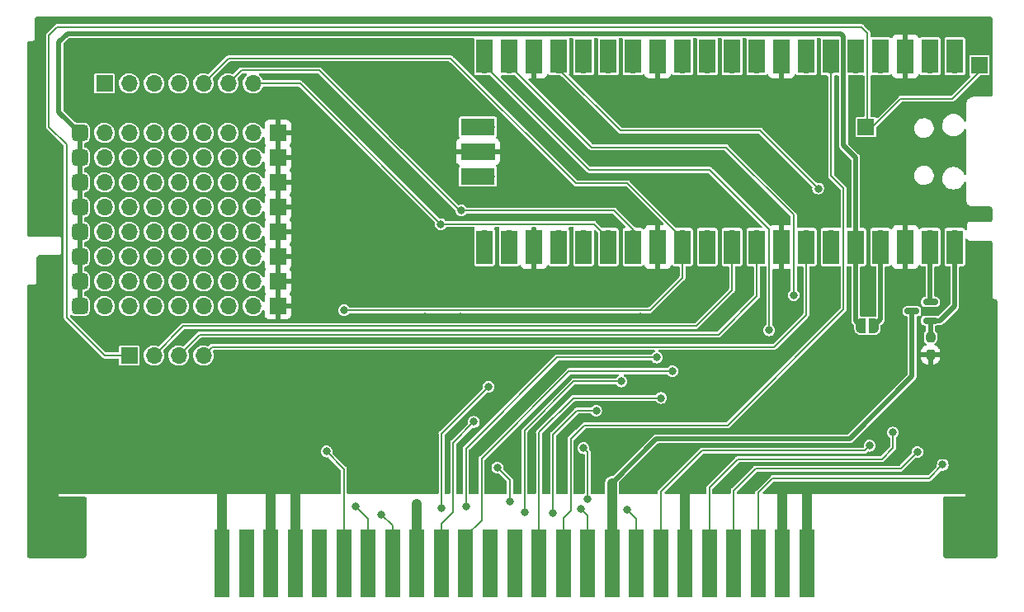
<source format=gtl>
G04 #@! TF.GenerationSoftware,KiCad,Pcbnew,(6.0.9-0)*
G04 #@! TF.CreationDate,2022-11-09T18:09:48+01:00*
G04 #@! TF.ProjectId,picocart64_v1_lite,7069636f-6361-4727-9436-345f76315f6c,rev?*
G04 #@! TF.SameCoordinates,Original*
G04 #@! TF.FileFunction,Copper,L1,Top*
G04 #@! TF.FilePolarity,Positive*
%FSLAX46Y46*%
G04 Gerber Fmt 4.6, Leading zero omitted, Abs format (unit mm)*
G04 Created by KiCad (PCBNEW (6.0.9-0)) date 2022-11-09 18:09:48*
%MOMM*%
%LPD*%
G01*
G04 APERTURE LIST*
G04 Aperture macros list*
%AMRoundRect*
0 Rectangle with rounded corners*
0 $1 Rounding radius*
0 $2 $3 $4 $5 $6 $7 $8 $9 X,Y pos of 4 corners*
0 Add a 4 corners polygon primitive as box body*
4,1,4,$2,$3,$4,$5,$6,$7,$8,$9,$2,$3,0*
0 Add four circle primitives for the rounded corners*
1,1,$1+$1,$2,$3*
1,1,$1+$1,$4,$5*
1,1,$1+$1,$6,$7*
1,1,$1+$1,$8,$9*
0 Add four rect primitives between the rounded corners*
20,1,$1+$1,$2,$3,$4,$5,0*
20,1,$1+$1,$4,$5,$6,$7,0*
20,1,$1+$1,$6,$7,$8,$9,0*
20,1,$1+$1,$8,$9,$2,$3,0*%
%AMFreePoly0*
4,1,22,0.500000,-0.750000,0.000000,-0.750000,0.000000,-0.745033,-0.079941,-0.743568,-0.215256,-0.701293,-0.333266,-0.622738,-0.424486,-0.514219,-0.481581,-0.384460,-0.499164,-0.250000,-0.500000,-0.250000,-0.500000,0.250000,-0.499164,0.250000,-0.499963,0.256109,-0.478152,0.396186,-0.417904,0.524511,-0.324060,0.630769,-0.204165,0.706417,-0.067858,0.745374,0.000000,0.744959,0.000000,0.750000,
0.500000,0.750000,0.500000,-0.750000,0.500000,-0.750000,$1*%
%AMFreePoly1*
4,1,20,0.000000,0.744959,0.073905,0.744508,0.209726,0.703889,0.328688,0.626782,0.421226,0.519385,0.479903,0.390333,0.500000,0.250000,0.500000,-0.250000,0.499851,-0.262216,0.476331,-0.402017,0.414519,-0.529596,0.319384,-0.634700,0.198574,-0.708877,0.061801,-0.746166,0.000000,-0.745033,0.000000,-0.750000,-0.500000,-0.750000,-0.500000,0.750000,0.000000,0.750000,0.000000,0.744959,
0.000000,0.744959,$1*%
G04 Aperture macros list end*
G04 #@! TA.AperFunction,ComponentPad*
%ADD10C,2.500000*%
G04 #@! TD*
G04 #@! TA.AperFunction,ComponentPad*
%ADD11R,1.700000X1.700000*%
G04 #@! TD*
G04 #@! TA.AperFunction,ComponentPad*
%ADD12O,1.700000X1.700000*%
G04 #@! TD*
G04 #@! TA.AperFunction,ComponentPad*
%ADD13RoundRect,0.425000X0.425000X-0.425000X0.425000X0.425000X-0.425000X0.425000X-0.425000X-0.425000X0*%
G04 #@! TD*
G04 #@! TA.AperFunction,SMDPad,CuDef*
%ADD14RoundRect,0.237500X-0.237500X0.250000X-0.237500X-0.250000X0.237500X-0.250000X0.237500X0.250000X0*%
G04 #@! TD*
G04 #@! TA.AperFunction,SMDPad,CuDef*
%ADD15FreePoly0,180.000000*%
G04 #@! TD*
G04 #@! TA.AperFunction,SMDPad,CuDef*
%ADD16FreePoly1,180.000000*%
G04 #@! TD*
G04 #@! TA.AperFunction,SMDPad,CuDef*
%ADD17R,1.700000X3.500000*%
G04 #@! TD*
G04 #@! TA.AperFunction,SMDPad,CuDef*
%ADD18R,3.500000X1.700000*%
G04 #@! TD*
G04 #@! TA.AperFunction,SMDPad,CuDef*
%ADD19RoundRect,0.150000X0.587500X0.150000X-0.587500X0.150000X-0.587500X-0.150000X0.587500X-0.150000X0*%
G04 #@! TD*
G04 #@! TA.AperFunction,SMDPad,CuDef*
%ADD20R,1.500000X7.000000*%
G04 #@! TD*
G04 #@! TA.AperFunction,ViaPad*
%ADD21C,0.800000*%
G04 #@! TD*
G04 #@! TA.AperFunction,Conductor*
%ADD22C,1.000000*%
G04 #@! TD*
G04 #@! TA.AperFunction,Conductor*
%ADD23C,0.500000*%
G04 #@! TD*
G04 #@! TA.AperFunction,Conductor*
%ADD24C,0.203200*%
G04 #@! TD*
G04 #@! TA.AperFunction,Conductor*
%ADD25C,1.016000*%
G04 #@! TD*
G04 APERTURE END LIST*
D10*
X102850000Y-112600000D03*
X197650000Y-112600000D03*
D11*
X197939990Y-65199997D03*
X186300000Y-71550000D03*
X110705000Y-95000000D03*
D12*
X113245000Y-95000000D03*
X115785000Y-95000000D03*
X118325000Y-95000000D03*
X115785000Y-74680000D03*
X110705000Y-79760000D03*
X108165000Y-89920000D03*
X115785000Y-72140000D03*
X108165000Y-82300000D03*
X110705000Y-84840000D03*
X115785000Y-84840000D03*
X123405000Y-77220000D03*
X118325000Y-72140000D03*
X108165000Y-72140000D03*
X120865000Y-77220000D03*
X108165000Y-84840000D03*
X110705000Y-72140000D03*
X123405000Y-82300000D03*
X113245000Y-74680000D03*
X108165000Y-77220000D03*
X115785000Y-79760000D03*
X118325000Y-77220000D03*
X115785000Y-82300000D03*
X120865000Y-89920000D03*
X120865000Y-87380000D03*
X120865000Y-84840000D03*
X113245000Y-77220000D03*
X115785000Y-87380000D03*
X110705000Y-82300000D03*
X108165000Y-87380000D03*
X118325000Y-79760000D03*
X110705000Y-74680000D03*
X108165000Y-79760000D03*
X123405000Y-79760000D03*
X113245000Y-87380000D03*
X115785000Y-89920000D03*
X110705000Y-77220000D03*
X123405000Y-72140000D03*
X120865000Y-72140000D03*
X113245000Y-79760000D03*
X113245000Y-72140000D03*
X123405000Y-87380000D03*
X115785000Y-77220000D03*
X123405000Y-84840000D03*
X113245000Y-84840000D03*
X113245000Y-82300000D03*
X118325000Y-89920000D03*
X118325000Y-87380000D03*
X118325000Y-82300000D03*
X108165000Y-74680000D03*
X110705000Y-89920000D03*
X110705000Y-87380000D03*
X113245000Y-89920000D03*
X120865000Y-79760000D03*
X123405000Y-74680000D03*
X120865000Y-82300000D03*
X120865000Y-74680000D03*
X123405000Y-89920000D03*
X118325000Y-84840000D03*
X118325000Y-74680000D03*
D13*
X105625000Y-79760000D03*
X105625000Y-72140000D03*
X105625000Y-87380000D03*
X105625000Y-89920000D03*
X105625000Y-84840000D03*
X105625000Y-82300000D03*
X105625000Y-74680000D03*
X105625000Y-77220000D03*
D11*
X125945000Y-87380000D03*
X125945000Y-74680000D03*
X125945000Y-72140000D03*
X125945000Y-89920000D03*
X125945000Y-84840000D03*
X125945000Y-82300000D03*
X125945000Y-77220000D03*
X125945000Y-79760000D03*
D14*
X192925000Y-93097500D03*
X192925000Y-94922500D03*
D15*
X187095000Y-91940000D03*
D16*
X185795000Y-91940000D03*
D17*
X195418600Y-64285000D03*
D12*
X195418600Y-65185000D03*
X192878600Y-65185000D03*
D17*
X192878600Y-64285000D03*
X190338600Y-64285000D03*
D11*
X190338600Y-65185000D03*
D12*
X187798600Y-65185000D03*
D17*
X187798600Y-64285000D03*
D12*
X185258600Y-65185000D03*
D17*
X185258600Y-64285000D03*
X182718600Y-64285000D03*
D12*
X182718600Y-65185000D03*
X180178600Y-65185000D03*
D17*
X180178600Y-64285000D03*
D11*
X177638600Y-65185000D03*
D17*
X177638600Y-64285000D03*
X175098600Y-64285000D03*
D12*
X175098600Y-65185000D03*
X172558600Y-65185000D03*
D17*
X172558600Y-64285000D03*
D12*
X170018600Y-65185000D03*
D17*
X170018600Y-64285000D03*
D12*
X167478600Y-65185000D03*
D17*
X167478600Y-64285000D03*
D11*
X164938600Y-65185000D03*
D17*
X164938600Y-64285000D03*
X162398600Y-64285000D03*
D12*
X162398600Y-65185000D03*
X159858600Y-65185000D03*
D17*
X159858600Y-64285000D03*
X157318600Y-64285000D03*
D12*
X157318600Y-65185000D03*
X154778600Y-65185000D03*
D17*
X154778600Y-64285000D03*
X152238600Y-64285000D03*
D11*
X152238600Y-65185000D03*
D12*
X149698600Y-65185000D03*
D17*
X149698600Y-64285000D03*
X147158600Y-64285000D03*
D12*
X147158600Y-65185000D03*
X147158600Y-82965000D03*
D17*
X147158600Y-83865000D03*
D12*
X149698600Y-82965000D03*
D17*
X149698600Y-83865000D03*
X152238600Y-83865000D03*
D11*
X152238600Y-82965000D03*
D17*
X154778600Y-83865000D03*
D12*
X154778600Y-82965000D03*
X157318600Y-82965000D03*
D17*
X157318600Y-83865000D03*
D12*
X159858600Y-82965000D03*
D17*
X159858600Y-83865000D03*
D12*
X162398600Y-82965000D03*
D17*
X162398600Y-83865000D03*
D11*
X164938600Y-82965000D03*
D17*
X164938600Y-83865000D03*
X167478600Y-83865000D03*
D12*
X167478600Y-82965000D03*
X170018600Y-82965000D03*
D17*
X170018600Y-83865000D03*
D12*
X172558600Y-82965000D03*
D17*
X172558600Y-83865000D03*
X175098600Y-83865000D03*
D12*
X175098600Y-82965000D03*
D11*
X177638600Y-82965000D03*
D17*
X177638600Y-83865000D03*
X180178600Y-83865000D03*
D12*
X180178600Y-82965000D03*
X182718600Y-82965000D03*
D17*
X182718600Y-83865000D03*
D12*
X185258600Y-82965000D03*
D17*
X185258600Y-83865000D03*
D12*
X187798600Y-82965000D03*
D17*
X187798600Y-83865000D03*
D11*
X190338600Y-82965000D03*
D17*
X190338600Y-83865000D03*
D12*
X192878600Y-82965000D03*
D17*
X192878600Y-83865000D03*
X195418600Y-83865000D03*
D12*
X195418600Y-82965000D03*
D18*
X146488600Y-71535000D03*
D12*
X147388600Y-71535000D03*
D11*
X147388600Y-74075000D03*
D18*
X146488600Y-74075000D03*
D12*
X147388600Y-76615000D03*
D18*
X146488600Y-76615000D03*
D11*
X108165000Y-67060000D03*
D12*
X110705000Y-67060000D03*
X113245000Y-67060000D03*
X115785000Y-67060000D03*
X118325000Y-67060000D03*
X120865000Y-67060000D03*
X123405000Y-67060000D03*
D19*
X192912500Y-91410000D03*
X192912500Y-89510000D03*
X191037500Y-90460000D03*
D20*
X180241000Y-116332000D03*
X177741000Y-116332000D03*
X175241000Y-116332000D03*
X172741000Y-116332000D03*
X170241000Y-116332000D03*
X167741000Y-116332000D03*
X165241000Y-116332000D03*
X162741000Y-116332000D03*
X160241000Y-116332000D03*
X157741000Y-116332000D03*
X155241000Y-116332000D03*
X152741000Y-116332000D03*
X150241000Y-116332000D03*
X147741000Y-116332000D03*
X145241000Y-116332000D03*
X142741000Y-116332000D03*
X140241000Y-116332000D03*
X137741000Y-116332000D03*
X135241000Y-116332000D03*
X132741000Y-116332000D03*
X130241000Y-116332000D03*
X127741000Y-116332000D03*
X125241000Y-116332000D03*
X122741000Y-116332000D03*
X120241000Y-116332000D03*
D21*
X180250000Y-111350000D03*
X180250000Y-108800000D03*
X177750000Y-111350000D03*
X177750000Y-108750000D03*
X167750000Y-108800000D03*
X167750000Y-110050000D03*
X127750000Y-111350000D03*
X127750000Y-108250000D03*
X125250000Y-108150000D03*
X125250000Y-111350000D03*
X120250000Y-111350000D03*
X120250000Y-108200000D03*
X130810000Y-63336550D03*
X141075000Y-91006500D03*
X140905318Y-73660000D03*
X181610000Y-68538966D03*
X115589704Y-102837791D03*
X190500000Y-87630000D03*
X105410000Y-63500000D03*
X101425000Y-92053295D03*
X177380000Y-80364914D03*
X192620000Y-80364914D03*
X110490000Y-107937495D03*
X115570000Y-107917791D03*
X197953903Y-92060000D03*
X157275000Y-78710000D03*
X168075000Y-100110000D03*
X180047000Y-92460000D03*
X189175000Y-108563500D03*
X181375000Y-96410000D03*
X137275000Y-79010000D03*
X138825000Y-107010000D03*
X105429704Y-102870000D03*
X148475000Y-89210000D03*
X164825000Y-78010000D03*
X129150000Y-100650000D03*
X125730000Y-102814488D03*
X183075000Y-80308167D03*
X152075000Y-78610000D03*
X102356903Y-77960000D03*
X110545560Y-98779704D03*
X102322855Y-75960000D03*
X179275000Y-98910000D03*
X115570000Y-63459124D03*
X162975000Y-88210000D03*
X101384142Y-89553295D03*
X176375000Y-68410000D03*
X197872187Y-87060000D03*
X132600000Y-88300000D03*
X101596097Y-107053295D03*
X173925000Y-97460000D03*
X179075000Y-78410000D03*
X167775000Y-91006500D03*
X102288806Y-73960000D03*
X187958792Y-80395000D03*
X120650000Y-63418266D03*
X172975000Y-80710000D03*
X164075000Y-108210000D03*
X162775000Y-80110000D03*
X197831329Y-84560000D03*
X115625560Y-98760000D03*
X149775000Y-98110000D03*
X147475000Y-103710000D03*
X171295000Y-68432806D03*
X195160000Y-80336540D03*
X176175000Y-75010000D03*
X195075000Y-67260000D03*
X102390951Y-79960000D03*
X185575000Y-94510000D03*
X159875000Y-78610000D03*
X139875000Y-87910000D03*
X173835000Y-68421403D03*
X149776384Y-74510000D03*
X149748011Y-72510000D03*
X190080000Y-80393288D03*
X195875000Y-97910000D03*
X163679048Y-68410000D03*
X120669704Y-102818088D03*
X168755000Y-68432805D03*
X137375000Y-83310000D03*
X139975000Y-104010000D03*
X144675000Y-91006500D03*
X197913045Y-89560000D03*
X169125000Y-88015000D03*
X198076477Y-99560000D03*
X129200000Y-82350000D03*
X120705560Y-97738088D03*
X135890000Y-63295692D03*
X183825000Y-76010000D03*
X197994761Y-94560000D03*
X159975000Y-88610000D03*
X152075000Y-71510000D03*
X195875000Y-102870000D03*
X101465858Y-94553295D03*
X181164600Y-89208800D03*
X182880000Y-87587963D03*
X191325000Y-69760000D03*
X169531400Y-106480800D03*
X101588432Y-102053295D03*
X198124999Y-104560000D03*
X154775000Y-78610000D03*
X192175000Y-108563500D03*
X198125000Y-107060000D03*
X102425000Y-85960000D03*
X152075000Y-88910000D03*
X102425000Y-81960000D03*
X149575000Y-78610000D03*
X101547574Y-99553295D03*
X170180000Y-80400496D03*
X140946176Y-68580000D03*
X186575000Y-74260000D03*
X150075000Y-106110000D03*
X166300000Y-106050000D03*
X142075000Y-84710000D03*
X140727800Y-98251200D03*
X125730000Y-63377408D03*
X105410000Y-107950000D03*
X186075000Y-108563500D03*
X132600000Y-82200000D03*
X173975000Y-88010000D03*
X187960000Y-97759352D03*
X105465560Y-97790000D03*
X110509704Y-102857495D03*
X160775000Y-68410000D03*
X101506716Y-97053295D03*
X198035619Y-97060000D03*
X151675000Y-75810000D03*
X167640000Y-80424141D03*
X163175000Y-91006500D03*
X166179048Y-68410000D03*
X139775000Y-81410000D03*
X101596096Y-104553295D03*
X198117335Y-102060000D03*
X155575000Y-68810000D03*
X149804758Y-76510000D03*
X129200000Y-91006500D03*
X125765856Y-97734488D03*
X110490000Y-63499982D03*
X140970000Y-63254834D03*
X174225000Y-102210000D03*
X130950000Y-104850000D03*
X136575000Y-111310000D03*
X142675000Y-81510000D03*
X160241000Y-110259000D03*
X140241000Y-110259000D03*
X140241000Y-111259000D03*
X160241000Y-111252000D03*
X144775000Y-80110000D03*
X133975000Y-110510000D03*
X194175000Y-106210000D03*
X191575000Y-104910000D03*
X189075000Y-102910000D03*
X186675000Y-104260000D03*
X165275000Y-99360000D03*
X166425000Y-96610000D03*
X146075000Y-101810000D03*
X147575000Y-98210000D03*
X142750000Y-110700000D03*
X164825000Y-95210000D03*
X145250000Y-110510000D03*
X161175000Y-97660000D03*
X151275000Y-111110000D03*
X154200000Y-111200000D03*
X158625000Y-100660000D03*
X181400000Y-77855000D03*
X178875000Y-88810000D03*
X176375000Y-92410000D03*
X161775000Y-110810000D03*
X148475000Y-106510000D03*
X149775000Y-110010000D03*
X157050000Y-110750000D03*
X157750000Y-109700000D03*
X157325000Y-104510000D03*
X132750000Y-90350000D03*
D22*
X167750000Y-116000000D02*
X167750000Y-108712000D01*
X125250000Y-116000000D02*
X125250000Y-108204000D01*
X120250000Y-116000000D02*
X120250000Y-108204000D01*
X177750000Y-116000000D02*
X177750000Y-108762000D01*
X127750000Y-116000000D02*
X127750000Y-108204000D01*
X180250000Y-116000000D02*
X180250000Y-108712000D01*
D23*
X104350000Y-61950000D02*
X103500000Y-62800000D01*
X105625000Y-72140000D02*
X105625000Y-89920000D01*
X185258600Y-82965000D02*
X185258600Y-91403600D01*
X185258600Y-91403600D02*
X185795000Y-91940000D01*
X185258600Y-82965000D02*
X185258600Y-74693600D01*
X183700000Y-61950000D02*
X104350000Y-61950000D01*
X185258600Y-74693600D02*
X184000000Y-73435000D01*
X184000000Y-73435000D02*
X184000000Y-62250000D01*
X103500000Y-62800000D02*
X103500000Y-70015000D01*
X103500000Y-70015000D02*
X105625000Y-72140000D01*
X184000000Y-62250000D02*
X183700000Y-61950000D01*
D24*
X130950000Y-104850000D02*
X132741000Y-106641000D01*
X132741000Y-106641000D02*
X132741000Y-116332000D01*
X137741000Y-112476000D02*
X137741000Y-116332000D01*
X142675000Y-81510000D02*
X128225000Y-67060000D01*
X142675000Y-81510000D02*
X158403600Y-81510000D01*
X128225000Y-67060000D02*
X123405000Y-67060000D01*
X136575000Y-111310000D02*
X137741000Y-112476000D01*
X158403600Y-81510000D02*
X159858600Y-82965000D01*
D25*
X160241000Y-110259000D02*
X160241000Y-108094000D01*
D23*
X160241000Y-108094000D02*
X164775000Y-103560000D01*
X184625000Y-103560000D02*
X191037500Y-97147500D01*
X164775000Y-103560000D02*
X184625000Y-103560000D01*
D25*
X140241000Y-110259000D02*
X140241000Y-116332000D01*
D23*
X191037500Y-97147500D02*
X191037500Y-90460000D01*
D25*
X160241000Y-110259000D02*
X160241000Y-116332000D01*
D24*
X160475000Y-80110000D02*
X162398600Y-82033600D01*
X122215000Y-65710000D02*
X120865000Y-67060000D01*
X162398600Y-82033600D02*
X162398600Y-82965000D01*
X130177894Y-65710000D02*
X122215000Y-65710000D01*
X144577894Y-80110000D02*
X130177894Y-65710000D01*
X144775000Y-80110000D02*
X144577894Y-80110000D01*
X144775000Y-80110000D02*
X160475000Y-80110000D01*
X185850000Y-61300000D02*
X103300000Y-61300000D01*
X104300000Y-73355000D02*
X104300000Y-91135000D01*
X197939990Y-65860010D02*
X197939990Y-65199997D01*
X186450000Y-61900000D02*
X185850000Y-61300000D01*
X108165000Y-95000000D02*
X110705000Y-95000000D01*
X186450000Y-71400000D02*
X186450000Y-61900000D01*
X189850000Y-68650000D02*
X195150000Y-68650000D01*
X102450000Y-71505000D02*
X104300000Y-73355000D01*
X186950000Y-71550000D02*
X189850000Y-68650000D01*
X104300000Y-91135000D02*
X108165000Y-95000000D01*
X186300000Y-71550000D02*
X186950000Y-71550000D01*
X186300000Y-71550000D02*
X186450000Y-71400000D01*
X195150000Y-68650000D02*
X197939990Y-65860010D01*
X102450000Y-62150000D02*
X102450000Y-71505000D01*
X103300000Y-61300000D02*
X102450000Y-62150000D01*
X168875000Y-91960000D02*
X116285000Y-91960000D01*
X116285000Y-91960000D02*
X113245000Y-95000000D01*
X172558600Y-88276400D02*
X168875000Y-91960000D01*
X172558600Y-82965000D02*
X172558600Y-88276400D01*
X117925000Y-92860000D02*
X115785000Y-95000000D01*
X171175000Y-92860000D02*
X117925000Y-92860000D01*
X175098600Y-88936400D02*
X171175000Y-92860000D01*
X175098600Y-82965000D02*
X175098600Y-88936400D01*
X180178600Y-82965000D02*
X180178600Y-90821400D01*
X176890000Y-94110000D02*
X119215000Y-94110000D01*
X180178600Y-90821400D02*
X176890000Y-94110000D01*
X119215000Y-94110000D02*
X118325000Y-95000000D01*
D23*
X195418600Y-89916400D02*
X193925000Y-91410000D01*
X193925000Y-91410000D02*
X192912500Y-91410000D01*
X192912500Y-93085000D02*
X192925000Y-93097500D01*
X195418600Y-82965000D02*
X195418600Y-89916400D01*
X192912500Y-91410000D02*
X192912500Y-93085000D01*
X192878600Y-89476100D02*
X192912500Y-89510000D01*
X192878600Y-82965000D02*
X192878600Y-89476100D01*
D24*
X133975000Y-110510000D02*
X135241000Y-111776000D01*
X135241000Y-111776000D02*
X135241000Y-116332000D01*
X194175000Y-106210000D02*
X192775000Y-107610000D01*
X192775000Y-107610000D02*
X176725000Y-107610000D01*
X175241000Y-109094000D02*
X175241000Y-116332000D01*
X176725000Y-107610000D02*
X175241000Y-109094000D01*
X172741000Y-108844000D02*
X172741000Y-116332000D01*
X189875000Y-106610000D02*
X174975000Y-106610000D01*
X174975000Y-106610000D02*
X172741000Y-108844000D01*
X191575000Y-104910000D02*
X189875000Y-106610000D01*
X173140000Y-105660000D02*
X170241000Y-108559000D01*
X187925000Y-105660000D02*
X173140000Y-105660000D01*
X189075000Y-102910000D02*
X189075000Y-104510000D01*
X189075000Y-104510000D02*
X187925000Y-105660000D01*
X170241000Y-108559000D02*
X170241000Y-116332000D01*
X165241000Y-109009000D02*
X169490000Y-104760000D01*
X165241000Y-116332000D02*
X165241000Y-109009000D01*
X169490000Y-104760000D02*
X186175000Y-104760000D01*
X186175000Y-104760000D02*
X186675000Y-104260000D01*
X157425000Y-102160000D02*
X156000000Y-103585000D01*
X155241000Y-111659000D02*
X155241000Y-116332000D01*
X182718600Y-76568600D02*
X184000000Y-77850000D01*
X184000000Y-90250000D02*
X172090000Y-102160000D01*
X156000000Y-110900000D02*
X155241000Y-111659000D01*
X184000000Y-77850000D02*
X184000000Y-90250000D01*
X182718600Y-65185000D02*
X182718600Y-76568600D01*
X156000000Y-103585000D02*
X156000000Y-110900000D01*
X172090000Y-102160000D02*
X157425000Y-102160000D01*
X152741000Y-102894000D02*
X156275000Y-99360000D01*
X152741000Y-116332000D02*
X152741000Y-102894000D01*
X156275000Y-99360000D02*
X165275000Y-99360000D01*
X146875000Y-111948000D02*
X146875000Y-105560000D01*
X146875000Y-105560000D02*
X155825000Y-96610000D01*
X155825000Y-96610000D02*
X166425000Y-96610000D01*
X145241000Y-116332000D02*
X145241000Y-113582000D01*
X145241000Y-113582000D02*
X146875000Y-111948000D01*
X142741000Y-112259000D02*
X142741000Y-116332000D01*
X143950000Y-103935000D02*
X143950000Y-111050000D01*
X143950000Y-111050000D02*
X142741000Y-112259000D01*
X146075000Y-101810000D02*
X143950000Y-103935000D01*
X142750000Y-103035000D02*
X142750000Y-110700000D01*
X147575000Y-98210000D02*
X142750000Y-103035000D01*
X154575000Y-95210000D02*
X164825000Y-95210000D01*
X145250000Y-104535000D02*
X154575000Y-95210000D01*
X145250000Y-110510000D02*
X145250000Y-104535000D01*
X151275000Y-102710000D02*
X156325000Y-97660000D01*
X156325000Y-97660000D02*
X161175000Y-97660000D01*
X151275000Y-111110000D02*
X151275000Y-102710000D01*
X154200000Y-103085000D02*
X156625000Y-100660000D01*
X154200000Y-111200000D02*
X154200000Y-103085000D01*
X156625000Y-100660000D02*
X158625000Y-100660000D01*
X181400000Y-77855000D02*
X175445000Y-71900000D01*
X161100000Y-71900000D02*
X154778600Y-65578600D01*
X154778600Y-65578600D02*
X154778600Y-65185000D01*
X175445000Y-71900000D02*
X161100000Y-71900000D01*
X171987500Y-73650000D02*
X158163600Y-73650000D01*
X158163600Y-73650000D02*
X149698600Y-65185000D01*
X178900000Y-80562500D02*
X171987500Y-73650000D01*
X178900000Y-88785000D02*
X178900000Y-80562500D01*
X178875000Y-88810000D02*
X178900000Y-88785000D01*
X147158600Y-65185000D02*
X157923600Y-75950000D01*
X176375000Y-82033400D02*
X176375000Y-92410000D01*
X170291600Y-75950000D02*
X176375000Y-82033400D01*
X157923600Y-75950000D02*
X170291600Y-75950000D01*
X162741000Y-111776000D02*
X162741000Y-116332000D01*
X161775000Y-110810000D02*
X162741000Y-111776000D01*
X149775000Y-107810000D02*
X148475000Y-106510000D01*
X149775000Y-110010000D02*
X149775000Y-107810000D01*
X157741000Y-111441000D02*
X157741000Y-116332000D01*
X157050000Y-110750000D02*
X157741000Y-111441000D01*
X157750000Y-104935000D02*
X157325000Y-104510000D01*
X157750000Y-109700000D02*
X157750000Y-104935000D01*
X132750000Y-90350000D02*
X164135000Y-90350000D01*
X161823600Y-77310000D02*
X156510000Y-77310000D01*
X167478600Y-87006400D02*
X167478600Y-82965000D01*
X164135000Y-90350000D02*
X167478600Y-87006400D01*
X120875000Y-64510000D02*
X118325000Y-67060000D01*
X143710000Y-64510000D02*
X120875000Y-64510000D01*
X167478600Y-82965000D02*
X161823600Y-77310000D01*
X156510000Y-77310000D02*
X143710000Y-64510000D01*
D23*
X187798600Y-82965000D02*
X187798600Y-91236400D01*
X187798600Y-91236400D02*
X187095000Y-91940000D01*
G04 #@! TA.AperFunction,Conductor*
G36*
X103500000Y-109500000D02*
G01*
X106200500Y-109500000D01*
X106258691Y-109518907D01*
X106294655Y-109568407D01*
X106299500Y-109599000D01*
X106299500Y-115465983D01*
X106296982Y-115488169D01*
X106294344Y-115499641D01*
X106296739Y-115510227D01*
X106295587Y-115524697D01*
X106287294Y-115577063D01*
X106277725Y-115606518D01*
X106249419Y-115662071D01*
X106231215Y-115687128D01*
X106187128Y-115731215D01*
X106162068Y-115749421D01*
X106106521Y-115777723D01*
X106077065Y-115787294D01*
X106024499Y-115795619D01*
X106010609Y-115796701D01*
X106000359Y-115794344D01*
X105989487Y-115796804D01*
X105989207Y-115796867D01*
X105988359Y-115797059D01*
X105966512Y-115799500D01*
X100534017Y-115799500D01*
X100511831Y-115796982D01*
X100511224Y-115796842D01*
X100511222Y-115796842D01*
X100500359Y-115794344D01*
X100489773Y-115796739D01*
X100475303Y-115795587D01*
X100422937Y-115787294D01*
X100393482Y-115777725D01*
X100337929Y-115749419D01*
X100312872Y-115731215D01*
X100268785Y-115687128D01*
X100250581Y-115662071D01*
X100222275Y-115606518D01*
X100212706Y-115577065D01*
X100205281Y-115530185D01*
X100204738Y-115504672D01*
X100205655Y-115500718D01*
X100205656Y-115500000D01*
X100203096Y-115488776D01*
X100202980Y-115488266D01*
X100200500Y-115466248D01*
X100200500Y-88500000D01*
X103500000Y-88500000D01*
X103500000Y-109500000D01*
G37*
G04 #@! TD.AperFunction*
G04 #@! TA.AperFunction,Conductor*
G36*
X199799500Y-115465983D02*
G01*
X199796982Y-115488169D01*
X199794344Y-115499641D01*
X199796739Y-115510227D01*
X199795587Y-115524697D01*
X199787294Y-115577063D01*
X199777725Y-115606518D01*
X199749419Y-115662071D01*
X199731215Y-115687128D01*
X199687128Y-115731215D01*
X199662068Y-115749421D01*
X199606521Y-115777723D01*
X199577065Y-115787294D01*
X199524499Y-115795619D01*
X199510609Y-115796701D01*
X199500359Y-115794344D01*
X199489487Y-115796804D01*
X199489207Y-115796867D01*
X199488359Y-115797059D01*
X199466512Y-115799500D01*
X194534017Y-115799500D01*
X194511831Y-115796982D01*
X194511224Y-115796842D01*
X194511222Y-115796842D01*
X194500359Y-115794344D01*
X194489773Y-115796739D01*
X194475303Y-115795587D01*
X194422937Y-115787294D01*
X194393482Y-115777725D01*
X194337929Y-115749419D01*
X194312872Y-115731215D01*
X194268785Y-115687128D01*
X194250581Y-115662071D01*
X194222275Y-115606518D01*
X194212706Y-115577065D01*
X194205281Y-115530185D01*
X194204738Y-115504672D01*
X194205655Y-115500718D01*
X194205656Y-115500000D01*
X194203096Y-115488776D01*
X194202980Y-115488266D01*
X194200500Y-115466248D01*
X194200500Y-109599000D01*
X194219407Y-109540809D01*
X194268907Y-109504845D01*
X194299500Y-109500000D01*
X196500000Y-109500000D01*
X196500000Y-90000000D01*
X199799500Y-90000000D01*
X199799500Y-115465983D01*
G37*
G04 #@! TD.AperFunction*
G04 #@! TA.AperFunction,Conductor*
G36*
X198980243Y-60202466D02*
G01*
X198985811Y-60202476D01*
X198999641Y-60205656D01*
X199010806Y-60203130D01*
X199022451Y-60204056D01*
X199072845Y-60212038D01*
X199110330Y-60224218D01*
X199158264Y-60248641D01*
X199190155Y-60271812D01*
X199228188Y-60309845D01*
X199251359Y-60341736D01*
X199275781Y-60389668D01*
X199287963Y-60427159D01*
X199295952Y-60477604D01*
X199296827Y-60488842D01*
X199294344Y-60499641D01*
X199297475Y-60513480D01*
X199297467Y-60518407D01*
X199299483Y-60536491D01*
X199297753Y-64260825D01*
X199295969Y-68101288D01*
X199295965Y-68109331D01*
X199293982Y-68126760D01*
X199293972Y-68132242D01*
X199290791Y-68146069D01*
X199293316Y-68157233D01*
X199292387Y-68168889D01*
X199284404Y-68219270D01*
X199272222Y-68256758D01*
X199247793Y-68304698D01*
X199224623Y-68336586D01*
X199186586Y-68374623D01*
X199154698Y-68397793D01*
X199106758Y-68422222D01*
X199069271Y-68434404D01*
X199043510Y-68438486D01*
X199018828Y-68442397D01*
X199007587Y-68443273D01*
X198996787Y-68440791D01*
X198982949Y-68443923D01*
X198978528Y-68443916D01*
X198959853Y-68446023D01*
X198445436Y-68447101D01*
X197337292Y-68449422D01*
X197308574Y-68446166D01*
X197300718Y-68444345D01*
X197300000Y-68444344D01*
X197293070Y-68445925D01*
X197291703Y-68446078D01*
X197278444Y-68448234D01*
X197168841Y-68459029D01*
X197162678Y-68459636D01*
X197156760Y-68461431D01*
X197156756Y-68461432D01*
X197085707Y-68482985D01*
X197030633Y-68499691D01*
X196908940Y-68564738D01*
X196904157Y-68568664D01*
X196904153Y-68568666D01*
X196812164Y-68644159D01*
X196802275Y-68652275D01*
X196798353Y-68657054D01*
X196718666Y-68754153D01*
X196718664Y-68754157D01*
X196714738Y-68758940D01*
X196649691Y-68880633D01*
X196609636Y-69012678D01*
X196609029Y-69018841D01*
X196598288Y-69127897D01*
X196597530Y-69132534D01*
X196597525Y-69135652D01*
X196597497Y-69135931D01*
X196594344Y-69149641D01*
X196597476Y-69163480D01*
X196597467Y-69168311D01*
X196599500Y-69186504D01*
X196599500Y-70873517D01*
X196579498Y-70941638D01*
X196525842Y-70988131D01*
X196455568Y-70998235D01*
X196390988Y-70968741D01*
X196355288Y-70917128D01*
X196333471Y-70857991D01*
X196331473Y-70852575D01*
X196297546Y-70795548D01*
X196226316Y-70675821D01*
X196226315Y-70675820D01*
X196223362Y-70670856D01*
X196083945Y-70511881D01*
X195917892Y-70380976D01*
X195912781Y-70378287D01*
X195912778Y-70378285D01*
X195811604Y-70325055D01*
X195730764Y-70282523D01*
X195528827Y-70219820D01*
X195514401Y-70218113D01*
X195360832Y-70199936D01*
X195360825Y-70199936D01*
X195357145Y-70199500D01*
X195234959Y-70199500D01*
X195078040Y-70213919D01*
X195072478Y-70215488D01*
X195072476Y-70215488D01*
X195016375Y-70231310D01*
X194874531Y-70271314D01*
X194869353Y-70273867D01*
X194869349Y-70273869D01*
X194761972Y-70326822D01*
X194684890Y-70364835D01*
X194677229Y-70370556D01*
X194523023Y-70485707D01*
X194515467Y-70491349D01*
X194462585Y-70548557D01*
X194401675Y-70614449D01*
X194371937Y-70646619D01*
X194368856Y-70651502D01*
X194280510Y-70791522D01*
X194259105Y-70825446D01*
X194180752Y-71021840D01*
X194179627Y-71027497D01*
X194179625Y-71027503D01*
X194142303Y-71215137D01*
X194139501Y-71229225D01*
X194139425Y-71235000D01*
X194139425Y-71235004D01*
X194138501Y-71305635D01*
X194136733Y-71440654D01*
X194137712Y-71446351D01*
X194137712Y-71446352D01*
X194166801Y-71615639D01*
X194172541Y-71649047D01*
X194245727Y-71847425D01*
X194248679Y-71852386D01*
X194248679Y-71852387D01*
X194297811Y-71934970D01*
X194353838Y-72029144D01*
X194493255Y-72188119D01*
X194659308Y-72319024D01*
X194664419Y-72321713D01*
X194664422Y-72321715D01*
X194713764Y-72347675D01*
X194846436Y-72417477D01*
X195048373Y-72480180D01*
X195054110Y-72480859D01*
X195216368Y-72500064D01*
X195216375Y-72500064D01*
X195220055Y-72500500D01*
X195342241Y-72500500D01*
X195499160Y-72486081D01*
X195504722Y-72484512D01*
X195504724Y-72484512D01*
X195570146Y-72466061D01*
X195702669Y-72428686D01*
X195707847Y-72426133D01*
X195707851Y-72426131D01*
X195887131Y-72337719D01*
X195892310Y-72335165D01*
X196061733Y-72208651D01*
X196171104Y-72090334D01*
X196201343Y-72057622D01*
X196201345Y-72057620D01*
X196205263Y-72053381D01*
X196217815Y-72033488D01*
X196315016Y-71879434D01*
X196315016Y-71879433D01*
X196318095Y-71874554D01*
X196356470Y-71778366D01*
X196400291Y-71722507D01*
X196467355Y-71699206D01*
X196536370Y-71715862D01*
X196585424Y-71767186D01*
X196599500Y-71825056D01*
X196599500Y-76323517D01*
X196579498Y-76391638D01*
X196525842Y-76438131D01*
X196455568Y-76448235D01*
X196390988Y-76418741D01*
X196355288Y-76367128D01*
X196333471Y-76307991D01*
X196331473Y-76302575D01*
X196302475Y-76253833D01*
X196226316Y-76125821D01*
X196226315Y-76125820D01*
X196223362Y-76120856D01*
X196083945Y-75961881D01*
X195917892Y-75830976D01*
X195912781Y-75828287D01*
X195912778Y-75828285D01*
X195782354Y-75759666D01*
X195730764Y-75732523D01*
X195528827Y-75669820D01*
X195499383Y-75666335D01*
X195360832Y-75649936D01*
X195360825Y-75649936D01*
X195357145Y-75649500D01*
X195234959Y-75649500D01*
X195078040Y-75663919D01*
X195072478Y-75665488D01*
X195072476Y-75665488D01*
X195041575Y-75674203D01*
X194874531Y-75721314D01*
X194869353Y-75723867D01*
X194869349Y-75723869D01*
X194748139Y-75783644D01*
X194684890Y-75814835D01*
X194515467Y-75941349D01*
X194451707Y-76010324D01*
X194401039Y-76065137D01*
X194371937Y-76096619D01*
X194368856Y-76101502D01*
X194264025Y-76267649D01*
X194259105Y-76275446D01*
X194180752Y-76471840D01*
X194179627Y-76477497D01*
X194179625Y-76477503D01*
X194140628Y-76673558D01*
X194139501Y-76679225D01*
X194139425Y-76685000D01*
X194139425Y-76685004D01*
X194138573Y-76750097D01*
X194136733Y-76890654D01*
X194137712Y-76896351D01*
X194137712Y-76896352D01*
X194156854Y-77007750D01*
X194172541Y-77099047D01*
X194245727Y-77297425D01*
X194248679Y-77302386D01*
X194248679Y-77302387D01*
X194340099Y-77456050D01*
X194353838Y-77479144D01*
X194493255Y-77638119D01*
X194659308Y-77769024D01*
X194664419Y-77771713D01*
X194664422Y-77771715D01*
X194743959Y-77813561D01*
X194846436Y-77867477D01*
X195048373Y-77930180D01*
X195054110Y-77930859D01*
X195216368Y-77950064D01*
X195216375Y-77950064D01*
X195220055Y-77950500D01*
X195342241Y-77950500D01*
X195499160Y-77936081D01*
X195504722Y-77934512D01*
X195504724Y-77934512D01*
X195560825Y-77918690D01*
X195702669Y-77878686D01*
X195707847Y-77876133D01*
X195707851Y-77876131D01*
X195887131Y-77787719D01*
X195892310Y-77785165D01*
X195998735Y-77705694D01*
X196057109Y-77662104D01*
X196057110Y-77662103D01*
X196061733Y-77658651D01*
X196205263Y-77503381D01*
X196220101Y-77479865D01*
X196315016Y-77329434D01*
X196315016Y-77329433D01*
X196318095Y-77324554D01*
X196356470Y-77228366D01*
X196400291Y-77172507D01*
X196467355Y-77149206D01*
X196536370Y-77165862D01*
X196585424Y-77217186D01*
X196599500Y-77275056D01*
X196599500Y-78962920D01*
X196597534Y-78980242D01*
X196597524Y-78985811D01*
X196594344Y-78999641D01*
X196597410Y-79013191D01*
X196597475Y-79013850D01*
X196597470Y-79016616D01*
X196598179Y-79020994D01*
X196609636Y-79137322D01*
X196611431Y-79143240D01*
X196611432Y-79143244D01*
X196616182Y-79158903D01*
X196649691Y-79269367D01*
X196714738Y-79391060D01*
X196718664Y-79395843D01*
X196718666Y-79395847D01*
X196794200Y-79487885D01*
X196802275Y-79497725D01*
X196807054Y-79501647D01*
X196904153Y-79581334D01*
X196904157Y-79581336D01*
X196908940Y-79585262D01*
X197030633Y-79650309D01*
X197085707Y-79667015D01*
X197156756Y-79688568D01*
X197156760Y-79688569D01*
X197162678Y-79690364D01*
X197277366Y-79701660D01*
X197290760Y-79703862D01*
X197292324Y-79704042D01*
X197299282Y-79705655D01*
X197300000Y-79705656D01*
X197308775Y-79703654D01*
X197336790Y-79700500D01*
X198962920Y-79700500D01*
X198980243Y-79702466D01*
X198985811Y-79702476D01*
X198999641Y-79705656D01*
X199010806Y-79703130D01*
X199022451Y-79704056D01*
X199072845Y-79712038D01*
X199110330Y-79724218D01*
X199158264Y-79748641D01*
X199190155Y-79771812D01*
X199228188Y-79809845D01*
X199251359Y-79841736D01*
X199275781Y-79889668D01*
X199287963Y-79927157D01*
X199290695Y-79944411D01*
X199295952Y-79977604D01*
X199296827Y-79988842D01*
X199294344Y-79999641D01*
X199297475Y-80013480D01*
X199297467Y-80018309D01*
X199299500Y-80036504D01*
X199299500Y-80962920D01*
X199297534Y-80980243D01*
X199297524Y-80985811D01*
X199294344Y-80999641D01*
X199296870Y-81010806D01*
X199295944Y-81022451D01*
X199287963Y-81072842D01*
X199275782Y-81110330D01*
X199253160Y-81154730D01*
X199251360Y-81158263D01*
X199228188Y-81190155D01*
X199190155Y-81228188D01*
X199158264Y-81251359D01*
X199110332Y-81275781D01*
X199072843Y-81287963D01*
X199060067Y-81289986D01*
X199022396Y-81295952D01*
X199011158Y-81296827D01*
X199000359Y-81294344D01*
X198986520Y-81297475D01*
X198981691Y-81297467D01*
X198963496Y-81299500D01*
X196905892Y-81299500D01*
X196868626Y-81299467D01*
X196868624Y-81299467D01*
X196854437Y-81299455D01*
X196841646Y-81305597D01*
X196836733Y-81306713D01*
X196829183Y-81309350D01*
X196824649Y-81311532D01*
X196810815Y-81314688D01*
X196799720Y-81323529D01*
X196794846Y-81325875D01*
X196788994Y-81329546D01*
X196784762Y-81332912D01*
X196771976Y-81339052D01*
X196763116Y-81350131D01*
X196759176Y-81353265D01*
X196753515Y-81358916D01*
X196750373Y-81362852D01*
X196739276Y-81371695D01*
X196733111Y-81384477D01*
X196729737Y-81388704D01*
X196726058Y-81394547D01*
X196723707Y-81399410D01*
X196714844Y-81410492D01*
X196711664Y-81424320D01*
X196709474Y-81428851D01*
X196706824Y-81436397D01*
X196705700Y-81441307D01*
X196699535Y-81454087D01*
X196699515Y-81477155D01*
X196697490Y-81477153D01*
X196697474Y-81477219D01*
X196699500Y-81477219D01*
X196699500Y-81494108D01*
X196699455Y-81545563D01*
X196694650Y-81545559D01*
X196694644Y-81545657D01*
X196699500Y-81545657D01*
X196699500Y-81993970D01*
X196679498Y-82062091D01*
X196625842Y-82108584D01*
X196555568Y-82118688D01*
X196490988Y-82089194D01*
X196459098Y-82044971D01*
X196457467Y-82036769D01*
X196447442Y-82021765D01*
X196420043Y-81980761D01*
X196413152Y-81970448D01*
X196346831Y-81926133D01*
X196334662Y-81923712D01*
X196334661Y-81923712D01*
X196294416Y-81915707D01*
X196288348Y-81914500D01*
X195480689Y-81914500D01*
X195467519Y-81913810D01*
X195432098Y-81910087D01*
X195432096Y-81910087D01*
X195425969Y-81909443D01*
X195377982Y-81913810D01*
X195376103Y-81913981D01*
X195364684Y-81914500D01*
X194548852Y-81914500D01*
X194542784Y-81915707D01*
X194502539Y-81923712D01*
X194502538Y-81923712D01*
X194490369Y-81926133D01*
X194424048Y-81970448D01*
X194417157Y-81980761D01*
X194389759Y-82021765D01*
X194379733Y-82036769D01*
X194368100Y-82095252D01*
X194368100Y-82898817D01*
X194367315Y-82912862D01*
X194363807Y-82944137D01*
X194363120Y-82950262D01*
X194363636Y-82956405D01*
X194367658Y-83004302D01*
X194368100Y-83014846D01*
X194368100Y-85634748D01*
X194379733Y-85693231D01*
X194386626Y-85703547D01*
X194390803Y-85709798D01*
X194424048Y-85759552D01*
X194490369Y-85803867D01*
X194502538Y-85806288D01*
X194502539Y-85806288D01*
X194542784Y-85814293D01*
X194548852Y-85815500D01*
X194842100Y-85815500D01*
X194910221Y-85835502D01*
X194956714Y-85889158D01*
X194968100Y-85941500D01*
X194968100Y-89677607D01*
X194948098Y-89745728D01*
X194931195Y-89766702D01*
X193783958Y-90913939D01*
X193721646Y-90947965D01*
X193650831Y-90942900D01*
X193639531Y-90938045D01*
X193614541Y-90925830D01*
X193601518Y-90919464D01*
X193563646Y-90913939D01*
X193537744Y-90910160D01*
X193537740Y-90910160D01*
X193533218Y-90909500D01*
X192291782Y-90909500D01*
X192287232Y-90910170D01*
X192287229Y-90910170D01*
X192232574Y-90918216D01*
X192232573Y-90918216D01*
X192222888Y-90919642D01*
X192175517Y-90942900D01*
X192127493Y-90966478D01*
X192127491Y-90966479D01*
X192118145Y-90971068D01*
X192080802Y-91008476D01*
X192058293Y-91031025D01*
X192035707Y-91053650D01*
X191984464Y-91158482D01*
X191974500Y-91226782D01*
X191974500Y-91593218D01*
X191984642Y-91662112D01*
X192003784Y-91701100D01*
X192021434Y-91737048D01*
X192036068Y-91766855D01*
X192051145Y-91781906D01*
X192110368Y-91841025D01*
X192118650Y-91849293D01*
X192128006Y-91853866D01*
X192128007Y-91853867D01*
X192160460Y-91869730D01*
X192223482Y-91900536D01*
X192253973Y-91904984D01*
X192287256Y-91909840D01*
X192287260Y-91909840D01*
X192291782Y-91910500D01*
X192336000Y-91910500D01*
X192404121Y-91930502D01*
X192450614Y-91984158D01*
X192462000Y-92036500D01*
X192462000Y-92405926D01*
X192441998Y-92474047D01*
X192410859Y-92507277D01*
X192381864Y-92528693D01*
X192381860Y-92528697D01*
X192374289Y-92534289D01*
X192368697Y-92541860D01*
X192310047Y-92621267D01*
X192296039Y-92640232D01*
X192292918Y-92649119D01*
X192292917Y-92649121D01*
X192257503Y-92749966D01*
X192252399Y-92764500D01*
X192249500Y-92795167D01*
X192249501Y-93399832D01*
X192252399Y-93430500D01*
X192296039Y-93554768D01*
X192374289Y-93660711D01*
X192473472Y-93733968D01*
X192473475Y-93733971D01*
X192480232Y-93738961D01*
X192479547Y-93739888D01*
X192523934Y-93783143D01*
X192539921Y-93852316D01*
X192515971Y-93919151D01*
X192454013Y-93964475D01*
X192376052Y-93990485D01*
X192362885Y-93996653D01*
X192227508Y-94080426D01*
X192216110Y-94089460D01*
X192103637Y-94202129D01*
X192094625Y-94213540D01*
X192011088Y-94349063D01*
X192004944Y-94362241D01*
X191954685Y-94513766D01*
X191951819Y-94527132D01*
X191942328Y-94619770D01*
X191942000Y-94626185D01*
X191942000Y-94650385D01*
X191946475Y-94665624D01*
X191947865Y-94666829D01*
X191955548Y-94668500D01*
X193889885Y-94668500D01*
X193905124Y-94664025D01*
X193906329Y-94662635D01*
X193908000Y-94654952D01*
X193908000Y-94626234D01*
X193907663Y-94619718D01*
X193897925Y-94525868D01*
X193895032Y-94512472D01*
X193844512Y-94361047D01*
X193838347Y-94347885D01*
X193754574Y-94212508D01*
X193745540Y-94201110D01*
X193632871Y-94088637D01*
X193621460Y-94079625D01*
X193485937Y-93996088D01*
X193472760Y-93989944D01*
X193396193Y-93964548D01*
X193337833Y-93924118D01*
X193310596Y-93858554D01*
X193323129Y-93788672D01*
X193370586Y-93740068D01*
X193369768Y-93738961D01*
X193376577Y-93733932D01*
X193376578Y-93733931D01*
X193475711Y-93660711D01*
X193553961Y-93554768D01*
X193597601Y-93430500D01*
X193600500Y-93399833D01*
X193600499Y-92795168D01*
X193597601Y-92764500D01*
X193592497Y-92749966D01*
X193557083Y-92649121D01*
X193557082Y-92649119D01*
X193553961Y-92640232D01*
X193539954Y-92621267D01*
X193481303Y-92541860D01*
X193475711Y-92534289D01*
X193414141Y-92488813D01*
X193371230Y-92432252D01*
X193363000Y-92387461D01*
X193363000Y-92036500D01*
X193383002Y-91968379D01*
X193436658Y-91921886D01*
X193489000Y-91910500D01*
X193533218Y-91910500D01*
X193537768Y-91909830D01*
X193537771Y-91909830D01*
X193561425Y-91906348D01*
X193602112Y-91900358D01*
X193610903Y-91896042D01*
X193610906Y-91896041D01*
X193657026Y-91873397D01*
X193712556Y-91860500D01*
X193890780Y-91860500D01*
X193905589Y-91861373D01*
X193939310Y-91865364D01*
X193948574Y-91863672D01*
X193948575Y-91863672D01*
X193997001Y-91854828D01*
X194000904Y-91854178D01*
X194049645Y-91846850D01*
X194049646Y-91846850D01*
X194058962Y-91845449D01*
X194065475Y-91842321D01*
X194072573Y-91841025D01*
X194124647Y-91813975D01*
X194128137Y-91812232D01*
X194181079Y-91786809D01*
X194186365Y-91781923D01*
X194186413Y-91781890D01*
X194192788Y-91778579D01*
X194197828Y-91774275D01*
X194235055Y-91737048D01*
X194238621Y-91733618D01*
X194256359Y-91717221D01*
X194280556Y-91694854D01*
X194284249Y-91688495D01*
X194289766Y-91682337D01*
X195712950Y-90259153D01*
X195724039Y-90249299D01*
X195743309Y-90234107D01*
X195743311Y-90234105D01*
X195750710Y-90228272D01*
X195757698Y-90218162D01*
X195784055Y-90180025D01*
X195786357Y-90176803D01*
X195788428Y-90174000D01*
X195821234Y-90129584D01*
X195823627Y-90122768D01*
X195827731Y-90116831D01*
X195832060Y-90103145D01*
X195836950Y-90087683D01*
X195845426Y-90060881D01*
X195846671Y-90057150D01*
X195862996Y-90010663D01*
X195862996Y-90010661D01*
X195866119Y-90001769D01*
X195866401Y-89994581D01*
X195866412Y-89994522D01*
X195868580Y-89987670D01*
X195869100Y-89981063D01*
X195869100Y-89928384D01*
X195869197Y-89923437D01*
X195871068Y-89875818D01*
X195871438Y-89866406D01*
X195869554Y-89859300D01*
X195869100Y-89851056D01*
X195869100Y-85941500D01*
X195889102Y-85873379D01*
X195942758Y-85826886D01*
X195995100Y-85815500D01*
X196288348Y-85815500D01*
X196294416Y-85814293D01*
X196334661Y-85806288D01*
X196334662Y-85806288D01*
X196346831Y-85803867D01*
X196413152Y-85759552D01*
X196446397Y-85709798D01*
X196450574Y-85703547D01*
X196457467Y-85693231D01*
X196469100Y-85634748D01*
X196469100Y-83123974D01*
X196489102Y-83055853D01*
X196542758Y-83009360D01*
X196613032Y-82999256D01*
X196677612Y-83028750D01*
X196708636Y-83069333D01*
X196711532Y-83075351D01*
X196714688Y-83089185D01*
X196723529Y-83100280D01*
X196725875Y-83105154D01*
X196729546Y-83111006D01*
X196732912Y-83115238D01*
X196739052Y-83128024D01*
X196750131Y-83136884D01*
X196753265Y-83140824D01*
X196758916Y-83146485D01*
X196762852Y-83149627D01*
X196771695Y-83160724D01*
X196784477Y-83166889D01*
X196788704Y-83170263D01*
X196794547Y-83173942D01*
X196799410Y-83176293D01*
X196810492Y-83185156D01*
X196824320Y-83188336D01*
X196828851Y-83190526D01*
X196836397Y-83193176D01*
X196841307Y-83194300D01*
X196854087Y-83200465D01*
X196877155Y-83200485D01*
X196877153Y-83202510D01*
X196877219Y-83202526D01*
X196877219Y-83200500D01*
X196894108Y-83200500D01*
X196945563Y-83200545D01*
X196945559Y-83205350D01*
X196945657Y-83205356D01*
X196945657Y-83200500D01*
X198962920Y-83200500D01*
X198980243Y-83202466D01*
X198985811Y-83202476D01*
X198999641Y-83205656D01*
X199010806Y-83203130D01*
X199022451Y-83204056D01*
X199072845Y-83212038D01*
X199110330Y-83224218D01*
X199158264Y-83248641D01*
X199190155Y-83271812D01*
X199228188Y-83309845D01*
X199251359Y-83341736D01*
X199255032Y-83348944D01*
X199275781Y-83389668D01*
X199287963Y-83427159D01*
X199295952Y-83477604D01*
X199296827Y-83488842D01*
X199294344Y-83499641D01*
X199297475Y-83513480D01*
X199297467Y-83518309D01*
X199299500Y-83536504D01*
X199299500Y-88994108D01*
X199299471Y-89027755D01*
X199299455Y-89045563D01*
X199305597Y-89058354D01*
X199306713Y-89063267D01*
X199309350Y-89070817D01*
X199311532Y-89075351D01*
X199314688Y-89089185D01*
X199323529Y-89100280D01*
X199325875Y-89105154D01*
X199329546Y-89111006D01*
X199332912Y-89115238D01*
X199339052Y-89128024D01*
X199350131Y-89136884D01*
X199353265Y-89140824D01*
X199358916Y-89146485D01*
X199362852Y-89149627D01*
X199371695Y-89160724D01*
X199384477Y-89166889D01*
X199388704Y-89170263D01*
X199394547Y-89173942D01*
X199399410Y-89176293D01*
X199410492Y-89185156D01*
X199424320Y-89188336D01*
X199428851Y-89190526D01*
X199436397Y-89193176D01*
X199441307Y-89194300D01*
X199454087Y-89200465D01*
X199468277Y-89200477D01*
X199473546Y-89201684D01*
X199480410Y-89202466D01*
X199485810Y-89202476D01*
X199499641Y-89205656D01*
X199510806Y-89203130D01*
X199522451Y-89204056D01*
X199572845Y-89212038D01*
X199610330Y-89224218D01*
X199658264Y-89248641D01*
X199690155Y-89271812D01*
X199728188Y-89309845D01*
X199751359Y-89341736D01*
X199775781Y-89389668D01*
X199787963Y-89427159D01*
X199795952Y-89477604D01*
X199796827Y-89488842D01*
X199794344Y-89499641D01*
X199797475Y-89513480D01*
X199797467Y-89518309D01*
X199799500Y-89536504D01*
X199799500Y-109094000D01*
X199779498Y-109162121D01*
X199725842Y-109208614D01*
X199673500Y-109220000D01*
X175846424Y-109220000D01*
X175778303Y-109199998D01*
X175731810Y-109146342D01*
X175721706Y-109076068D01*
X175751200Y-109011488D01*
X175757329Y-109004905D01*
X176813229Y-107949005D01*
X176875541Y-107914979D01*
X176902324Y-107912100D01*
X192722322Y-107912100D01*
X192725048Y-107912300D01*
X192730104Y-107914036D01*
X192779304Y-107912189D01*
X192784030Y-107912100D01*
X192803097Y-107912100D01*
X192807845Y-107911216D01*
X192811439Y-107910983D01*
X192830941Y-107910251D01*
X192830943Y-107910250D01*
X192842566Y-107909814D01*
X192853255Y-107905222D01*
X192857685Y-107904223D01*
X192869951Y-107900497D01*
X192874201Y-107898857D01*
X192885639Y-107896727D01*
X192895541Y-107890623D01*
X192895547Y-107890621D01*
X192906779Y-107883697D01*
X192923150Y-107875192D01*
X192945968Y-107865389D01*
X192950877Y-107861357D01*
X192953072Y-107859162D01*
X192953076Y-107859159D01*
X192955331Y-107857114D01*
X192955470Y-107857267D01*
X192964781Y-107849906D01*
X192971539Y-107843778D01*
X192981442Y-107837674D01*
X192998125Y-107815735D01*
X193009326Y-107802908D01*
X193973375Y-106838859D01*
X194035687Y-106804833D01*
X194078914Y-106803032D01*
X194175000Y-106815682D01*
X194183188Y-106814604D01*
X194196580Y-106812841D01*
X194331762Y-106795044D01*
X194477841Y-106734536D01*
X194603282Y-106638282D01*
X194699536Y-106512841D01*
X194760044Y-106366762D01*
X194768033Y-106306083D01*
X194779604Y-106218188D01*
X194779604Y-106218187D01*
X194780682Y-106210000D01*
X194760044Y-106053238D01*
X194699536Y-105907159D01*
X194603282Y-105781718D01*
X194477841Y-105685464D01*
X194331762Y-105624956D01*
X194175000Y-105604318D01*
X194018238Y-105624956D01*
X193872159Y-105685464D01*
X193746718Y-105781718D01*
X193650464Y-105907159D01*
X193589956Y-106053238D01*
X193569318Y-106210000D01*
X193570396Y-106218187D01*
X193581968Y-106306083D01*
X193571029Y-106376232D01*
X193546141Y-106411625D01*
X192686771Y-107270995D01*
X192624459Y-107305021D01*
X192597676Y-107307900D01*
X176777678Y-107307900D01*
X176774952Y-107307700D01*
X176769896Y-107305964D01*
X176720697Y-107307811D01*
X176715970Y-107307900D01*
X176696903Y-107307900D01*
X176692155Y-107308784D01*
X176688561Y-107309017D01*
X176669059Y-107309749D01*
X176669057Y-107309750D01*
X176657434Y-107310186D01*
X176646745Y-107314778D01*
X176642315Y-107315777D01*
X176630049Y-107319503D01*
X176625799Y-107321143D01*
X176614361Y-107323273D01*
X176604459Y-107329377D01*
X176604453Y-107329379D01*
X176593221Y-107336303D01*
X176576850Y-107344808D01*
X176554032Y-107354611D01*
X176549123Y-107358643D01*
X176546928Y-107360838D01*
X176546924Y-107360841D01*
X176544669Y-107362886D01*
X176544530Y-107362733D01*
X176535219Y-107370094D01*
X176528461Y-107376222D01*
X176518558Y-107382326D01*
X176511518Y-107391584D01*
X176501875Y-107404265D01*
X176490674Y-107417092D01*
X175064635Y-108843131D01*
X175062561Y-108844921D01*
X175057760Y-108847268D01*
X175049848Y-108855797D01*
X175049847Y-108855798D01*
X175024266Y-108883375D01*
X175020986Y-108886780D01*
X175007515Y-108900251D01*
X175004783Y-108904234D01*
X175002421Y-108906924D01*
X175000825Y-108908645D01*
X174981223Y-108929776D01*
X174976912Y-108940581D01*
X174974484Y-108944422D01*
X174968443Y-108955736D01*
X174966600Y-108959894D01*
X174960020Y-108969487D01*
X174954287Y-108993645D01*
X174948723Y-109011237D01*
X174939520Y-109034305D01*
X174938900Y-109040628D01*
X174938900Y-109043737D01*
X174938898Y-109043756D01*
X174938750Y-109046779D01*
X174938545Y-109046769D01*
X174937167Y-109058547D01*
X174936721Y-109067664D01*
X174934034Y-109078987D01*
X174935603Y-109090518D01*
X174935132Y-109100155D01*
X174911826Y-109167217D01*
X174855963Y-109211034D01*
X174809282Y-109220000D01*
X173169100Y-109220000D01*
X173100979Y-109199998D01*
X173054486Y-109146342D01*
X173043100Y-109094000D01*
X173043100Y-109021324D01*
X173063102Y-108953203D01*
X173080005Y-108932229D01*
X175063228Y-106949005D01*
X175125540Y-106914980D01*
X175152323Y-106912100D01*
X189822322Y-106912100D01*
X189825048Y-106912300D01*
X189830104Y-106914036D01*
X189879304Y-106912189D01*
X189884030Y-106912100D01*
X189903097Y-106912100D01*
X189907845Y-106911216D01*
X189911439Y-106910983D01*
X189930941Y-106910251D01*
X189930943Y-106910250D01*
X189942566Y-106909814D01*
X189953255Y-106905222D01*
X189957685Y-106904223D01*
X189969951Y-106900497D01*
X189974201Y-106898857D01*
X189985639Y-106896727D01*
X189995541Y-106890623D01*
X189995547Y-106890621D01*
X190006779Y-106883697D01*
X190023150Y-106875192D01*
X190045968Y-106865389D01*
X190050877Y-106861357D01*
X190053072Y-106859162D01*
X190053076Y-106859159D01*
X190055331Y-106857114D01*
X190055470Y-106857267D01*
X190064781Y-106849906D01*
X190071539Y-106843778D01*
X190081442Y-106837674D01*
X190098125Y-106815735D01*
X190109326Y-106802908D01*
X191373374Y-105538859D01*
X191435686Y-105504834D01*
X191478914Y-105503032D01*
X191575000Y-105515682D01*
X191583188Y-105514604D01*
X191597051Y-105512779D01*
X191731762Y-105495044D01*
X191877841Y-105434536D01*
X192003282Y-105338282D01*
X192099536Y-105212841D01*
X192160044Y-105066762D01*
X192168033Y-105006083D01*
X192178269Y-104928326D01*
X192180682Y-104910000D01*
X192160044Y-104753238D01*
X192099536Y-104607159D01*
X192025618Y-104510827D01*
X192008305Y-104488264D01*
X192003282Y-104481718D01*
X191994925Y-104475305D01*
X191967082Y-104453941D01*
X191877841Y-104385464D01*
X191731762Y-104324956D01*
X191575000Y-104304318D01*
X191418238Y-104324956D01*
X191272159Y-104385464D01*
X191182918Y-104453941D01*
X191155076Y-104475305D01*
X191146718Y-104481718D01*
X191141695Y-104488264D01*
X191124382Y-104510827D01*
X191050464Y-104607159D01*
X190989956Y-104753238D01*
X190969318Y-104910000D01*
X190981155Y-104999906D01*
X190981968Y-105006083D01*
X190971029Y-105076232D01*
X190946141Y-105111625D01*
X189786771Y-106270995D01*
X189724459Y-106305021D01*
X189697676Y-106307900D01*
X175027678Y-106307900D01*
X175024952Y-106307700D01*
X175019896Y-106305964D01*
X174970697Y-106307811D01*
X174965970Y-106307900D01*
X174946903Y-106307900D01*
X174942155Y-106308784D01*
X174938561Y-106309017D01*
X174919059Y-106309749D01*
X174919057Y-106309750D01*
X174907434Y-106310186D01*
X174896745Y-106314778D01*
X174892315Y-106315777D01*
X174880049Y-106319503D01*
X174875799Y-106321143D01*
X174864361Y-106323273D01*
X174854459Y-106329377D01*
X174854453Y-106329379D01*
X174843221Y-106336303D01*
X174826850Y-106344808D01*
X174804032Y-106354611D01*
X174799123Y-106358643D01*
X174796928Y-106360838D01*
X174796924Y-106360841D01*
X174794669Y-106362886D01*
X174794530Y-106362733D01*
X174785219Y-106370094D01*
X174778461Y-106376222D01*
X174768558Y-106382326D01*
X174761518Y-106391584D01*
X174751875Y-106404265D01*
X174740674Y-106417092D01*
X172564635Y-108593131D01*
X172562561Y-108594921D01*
X172557760Y-108597268D01*
X172549848Y-108605797D01*
X172549847Y-108605798D01*
X172524266Y-108633375D01*
X172520986Y-108636780D01*
X172507515Y-108650251D01*
X172504783Y-108654234D01*
X172502421Y-108656924D01*
X172491959Y-108668203D01*
X172481223Y-108679776D01*
X172476912Y-108690581D01*
X172474484Y-108694422D01*
X172468443Y-108705736D01*
X172466600Y-108709894D01*
X172460020Y-108719487D01*
X172454287Y-108743645D01*
X172448723Y-108761237D01*
X172439520Y-108784305D01*
X172438900Y-108790628D01*
X172438900Y-108793737D01*
X172438898Y-108793756D01*
X172438750Y-108796779D01*
X172438545Y-108796769D01*
X172437167Y-108808547D01*
X172436721Y-108817665D01*
X172434034Y-108828987D01*
X172435603Y-108840516D01*
X172435603Y-108840517D01*
X172437749Y-108856285D01*
X172438900Y-108873276D01*
X172438900Y-109094000D01*
X172418898Y-109162121D01*
X172365242Y-109208614D01*
X172312900Y-109220000D01*
X170669100Y-109220000D01*
X170600979Y-109199998D01*
X170554486Y-109146342D01*
X170543100Y-109094000D01*
X170543100Y-108736324D01*
X170563102Y-108668203D01*
X170580005Y-108647229D01*
X173228228Y-105999005D01*
X173290540Y-105964979D01*
X173317323Y-105962100D01*
X187872322Y-105962100D01*
X187875048Y-105962300D01*
X187880104Y-105964036D01*
X187929304Y-105962189D01*
X187934030Y-105962100D01*
X187953097Y-105962100D01*
X187957845Y-105961216D01*
X187961439Y-105960983D01*
X187980941Y-105960251D01*
X187980943Y-105960250D01*
X187992566Y-105959814D01*
X188003255Y-105955222D01*
X188007685Y-105954223D01*
X188019951Y-105950497D01*
X188024201Y-105948857D01*
X188035639Y-105946727D01*
X188045541Y-105940623D01*
X188045547Y-105940621D01*
X188056779Y-105933697D01*
X188073150Y-105925192D01*
X188095968Y-105915389D01*
X188100877Y-105911357D01*
X188103072Y-105909162D01*
X188103076Y-105909159D01*
X188105331Y-105907114D01*
X188105470Y-105907267D01*
X188114781Y-105899906D01*
X188121539Y-105893778D01*
X188131442Y-105887674D01*
X188148125Y-105865735D01*
X188159326Y-105852908D01*
X189251365Y-104760869D01*
X189253439Y-104759079D01*
X189258240Y-104756732D01*
X189267733Y-104746499D01*
X189291734Y-104720625D01*
X189295014Y-104717220D01*
X189308485Y-104703749D01*
X189311217Y-104699766D01*
X189313579Y-104697076D01*
X189326865Y-104682753D01*
X189334777Y-104674224D01*
X189339088Y-104663419D01*
X189341516Y-104659578D01*
X189347558Y-104648261D01*
X189349399Y-104644106D01*
X189355980Y-104634513D01*
X189361715Y-104610349D01*
X189367278Y-104592761D01*
X189376480Y-104569695D01*
X189377100Y-104563372D01*
X189377100Y-104560267D01*
X189377102Y-104560251D01*
X189377250Y-104557221D01*
X189377455Y-104557231D01*
X189378834Y-104545452D01*
X189379280Y-104536335D01*
X189381967Y-104525013D01*
X189380037Y-104510827D01*
X189378251Y-104497708D01*
X189377100Y-104480717D01*
X189377100Y-103497242D01*
X189397102Y-103429121D01*
X189426396Y-103397280D01*
X189496732Y-103343309D01*
X189496736Y-103343305D01*
X189503282Y-103338282D01*
X189599536Y-103212841D01*
X189660044Y-103066762D01*
X189680682Y-102910000D01*
X189660044Y-102753238D01*
X189599536Y-102607159D01*
X189503282Y-102481718D01*
X189377841Y-102385464D01*
X189231762Y-102324956D01*
X189075000Y-102304318D01*
X188918238Y-102324956D01*
X188772159Y-102385464D01*
X188646718Y-102481718D01*
X188550464Y-102607159D01*
X188489956Y-102753238D01*
X188469318Y-102910000D01*
X188489956Y-103066762D01*
X188550464Y-103212841D01*
X188646718Y-103338282D01*
X188653264Y-103343305D01*
X188653268Y-103343309D01*
X188723604Y-103397280D01*
X188765471Y-103454618D01*
X188772900Y-103497242D01*
X188772900Y-104332676D01*
X188752898Y-104400797D01*
X188735995Y-104421771D01*
X187836771Y-105320995D01*
X187774459Y-105355021D01*
X187747676Y-105357900D01*
X173192678Y-105357900D01*
X173189952Y-105357700D01*
X173184896Y-105355964D01*
X173135697Y-105357811D01*
X173130970Y-105357900D01*
X173111903Y-105357900D01*
X173107155Y-105358784D01*
X173103561Y-105359017D01*
X173084059Y-105359749D01*
X173084057Y-105359750D01*
X173072434Y-105360186D01*
X173061745Y-105364778D01*
X173057315Y-105365777D01*
X173045049Y-105369503D01*
X173040799Y-105371143D01*
X173029361Y-105373273D01*
X173019459Y-105379377D01*
X173019453Y-105379379D01*
X173008221Y-105386303D01*
X172991850Y-105394808D01*
X172969032Y-105404611D01*
X172964123Y-105408643D01*
X172961928Y-105410838D01*
X172961924Y-105410841D01*
X172959669Y-105412886D01*
X172959530Y-105412733D01*
X172950219Y-105420094D01*
X172943461Y-105426222D01*
X172933558Y-105432326D01*
X172926518Y-105441584D01*
X172916875Y-105454265D01*
X172905674Y-105467092D01*
X170064635Y-108308131D01*
X170062561Y-108309921D01*
X170057760Y-108312268D01*
X170049848Y-108320797D01*
X170049847Y-108320798D01*
X170024266Y-108348375D01*
X170020986Y-108351780D01*
X170007515Y-108365251D01*
X170004783Y-108369234D01*
X170002421Y-108371924D01*
X169991409Y-108383796D01*
X169981223Y-108394776D01*
X169976912Y-108405581D01*
X169974484Y-108409422D01*
X169968443Y-108420736D01*
X169966600Y-108424894D01*
X169960020Y-108434487D01*
X169954287Y-108458645D01*
X169948723Y-108476237D01*
X169939520Y-108499305D01*
X169938900Y-108505628D01*
X169938900Y-108508737D01*
X169938898Y-108508756D01*
X169938750Y-108511779D01*
X169938545Y-108511769D01*
X169937167Y-108523547D01*
X169936721Y-108532665D01*
X169934034Y-108543987D01*
X169935603Y-108555516D01*
X169935603Y-108555517D01*
X169937749Y-108571285D01*
X169938900Y-108588276D01*
X169938900Y-109094000D01*
X169918898Y-109162121D01*
X169865242Y-109208614D01*
X169812900Y-109220000D01*
X165761424Y-109220000D01*
X165693303Y-109199998D01*
X165646810Y-109146342D01*
X165636706Y-109076068D01*
X165666200Y-109011488D01*
X165672329Y-109004905D01*
X169578229Y-105099005D01*
X169640541Y-105064979D01*
X169667324Y-105062100D01*
X186122322Y-105062100D01*
X186125048Y-105062300D01*
X186130104Y-105064036D01*
X186179304Y-105062189D01*
X186184030Y-105062100D01*
X186203097Y-105062100D01*
X186207845Y-105061216D01*
X186211439Y-105060983D01*
X186230941Y-105060251D01*
X186230943Y-105060250D01*
X186242566Y-105059814D01*
X186253255Y-105055222D01*
X186257685Y-105054223D01*
X186269951Y-105050497D01*
X186274201Y-105048857D01*
X186285639Y-105046727D01*
X186295541Y-105040623D01*
X186295547Y-105040621D01*
X186306779Y-105033697D01*
X186323150Y-105025192D01*
X186345968Y-105015389D01*
X186350877Y-105011357D01*
X186353072Y-105009162D01*
X186353076Y-105009159D01*
X186355331Y-105007114D01*
X186355470Y-105007267D01*
X186364781Y-104999906D01*
X186371539Y-104993778D01*
X186381442Y-104987674D01*
X186398125Y-104965735D01*
X186409326Y-104952908D01*
X186473375Y-104888859D01*
X186535687Y-104854833D01*
X186578914Y-104853032D01*
X186675000Y-104865682D01*
X186683188Y-104864604D01*
X186823574Y-104846122D01*
X186831762Y-104845044D01*
X186977841Y-104784536D01*
X187089038Y-104699212D01*
X187096736Y-104693305D01*
X187103282Y-104688282D01*
X187199536Y-104562841D01*
X187260044Y-104416762D01*
X187280682Y-104260000D01*
X187260044Y-104103238D01*
X187199536Y-103957159D01*
X187103282Y-103831718D01*
X186977841Y-103735464D01*
X186831762Y-103674956D01*
X186675000Y-103654318D01*
X186518238Y-103674956D01*
X186372159Y-103735464D01*
X186246718Y-103831718D01*
X186150464Y-103957159D01*
X186089956Y-104103238D01*
X186069318Y-104260000D01*
X186076619Y-104315455D01*
X186065680Y-104385602D01*
X186018552Y-104438701D01*
X185951697Y-104457900D01*
X169542675Y-104457900D01*
X169539950Y-104457700D01*
X169534895Y-104455964D01*
X169523271Y-104456400D01*
X169523268Y-104456400D01*
X169485697Y-104457811D01*
X169480970Y-104457900D01*
X169461903Y-104457900D01*
X169457155Y-104458784D01*
X169453561Y-104459017D01*
X169434059Y-104459749D01*
X169434057Y-104459750D01*
X169422434Y-104460186D01*
X169411745Y-104464778D01*
X169407315Y-104465777D01*
X169395049Y-104469503D01*
X169390799Y-104471143D01*
X169379361Y-104473273D01*
X169369459Y-104479377D01*
X169369453Y-104479379D01*
X169358221Y-104486303D01*
X169341850Y-104494808D01*
X169319032Y-104504611D01*
X169314122Y-104508644D01*
X169311928Y-104510838D01*
X169311920Y-104510845D01*
X169309672Y-104512883D01*
X169309534Y-104512731D01*
X169300219Y-104520094D01*
X169293461Y-104526222D01*
X169283558Y-104532326D01*
X169276518Y-104541584D01*
X169266875Y-104554265D01*
X169255674Y-104567092D01*
X165064635Y-108758131D01*
X165062561Y-108759921D01*
X165057760Y-108762268D01*
X165049848Y-108770797D01*
X165049847Y-108770798D01*
X165024266Y-108798375D01*
X165020986Y-108801780D01*
X165007515Y-108815251D01*
X165004783Y-108819234D01*
X165002421Y-108821924D01*
X164991409Y-108833796D01*
X164981223Y-108844776D01*
X164976912Y-108855581D01*
X164974484Y-108859422D01*
X164968443Y-108870736D01*
X164966600Y-108874894D01*
X164960020Y-108884487D01*
X164954287Y-108908645D01*
X164948723Y-108926237D01*
X164939520Y-108949305D01*
X164938900Y-108955628D01*
X164938900Y-108958737D01*
X164938898Y-108958756D01*
X164938750Y-108961779D01*
X164938545Y-108961769D01*
X164937167Y-108973547D01*
X164936721Y-108982665D01*
X164934034Y-108993987D01*
X164935603Y-109005516D01*
X164935603Y-109005517D01*
X164937749Y-109021285D01*
X164938900Y-109038276D01*
X164938900Y-109094000D01*
X164918898Y-109162121D01*
X164865242Y-109208614D01*
X164812900Y-109220000D01*
X161075500Y-109220000D01*
X161007379Y-109199998D01*
X160960886Y-109146342D01*
X160949500Y-109094000D01*
X160949500Y-108074793D01*
X160969502Y-108006672D01*
X160986405Y-107985698D01*
X164924698Y-104047405D01*
X164987010Y-104013379D01*
X165013793Y-104010500D01*
X184590780Y-104010500D01*
X184605589Y-104011373D01*
X184639310Y-104015364D01*
X184648574Y-104013672D01*
X184648575Y-104013672D01*
X184697001Y-104004828D01*
X184700904Y-104004178D01*
X184749645Y-103996850D01*
X184749646Y-103996850D01*
X184758962Y-103995449D01*
X184765475Y-103992321D01*
X184772573Y-103991025D01*
X184824647Y-103963975D01*
X184828137Y-103962232D01*
X184881079Y-103936809D01*
X184886365Y-103931923D01*
X184886413Y-103931890D01*
X184892788Y-103928579D01*
X184897828Y-103924275D01*
X184935055Y-103887048D01*
X184938621Y-103883618D01*
X184973641Y-103851246D01*
X184980556Y-103844854D01*
X184984249Y-103838495D01*
X184989766Y-103832337D01*
X191331850Y-97490253D01*
X191342939Y-97480399D01*
X191362209Y-97465207D01*
X191362211Y-97465205D01*
X191369610Y-97459372D01*
X191388303Y-97432326D01*
X191402955Y-97411125D01*
X191405257Y-97407903D01*
X191434540Y-97368258D01*
X191434541Y-97368257D01*
X191440134Y-97360684D01*
X191442527Y-97353868D01*
X191446631Y-97347931D01*
X191464326Y-97291981D01*
X191465571Y-97288250D01*
X191481896Y-97241763D01*
X191481896Y-97241761D01*
X191485019Y-97232869D01*
X191485301Y-97225681D01*
X191485312Y-97225622D01*
X191487480Y-97218770D01*
X191488000Y-97212163D01*
X191488000Y-97159484D01*
X191488097Y-97154537D01*
X191489968Y-97106918D01*
X191490338Y-97097506D01*
X191488454Y-97090400D01*
X191488000Y-97082156D01*
X191488000Y-95218766D01*
X191942000Y-95218766D01*
X191942337Y-95225282D01*
X191952075Y-95319132D01*
X191954968Y-95332528D01*
X192005488Y-95483953D01*
X192011653Y-95497115D01*
X192095426Y-95632492D01*
X192104460Y-95643890D01*
X192217129Y-95756363D01*
X192228540Y-95765375D01*
X192364063Y-95848912D01*
X192377241Y-95855056D01*
X192528766Y-95905315D01*
X192542132Y-95908181D01*
X192634770Y-95917672D01*
X192641185Y-95918000D01*
X192652885Y-95918000D01*
X192668124Y-95913525D01*
X192669329Y-95912135D01*
X192671000Y-95904452D01*
X192671000Y-95899885D01*
X193179000Y-95899885D01*
X193183475Y-95915124D01*
X193184865Y-95916329D01*
X193192548Y-95918000D01*
X193208766Y-95918000D01*
X193215282Y-95917663D01*
X193309132Y-95907925D01*
X193322528Y-95905032D01*
X193473953Y-95854512D01*
X193487115Y-95848347D01*
X193622492Y-95764574D01*
X193633890Y-95755540D01*
X193746363Y-95642871D01*
X193755375Y-95631460D01*
X193838912Y-95495937D01*
X193845056Y-95482759D01*
X193895315Y-95331234D01*
X193898181Y-95317868D01*
X193907672Y-95225230D01*
X193908000Y-95218815D01*
X193908000Y-95194615D01*
X193903525Y-95179376D01*
X193902135Y-95178171D01*
X193894452Y-95176500D01*
X193197115Y-95176500D01*
X193181876Y-95180975D01*
X193180671Y-95182365D01*
X193179000Y-95190048D01*
X193179000Y-95899885D01*
X192671000Y-95899885D01*
X192671000Y-95194615D01*
X192666525Y-95179376D01*
X192665135Y-95178171D01*
X192657452Y-95176500D01*
X191960115Y-95176500D01*
X191944876Y-95180975D01*
X191943671Y-95182365D01*
X191942000Y-95190048D01*
X191942000Y-95218766D01*
X191488000Y-95218766D01*
X191488000Y-91086500D01*
X191508002Y-91018379D01*
X191561658Y-90971886D01*
X191614000Y-90960500D01*
X191658218Y-90960500D01*
X191662768Y-90959830D01*
X191662771Y-90959830D01*
X191717426Y-90951784D01*
X191717427Y-90951784D01*
X191727112Y-90950358D01*
X191785382Y-90921749D01*
X191822507Y-90903522D01*
X191822509Y-90903521D01*
X191831855Y-90898932D01*
X191894265Y-90836413D01*
X191906935Y-90823721D01*
X191906935Y-90823720D01*
X191914293Y-90816350D01*
X191965536Y-90711518D01*
X191970168Y-90679766D01*
X191974840Y-90647744D01*
X191974840Y-90647740D01*
X191975500Y-90643218D01*
X191975500Y-90276782D01*
X191973768Y-90265013D01*
X191966784Y-90217574D01*
X191966784Y-90217573D01*
X191965358Y-90207888D01*
X191932418Y-90140797D01*
X191918522Y-90112493D01*
X191918521Y-90112491D01*
X191913932Y-90103145D01*
X191865492Y-90054789D01*
X191838721Y-90028065D01*
X191838720Y-90028065D01*
X191831350Y-90020707D01*
X191811482Y-90010995D01*
X191777849Y-89994555D01*
X191726518Y-89969464D01*
X191696027Y-89965016D01*
X191662744Y-89960160D01*
X191662740Y-89960160D01*
X191658218Y-89959500D01*
X190416782Y-89959500D01*
X190412232Y-89960170D01*
X190412229Y-89960170D01*
X190357574Y-89968216D01*
X190357573Y-89968216D01*
X190347888Y-89969642D01*
X190311169Y-89987670D01*
X190252493Y-90016478D01*
X190252491Y-90016479D01*
X190243145Y-90021068D01*
X190160707Y-90103650D01*
X190156134Y-90113006D01*
X190156133Y-90113007D01*
X190144328Y-90137158D01*
X190109464Y-90208482D01*
X190099500Y-90276782D01*
X190099500Y-90643218D01*
X190100170Y-90647768D01*
X190100170Y-90647771D01*
X190108216Y-90702426D01*
X190109642Y-90712112D01*
X190121876Y-90737029D01*
X190156460Y-90807469D01*
X190161068Y-90816855D01*
X190168438Y-90824212D01*
X190231943Y-90887606D01*
X190243650Y-90899293D01*
X190253006Y-90903866D01*
X190253007Y-90903867D01*
X190282027Y-90918052D01*
X190348482Y-90950536D01*
X190376367Y-90954604D01*
X190412256Y-90959840D01*
X190412260Y-90959840D01*
X190416782Y-90960500D01*
X190461000Y-90960500D01*
X190529121Y-90980502D01*
X190575614Y-91034158D01*
X190587000Y-91086500D01*
X190587000Y-96908707D01*
X190566998Y-96976828D01*
X190550095Y-96997802D01*
X184475302Y-103072595D01*
X184412990Y-103106621D01*
X184386207Y-103109500D01*
X164809219Y-103109500D01*
X164794410Y-103108627D01*
X164791593Y-103108294D01*
X164760689Y-103104636D01*
X164751426Y-103106328D01*
X164751419Y-103106328D01*
X164702982Y-103115175D01*
X164699083Y-103115825D01*
X164676353Y-103119242D01*
X164650356Y-103123150D01*
X164650355Y-103123150D01*
X164641038Y-103124551D01*
X164634525Y-103127679D01*
X164627427Y-103128975D01*
X164575347Y-103156028D01*
X164571845Y-103157777D01*
X164527413Y-103179113D01*
X164518921Y-103183191D01*
X164513636Y-103188077D01*
X164513589Y-103188108D01*
X164507211Y-103191421D01*
X164502172Y-103195725D01*
X164464945Y-103232952D01*
X164461380Y-103236381D01*
X164419444Y-103275146D01*
X164415751Y-103281505D01*
X164410234Y-103287663D01*
X160349247Y-107348650D01*
X160286935Y-107382676D01*
X160259495Y-107385553D01*
X160158969Y-107385026D01*
X160151589Y-107386798D01*
X160151587Y-107386798D01*
X159999602Y-107423286D01*
X159999598Y-107423287D01*
X159992223Y-107425058D01*
X159839839Y-107503709D01*
X159710615Y-107616439D01*
X159612010Y-107756739D01*
X159589008Y-107815735D01*
X159557431Y-107896727D01*
X159549718Y-107916509D01*
X159532500Y-108047294D01*
X159532500Y-109094000D01*
X159512498Y-109162121D01*
X159458842Y-109208614D01*
X159406500Y-109220000D01*
X158178100Y-109220000D01*
X158109979Y-109199998D01*
X158063486Y-109146342D01*
X158052100Y-109094000D01*
X158052100Y-104987678D01*
X158052300Y-104984952D01*
X158054036Y-104979896D01*
X158052189Y-104930696D01*
X158052100Y-104925970D01*
X158052100Y-104906903D01*
X158051216Y-104902155D01*
X158050983Y-104898561D01*
X158050251Y-104879059D01*
X158050250Y-104879057D01*
X158049814Y-104867434D01*
X158045222Y-104856745D01*
X158044223Y-104852315D01*
X158040497Y-104840049D01*
X158038857Y-104835799D01*
X158036727Y-104824361D01*
X158030623Y-104814459D01*
X158030621Y-104814453D01*
X158023697Y-104803221D01*
X158015192Y-104786850D01*
X158005389Y-104764032D01*
X158001357Y-104759123D01*
X157999162Y-104756928D01*
X157999159Y-104756924D01*
X157997114Y-104754669D01*
X157997267Y-104754530D01*
X157989906Y-104745219D01*
X157983778Y-104738461D01*
X157977674Y-104728558D01*
X157967242Y-104720625D01*
X157966999Y-104720440D01*
X157965092Y-104717852D01*
X157960600Y-104712898D01*
X157961105Y-104712441D01*
X157924883Y-104663284D01*
X157918346Y-104603698D01*
X157923166Y-104567092D01*
X157930682Y-104510000D01*
X157910044Y-104353238D01*
X157849536Y-104207159D01*
X157753282Y-104081718D01*
X157627841Y-103985464D01*
X157481762Y-103924956D01*
X157463244Y-103922518D01*
X157333188Y-103905396D01*
X157325000Y-103904318D01*
X157316812Y-103905396D01*
X157186757Y-103922518D01*
X157168238Y-103924956D01*
X157022159Y-103985464D01*
X156896718Y-104081718D01*
X156800464Y-104207159D01*
X156739956Y-104353238D01*
X156719318Y-104510000D01*
X156739956Y-104666762D01*
X156800464Y-104812841D01*
X156831304Y-104853032D01*
X156889079Y-104928326D01*
X156896718Y-104938282D01*
X156903264Y-104943305D01*
X156932496Y-104965735D01*
X157022159Y-105034536D01*
X157168238Y-105095044D01*
X157325000Y-105115682D01*
X157325394Y-105115630D01*
X157390021Y-105134606D01*
X157436514Y-105188262D01*
X157447900Y-105240604D01*
X157447900Y-109094000D01*
X157427898Y-109162121D01*
X157374242Y-109208614D01*
X157321900Y-109220000D01*
X156428100Y-109220000D01*
X156359979Y-109199998D01*
X156313486Y-109146342D01*
X156302100Y-109094000D01*
X156302100Y-103762324D01*
X156322102Y-103694203D01*
X156339005Y-103673229D01*
X157513229Y-102499005D01*
X157575541Y-102464979D01*
X157602324Y-102462100D01*
X172037322Y-102462100D01*
X172040048Y-102462300D01*
X172045104Y-102464036D01*
X172094304Y-102462189D01*
X172099030Y-102462100D01*
X172118097Y-102462100D01*
X172122845Y-102461216D01*
X172126439Y-102460983D01*
X172145941Y-102460251D01*
X172145943Y-102460250D01*
X172157566Y-102459814D01*
X172168255Y-102455222D01*
X172172685Y-102454223D01*
X172184951Y-102450497D01*
X172189201Y-102448857D01*
X172200639Y-102446727D01*
X172210541Y-102440623D01*
X172210547Y-102440621D01*
X172221779Y-102433697D01*
X172238150Y-102425192D01*
X172260968Y-102415389D01*
X172265877Y-102411357D01*
X172268072Y-102409162D01*
X172268076Y-102409159D01*
X172270331Y-102407114D01*
X172270470Y-102407267D01*
X172279781Y-102399906D01*
X172286539Y-102393778D01*
X172296442Y-102387674D01*
X172313125Y-102365735D01*
X172324326Y-102352908D01*
X184176365Y-90500869D01*
X184178439Y-90499079D01*
X184183240Y-90496732D01*
X184216734Y-90460625D01*
X184220014Y-90457220D01*
X184233485Y-90443749D01*
X184236217Y-90439766D01*
X184238579Y-90437076D01*
X184251867Y-90422752D01*
X184251869Y-90422749D01*
X184259777Y-90414224D01*
X184264087Y-90403422D01*
X184266517Y-90399577D01*
X184272557Y-90388265D01*
X184274400Y-90384106D01*
X184280981Y-90374513D01*
X184286714Y-90350353D01*
X184292279Y-90332760D01*
X184298184Y-90317959D01*
X184298186Y-90317952D01*
X184301480Y-90309695D01*
X184302100Y-90303372D01*
X184302100Y-90300267D01*
X184302102Y-90300251D01*
X184302250Y-90297221D01*
X184302455Y-90297231D01*
X184303835Y-90285441D01*
X184304280Y-90276334D01*
X184306967Y-90265013D01*
X184304829Y-90249299D01*
X184303251Y-90237708D01*
X184302100Y-90220717D01*
X184302100Y-85941500D01*
X184322102Y-85873379D01*
X184375758Y-85826886D01*
X184428100Y-85815500D01*
X184682100Y-85815500D01*
X184750221Y-85835502D01*
X184796714Y-85889158D01*
X184808100Y-85941500D01*
X184808100Y-91369380D01*
X184807227Y-91384189D01*
X184803236Y-91417910D01*
X184804928Y-91427174D01*
X184804928Y-91427175D01*
X184813772Y-91475601D01*
X184814422Y-91479504D01*
X184823151Y-91537562D01*
X184826279Y-91544075D01*
X184827575Y-91551173D01*
X184854625Y-91603247D01*
X184856368Y-91606737D01*
X184881791Y-91659679D01*
X184886677Y-91664965D01*
X184886710Y-91665013D01*
X184890021Y-91671388D01*
X184894325Y-91676428D01*
X184931552Y-91713655D01*
X184934981Y-91717220D01*
X184973746Y-91759156D01*
X184980105Y-91762849D01*
X184986263Y-91768366D01*
X185053667Y-91835770D01*
X185087693Y-91898082D01*
X185090572Y-91924865D01*
X185090572Y-92120389D01*
X185089025Y-92138914D01*
X185089129Y-92138927D01*
X185088829Y-92141259D01*
X185088826Y-92141292D01*
X185088414Y-92143742D01*
X185085596Y-92175157D01*
X185085445Y-92187499D01*
X185087495Y-92218981D01*
X185087841Y-92221397D01*
X185093864Y-92263451D01*
X185107799Y-92360758D01*
X185109058Y-92365064D01*
X185109059Y-92365068D01*
X185119804Y-92401812D01*
X185124067Y-92416390D01*
X185125920Y-92420465D01*
X185177673Y-92534289D01*
X185183347Y-92546769D01*
X185195503Y-92565777D01*
X185208630Y-92586303D01*
X185214574Y-92595598D01*
X185217497Y-92598990D01*
X185217499Y-92598993D01*
X185276177Y-92667092D01*
X185308064Y-92704099D01*
X185311433Y-92707038D01*
X185311437Y-92707042D01*
X185331984Y-92724966D01*
X185351742Y-92742202D01*
X185355510Y-92744645D01*
X185355511Y-92744645D01*
X185363720Y-92749966D01*
X185471927Y-92820102D01*
X185524545Y-92844414D01*
X185528843Y-92845699D01*
X185528850Y-92845702D01*
X185639750Y-92878867D01*
X185661763Y-92885450D01*
X185719086Y-92894017D01*
X185789530Y-92894447D01*
X185857829Y-92894865D01*
X185857834Y-92894865D01*
X185862307Y-92894892D01*
X185864780Y-92894553D01*
X185868635Y-92894428D01*
X186295000Y-92894428D01*
X186303021Y-92892833D01*
X186361061Y-92881288D01*
X186361062Y-92881288D01*
X186373231Y-92878867D01*
X186383547Y-92871974D01*
X186395017Y-92867223D01*
X186396555Y-92870937D01*
X186442751Y-92856472D01*
X186493289Y-92871312D01*
X186494983Y-92867223D01*
X186506453Y-92871974D01*
X186516769Y-92878867D01*
X186528938Y-92881288D01*
X186528939Y-92881288D01*
X186586979Y-92892833D01*
X186595000Y-92894428D01*
X187085916Y-92894428D01*
X187086686Y-92894430D01*
X187157821Y-92894865D01*
X187157827Y-92894865D01*
X187162307Y-92894892D01*
X187166750Y-92894283D01*
X187166756Y-92894283D01*
X187189885Y-92891114D01*
X187219732Y-92887026D01*
X187224039Y-92885795D01*
X187224044Y-92885794D01*
X187289022Y-92867223D01*
X187357441Y-92847669D01*
X187410351Y-92824001D01*
X187414133Y-92821615D01*
X187414140Y-92821611D01*
X187516142Y-92757252D01*
X187531479Y-92747575D01*
X187575620Y-92710008D01*
X187670428Y-92602657D01*
X187699166Y-92558907D01*
X187699785Y-92557965D01*
X187699786Y-92557962D01*
X187702248Y-92554215D01*
X187711604Y-92534289D01*
X187761213Y-92428625D01*
X187763117Y-92424570D01*
X187780064Y-92369139D01*
X187796282Y-92264979D01*
X187801410Y-92232042D01*
X187801410Y-92232037D01*
X187802098Y-92227621D01*
X187802248Y-92215389D01*
X187802484Y-92196042D01*
X187802806Y-92169665D01*
X187800492Y-92151969D01*
X187799428Y-92135632D01*
X187799428Y-91924865D01*
X187819430Y-91856744D01*
X187836333Y-91835770D01*
X188092950Y-91579153D01*
X188104039Y-91569299D01*
X188123311Y-91554106D01*
X188123315Y-91554102D01*
X188130710Y-91548272D01*
X188136064Y-91540525D01*
X188136068Y-91540521D01*
X188164077Y-91499996D01*
X188166358Y-91496802D01*
X188201235Y-91449583D01*
X188203629Y-91442766D01*
X188207731Y-91436831D01*
X188225412Y-91380925D01*
X188226660Y-91377185D01*
X188243000Y-91330655D01*
X188243001Y-91330652D01*
X188246120Y-91321769D01*
X188246403Y-91314584D01*
X188246417Y-91314511D01*
X188248580Y-91307670D01*
X188249100Y-91301063D01*
X188249100Y-91248394D01*
X188249197Y-91243448D01*
X188249852Y-91226782D01*
X188251438Y-91186406D01*
X188249554Y-91179300D01*
X188249100Y-91171053D01*
X188249100Y-85941500D01*
X188269102Y-85873379D01*
X188322758Y-85826886D01*
X188375100Y-85815500D01*
X188668348Y-85815500D01*
X188674416Y-85814293D01*
X188714661Y-85806288D01*
X188714662Y-85806288D01*
X188726831Y-85803867D01*
X188793152Y-85759552D01*
X188800043Y-85749239D01*
X188804448Y-85744834D01*
X188866760Y-85710808D01*
X188937575Y-85715873D01*
X188994411Y-85758420D01*
X189011525Y-85789699D01*
X189035276Y-85853054D01*
X189043814Y-85868649D01*
X189120315Y-85970724D01*
X189132876Y-85983285D01*
X189234951Y-86059786D01*
X189250546Y-86068324D01*
X189370994Y-86113478D01*
X189386249Y-86117105D01*
X189437114Y-86122631D01*
X189443928Y-86123000D01*
X190066485Y-86123000D01*
X190081724Y-86118525D01*
X190082929Y-86117135D01*
X190084600Y-86109452D01*
X190084600Y-86104884D01*
X190592600Y-86104884D01*
X190597075Y-86120123D01*
X190598465Y-86121328D01*
X190606148Y-86122999D01*
X191233269Y-86122999D01*
X191240090Y-86122629D01*
X191290952Y-86117105D01*
X191306204Y-86113479D01*
X191426654Y-86068324D01*
X191442249Y-86059786D01*
X191544324Y-85983285D01*
X191556885Y-85970724D01*
X191633386Y-85868649D01*
X191641924Y-85853054D01*
X191665675Y-85789699D01*
X191708317Y-85732935D01*
X191774878Y-85708235D01*
X191844227Y-85723443D01*
X191872752Y-85744834D01*
X191877157Y-85749239D01*
X191884048Y-85759552D01*
X191950369Y-85803867D01*
X191962538Y-85806288D01*
X191962539Y-85806288D01*
X192002784Y-85814293D01*
X192008852Y-85815500D01*
X192302100Y-85815500D01*
X192370221Y-85835502D01*
X192416714Y-85889158D01*
X192428100Y-85941500D01*
X192428100Y-88883500D01*
X192408098Y-88951621D01*
X192354442Y-88998114D01*
X192302100Y-89009500D01*
X192291782Y-89009500D01*
X192287232Y-89010170D01*
X192287229Y-89010170D01*
X192232574Y-89018216D01*
X192232573Y-89018216D01*
X192222888Y-89019642D01*
X192198993Y-89031374D01*
X192127493Y-89066478D01*
X192127491Y-89066479D01*
X192118145Y-89071068D01*
X192110787Y-89078438D01*
X192110788Y-89078438D01*
X192045720Y-89143620D01*
X192035707Y-89153650D01*
X192031134Y-89163006D01*
X192031133Y-89163007D01*
X192020016Y-89185750D01*
X191984464Y-89258482D01*
X191974500Y-89326782D01*
X191974500Y-89693218D01*
X191975170Y-89697768D01*
X191975170Y-89697771D01*
X191983216Y-89752426D01*
X191984642Y-89762112D01*
X192036068Y-89866855D01*
X192118650Y-89949293D01*
X192128006Y-89953866D01*
X192128007Y-89953867D01*
X192140902Y-89960170D01*
X192223482Y-90000536D01*
X192250743Y-90004513D01*
X192287256Y-90009840D01*
X192287260Y-90009840D01*
X192291782Y-90010500D01*
X193533218Y-90010500D01*
X193537768Y-90009830D01*
X193537771Y-90009830D01*
X193592426Y-90001784D01*
X193592427Y-90001784D01*
X193602112Y-90000358D01*
X193656286Y-89973760D01*
X193697507Y-89953522D01*
X193697509Y-89953521D01*
X193706855Y-89948932D01*
X193789293Y-89866350D01*
X193840536Y-89761518D01*
X193850500Y-89693218D01*
X193850500Y-89326782D01*
X193841871Y-89268162D01*
X193841784Y-89267574D01*
X193841784Y-89267573D01*
X193840358Y-89257888D01*
X193815860Y-89207992D01*
X193793522Y-89162493D01*
X193793521Y-89162491D01*
X193788932Y-89153145D01*
X193706350Y-89070707D01*
X193691130Y-89063267D01*
X193644733Y-89040588D01*
X193601518Y-89019464D01*
X193571027Y-89015016D01*
X193537744Y-89010160D01*
X193537740Y-89010160D01*
X193533218Y-89009500D01*
X193455100Y-89009500D01*
X193386979Y-88989498D01*
X193340486Y-88935842D01*
X193329100Y-88883500D01*
X193329100Y-85941500D01*
X193349102Y-85873379D01*
X193402758Y-85826886D01*
X193455100Y-85815500D01*
X193748348Y-85815500D01*
X193754416Y-85814293D01*
X193794661Y-85806288D01*
X193794662Y-85806288D01*
X193806831Y-85803867D01*
X193873152Y-85759552D01*
X193906397Y-85709798D01*
X193910574Y-85703547D01*
X193917467Y-85693231D01*
X193929100Y-85634748D01*
X193929100Y-83039373D01*
X193930094Y-83023581D01*
X193931890Y-83009360D01*
X193933771Y-82994474D01*
X193934038Y-82975390D01*
X193934134Y-82968522D01*
X193934134Y-82968518D01*
X193934183Y-82965000D01*
X193929701Y-82919288D01*
X193929100Y-82906994D01*
X193929100Y-82095252D01*
X193917467Y-82036769D01*
X193907442Y-82021765D01*
X193880043Y-81980761D01*
X193873152Y-81970448D01*
X193806831Y-81926133D01*
X193794662Y-81923712D01*
X193794661Y-81923712D01*
X193754416Y-81915707D01*
X193748348Y-81914500D01*
X192940689Y-81914500D01*
X192927519Y-81913810D01*
X192892098Y-81910087D01*
X192892096Y-81910087D01*
X192885969Y-81909443D01*
X192837982Y-81913810D01*
X192836103Y-81913981D01*
X192824684Y-81914500D01*
X192008852Y-81914500D01*
X192002784Y-81915707D01*
X191962539Y-81923712D01*
X191962538Y-81923712D01*
X191950369Y-81926133D01*
X191884048Y-81970448D01*
X191877157Y-81980761D01*
X191872752Y-81985166D01*
X191810440Y-82019192D01*
X191739625Y-82014127D01*
X191682789Y-81971580D01*
X191665675Y-81940301D01*
X191641924Y-81876946D01*
X191633386Y-81861351D01*
X191556885Y-81759276D01*
X191544324Y-81746715D01*
X191442249Y-81670214D01*
X191426654Y-81661676D01*
X191306206Y-81616522D01*
X191290951Y-81612895D01*
X191240086Y-81607369D01*
X191233272Y-81607000D01*
X190610715Y-81607000D01*
X190595476Y-81611475D01*
X190594271Y-81612865D01*
X190592600Y-81620548D01*
X190592600Y-86104884D01*
X190084600Y-86104884D01*
X190084600Y-81625116D01*
X190080125Y-81609877D01*
X190078735Y-81608672D01*
X190071052Y-81607001D01*
X189443931Y-81607001D01*
X189437110Y-81607371D01*
X189386248Y-81612895D01*
X189370996Y-81616521D01*
X189250546Y-81661676D01*
X189234951Y-81670214D01*
X189132876Y-81746715D01*
X189120315Y-81759276D01*
X189043814Y-81861351D01*
X189035276Y-81876946D01*
X189011525Y-81940301D01*
X188968883Y-81997065D01*
X188902322Y-82021765D01*
X188832973Y-82006557D01*
X188804448Y-81985166D01*
X188800043Y-81980761D01*
X188793152Y-81970448D01*
X188726831Y-81926133D01*
X188714662Y-81923712D01*
X188714661Y-81923712D01*
X188674416Y-81915707D01*
X188668348Y-81914500D01*
X187860689Y-81914500D01*
X187847519Y-81913810D01*
X187812098Y-81910087D01*
X187812096Y-81910087D01*
X187805969Y-81909443D01*
X187757982Y-81913810D01*
X187756103Y-81913981D01*
X187744684Y-81914500D01*
X186928852Y-81914500D01*
X186922784Y-81915707D01*
X186882539Y-81923712D01*
X186882538Y-81923712D01*
X186870369Y-81926133D01*
X186804048Y-81970448D01*
X186797157Y-81980761D01*
X186769759Y-82021765D01*
X186759733Y-82036769D01*
X186748100Y-82095252D01*
X186748100Y-82898817D01*
X186747315Y-82912862D01*
X186743807Y-82944137D01*
X186743120Y-82950262D01*
X186743636Y-82956405D01*
X186747658Y-83004302D01*
X186748100Y-83014846D01*
X186748100Y-85634748D01*
X186759733Y-85693231D01*
X186766626Y-85703547D01*
X186770803Y-85709798D01*
X186804048Y-85759552D01*
X186870369Y-85803867D01*
X186882538Y-85806288D01*
X186882539Y-85806288D01*
X186922784Y-85814293D01*
X186928852Y-85815500D01*
X187222100Y-85815500D01*
X187290221Y-85835502D01*
X187336714Y-85889158D01*
X187348100Y-85941500D01*
X187348100Y-90866218D01*
X187328098Y-90934339D01*
X187274442Y-90980832D01*
X187201957Y-90990597D01*
X187183941Y-90987679D01*
X187183932Y-90987678D01*
X187179510Y-90986962D01*
X187036311Y-90984337D01*
X187031870Y-90984890D01*
X187027387Y-90985127D01*
X187027382Y-90985026D01*
X187018578Y-90985572D01*
X186595000Y-90985572D01*
X186588932Y-90986779D01*
X186528939Y-90998712D01*
X186528938Y-90998712D01*
X186516769Y-91001133D01*
X186506453Y-91008026D01*
X186494983Y-91012777D01*
X186493445Y-91009063D01*
X186447249Y-91023528D01*
X186396711Y-91008688D01*
X186395017Y-91012777D01*
X186383547Y-91008026D01*
X186373231Y-91001133D01*
X186361062Y-90998712D01*
X186361061Y-90998712D01*
X186301068Y-90986779D01*
X186295000Y-90985572D01*
X185835100Y-90985572D01*
X185766979Y-90965570D01*
X185720486Y-90911914D01*
X185709100Y-90859572D01*
X185709100Y-85941500D01*
X185729102Y-85873379D01*
X185782758Y-85826886D01*
X185835100Y-85815500D01*
X186128348Y-85815500D01*
X186134416Y-85814293D01*
X186174661Y-85806288D01*
X186174662Y-85806288D01*
X186186831Y-85803867D01*
X186253152Y-85759552D01*
X186286397Y-85709798D01*
X186290574Y-85703547D01*
X186297467Y-85693231D01*
X186309100Y-85634748D01*
X186309100Y-83039373D01*
X186310094Y-83023581D01*
X186311890Y-83009360D01*
X186313771Y-82994474D01*
X186314038Y-82975390D01*
X186314134Y-82968522D01*
X186314134Y-82968518D01*
X186314183Y-82965000D01*
X186309701Y-82919288D01*
X186309100Y-82906994D01*
X186309100Y-82095252D01*
X186297467Y-82036769D01*
X186287442Y-82021765D01*
X186260043Y-81980761D01*
X186253152Y-81970448D01*
X186186831Y-81926133D01*
X186174662Y-81923712D01*
X186174661Y-81923712D01*
X186134416Y-81915707D01*
X186128348Y-81914500D01*
X185835100Y-81914500D01*
X185766979Y-81894498D01*
X185720486Y-81840842D01*
X185709100Y-81788500D01*
X185709100Y-76549126D01*
X191254141Y-76549126D01*
X191284535Y-76750097D01*
X191354719Y-76940852D01*
X191358079Y-76946272D01*
X191358080Y-76946273D01*
X191458463Y-77108176D01*
X191458466Y-77108180D01*
X191461826Y-77113599D01*
X191466212Y-77118237D01*
X191591189Y-77250396D01*
X191601481Y-77261280D01*
X191767979Y-77377863D01*
X191954519Y-77458586D01*
X192000547Y-77468202D01*
X192148744Y-77499162D01*
X192148749Y-77499163D01*
X192153480Y-77500151D01*
X192158362Y-77500407D01*
X192158471Y-77500413D01*
X192158487Y-77500413D01*
X192160139Y-77500500D01*
X192309400Y-77500500D01*
X192380875Y-77493240D01*
X192454468Y-77485765D01*
X192454470Y-77485765D01*
X192460816Y-77485120D01*
X192654772Y-77424338D01*
X192832544Y-77325797D01*
X192986871Y-77193523D01*
X193111448Y-77032919D01*
X193201187Y-76850545D01*
X193209730Y-76817749D01*
X193250812Y-76660034D01*
X193250812Y-76660031D01*
X193252422Y-76653852D01*
X193256676Y-76572672D01*
X193262725Y-76457256D01*
X193262725Y-76457252D01*
X193263059Y-76450874D01*
X193232665Y-76249903D01*
X193162481Y-76059148D01*
X193108945Y-75972802D01*
X193058737Y-75891824D01*
X193058734Y-75891820D01*
X193055374Y-75886401D01*
X192950441Y-75775437D01*
X192920108Y-75743361D01*
X192920107Y-75743360D01*
X192915719Y-75738720D01*
X192749221Y-75622137D01*
X192562681Y-75541414D01*
X192516653Y-75531798D01*
X192368456Y-75500838D01*
X192368451Y-75500837D01*
X192363720Y-75499849D01*
X192358838Y-75499593D01*
X192358729Y-75499587D01*
X192358713Y-75499587D01*
X192357061Y-75499500D01*
X192207800Y-75499500D01*
X192159807Y-75504375D01*
X192062732Y-75514235D01*
X192062730Y-75514235D01*
X192056384Y-75514880D01*
X191862428Y-75575662D01*
X191684656Y-75674203D01*
X191679808Y-75678359D01*
X191679807Y-75678359D01*
X191669995Y-75686769D01*
X191530329Y-75806477D01*
X191526422Y-75811514D01*
X191526420Y-75811516D01*
X191508551Y-75834553D01*
X191405752Y-75967081D01*
X191316013Y-76149455D01*
X191314404Y-76155633D01*
X191314403Y-76155635D01*
X191279663Y-76289005D01*
X191264778Y-76346148D01*
X191264444Y-76352527D01*
X191254864Y-76535332D01*
X191254141Y-76549126D01*
X185709100Y-76549126D01*
X185709100Y-74727819D01*
X185709973Y-74713010D01*
X185712857Y-74688641D01*
X185713964Y-74679289D01*
X185712272Y-74670026D01*
X185712272Y-74670019D01*
X185703425Y-74621582D01*
X185702774Y-74617675D01*
X185695450Y-74568956D01*
X185695450Y-74568955D01*
X185694049Y-74559638D01*
X185690921Y-74553125D01*
X185689625Y-74546027D01*
X185662572Y-74493947D01*
X185660823Y-74490445D01*
X185639487Y-74446013D01*
X185639486Y-74446012D01*
X185635409Y-74437521D01*
X185630523Y-74432236D01*
X185630492Y-74432189D01*
X185627179Y-74425811D01*
X185622875Y-74420772D01*
X185585648Y-74383545D01*
X185582218Y-74379979D01*
X185549846Y-74344959D01*
X185543454Y-74338044D01*
X185537095Y-74334351D01*
X185530937Y-74328834D01*
X184487405Y-73285302D01*
X184453379Y-73222990D01*
X184450500Y-73196207D01*
X184450500Y-66361500D01*
X184470502Y-66293379D01*
X184524158Y-66246886D01*
X184576500Y-66235500D01*
X185188323Y-66235500D01*
X185203242Y-66236386D01*
X185236494Y-66240351D01*
X185242629Y-66239879D01*
X185242631Y-66239879D01*
X185294717Y-66235871D01*
X185304384Y-66235500D01*
X186021900Y-66235500D01*
X186090021Y-66255502D01*
X186136514Y-66309158D01*
X186147900Y-66361500D01*
X186147900Y-70373500D01*
X186127898Y-70441621D01*
X186074242Y-70488114D01*
X186021900Y-70499500D01*
X185430252Y-70499500D01*
X185424184Y-70500707D01*
X185383939Y-70508712D01*
X185383938Y-70508712D01*
X185371769Y-70511133D01*
X185305448Y-70555448D01*
X185298557Y-70565761D01*
X185269409Y-70609384D01*
X185261133Y-70621769D01*
X185258712Y-70633938D01*
X185258712Y-70633939D01*
X185255351Y-70650838D01*
X185249500Y-70680252D01*
X185249500Y-72419748D01*
X185250707Y-72425816D01*
X185255729Y-72451061D01*
X185261133Y-72478231D01*
X185305448Y-72544552D01*
X185371769Y-72588867D01*
X185383938Y-72591288D01*
X185383939Y-72591288D01*
X185424184Y-72599293D01*
X185430252Y-72600500D01*
X187169748Y-72600500D01*
X187175816Y-72599293D01*
X187216061Y-72591288D01*
X187216062Y-72591288D01*
X187228231Y-72588867D01*
X187294552Y-72544552D01*
X187338867Y-72478231D01*
X187344272Y-72451061D01*
X187349293Y-72425816D01*
X187350500Y-72419748D01*
X187350500Y-71699126D01*
X191254141Y-71699126D01*
X191284535Y-71900097D01*
X191354719Y-72090852D01*
X191358079Y-72096272D01*
X191358080Y-72096273D01*
X191458463Y-72258176D01*
X191458466Y-72258180D01*
X191461826Y-72263599D01*
X191601481Y-72411280D01*
X191767979Y-72527863D01*
X191954519Y-72608586D01*
X192000547Y-72618202D01*
X192148744Y-72649162D01*
X192148749Y-72649163D01*
X192153480Y-72650151D01*
X192158362Y-72650407D01*
X192158471Y-72650413D01*
X192158487Y-72650413D01*
X192160139Y-72650500D01*
X192309400Y-72650500D01*
X192357393Y-72645625D01*
X192454468Y-72635765D01*
X192454470Y-72635765D01*
X192460816Y-72635120D01*
X192654772Y-72574338D01*
X192832544Y-72475797D01*
X192986871Y-72343523D01*
X193005875Y-72319024D01*
X193067943Y-72239005D01*
X193111448Y-72182919D01*
X193201187Y-72000545D01*
X193218268Y-71934970D01*
X193250812Y-71810034D01*
X193250812Y-71810031D01*
X193252422Y-71803852D01*
X193258751Y-71683076D01*
X193262725Y-71607256D01*
X193262725Y-71607252D01*
X193263059Y-71600874D01*
X193232665Y-71399903D01*
X193162481Y-71209148D01*
X193138101Y-71169827D01*
X193058737Y-71041824D01*
X193058734Y-71041820D01*
X193055374Y-71036401D01*
X192915719Y-70888720D01*
X192749221Y-70772137D01*
X192562681Y-70691414D01*
X192509251Y-70680252D01*
X192368456Y-70650838D01*
X192368451Y-70650837D01*
X192363720Y-70649849D01*
X192358838Y-70649593D01*
X192358729Y-70649587D01*
X192358713Y-70649587D01*
X192357061Y-70649500D01*
X192207800Y-70649500D01*
X192159807Y-70654375D01*
X192062732Y-70664235D01*
X192062730Y-70664235D01*
X192056384Y-70664880D01*
X191862428Y-70725662D01*
X191684656Y-70824203D01*
X191530329Y-70956477D01*
X191526422Y-70961514D01*
X191526420Y-70961516D01*
X191497938Y-70998235D01*
X191405752Y-71117081D01*
X191316013Y-71299455D01*
X191314404Y-71305633D01*
X191314403Y-71305635D01*
X191266565Y-71489289D01*
X191264778Y-71496148D01*
X191262489Y-71539829D01*
X191254721Y-71688063D01*
X191254141Y-71699126D01*
X187350500Y-71699126D01*
X187350500Y-71628924D01*
X187370502Y-71560803D01*
X187387405Y-71539829D01*
X189938229Y-68989005D01*
X190000541Y-68954979D01*
X190027324Y-68952100D01*
X195097322Y-68952100D01*
X195100048Y-68952300D01*
X195105104Y-68954036D01*
X195154304Y-68952189D01*
X195159030Y-68952100D01*
X195178097Y-68952100D01*
X195182845Y-68951216D01*
X195186439Y-68950983D01*
X195205941Y-68950251D01*
X195205943Y-68950250D01*
X195217566Y-68949814D01*
X195228255Y-68945222D01*
X195232685Y-68944223D01*
X195244951Y-68940497D01*
X195249201Y-68938857D01*
X195260639Y-68936727D01*
X195270541Y-68930623D01*
X195270547Y-68930621D01*
X195281779Y-68923697D01*
X195298150Y-68915192D01*
X195320968Y-68905389D01*
X195325877Y-68901357D01*
X195328072Y-68899162D01*
X195328076Y-68899159D01*
X195330331Y-68897114D01*
X195330470Y-68897267D01*
X195339781Y-68889906D01*
X195346539Y-68883778D01*
X195356442Y-68877674D01*
X195373125Y-68855735D01*
X195384326Y-68842908D01*
X197939832Y-66287402D01*
X198002144Y-66253376D01*
X198028927Y-66250497D01*
X198809738Y-66250497D01*
X198827892Y-66246886D01*
X198856051Y-66241285D01*
X198856052Y-66241285D01*
X198868221Y-66238864D01*
X198934542Y-66194549D01*
X198968359Y-66143939D01*
X198971964Y-66138544D01*
X198978857Y-66128228D01*
X198986496Y-66089827D01*
X198989283Y-66075813D01*
X198990490Y-66069745D01*
X198990490Y-64330249D01*
X198987873Y-64317092D01*
X198981278Y-64283936D01*
X198981278Y-64283935D01*
X198978857Y-64271766D01*
X198934542Y-64205445D01*
X198868221Y-64161130D01*
X198856052Y-64158709D01*
X198856051Y-64158709D01*
X198815806Y-64150704D01*
X198809738Y-64149497D01*
X197070242Y-64149497D01*
X197064174Y-64150704D01*
X197023929Y-64158709D01*
X197023928Y-64158709D01*
X197011759Y-64161130D01*
X196945438Y-64205445D01*
X196901123Y-64271766D01*
X196898702Y-64283935D01*
X196898702Y-64283936D01*
X196892107Y-64317092D01*
X196889490Y-64330249D01*
X196889490Y-66069745D01*
X196890697Y-66075813D01*
X196893485Y-66089827D01*
X196901123Y-66128228D01*
X196908016Y-66138544D01*
X196911621Y-66143939D01*
X196945438Y-66194549D01*
X196955751Y-66201440D01*
X196955756Y-66201445D01*
X196957326Y-66202494D01*
X196959976Y-66205665D01*
X196964530Y-66210219D01*
X196964122Y-66210627D01*
X197002852Y-66256972D01*
X197011697Y-66327416D01*
X196976415Y-66396351D01*
X195061771Y-68310995D01*
X194999459Y-68345021D01*
X194972676Y-68347900D01*
X189902675Y-68347900D01*
X189899950Y-68347700D01*
X189894895Y-68345964D01*
X189883271Y-68346400D01*
X189883268Y-68346400D01*
X189845697Y-68347811D01*
X189840970Y-68347900D01*
X189821903Y-68347900D01*
X189817155Y-68348784D01*
X189813561Y-68349017D01*
X189794059Y-68349749D01*
X189794057Y-68349750D01*
X189782434Y-68350186D01*
X189771745Y-68354778D01*
X189767315Y-68355777D01*
X189755049Y-68359503D01*
X189750799Y-68361143D01*
X189739361Y-68363273D01*
X189729459Y-68369377D01*
X189729453Y-68369379D01*
X189718221Y-68376303D01*
X189701850Y-68384808D01*
X189679032Y-68394611D01*
X189674123Y-68398644D01*
X189671929Y-68400838D01*
X189671919Y-68400846D01*
X189669674Y-68402882D01*
X189669536Y-68402730D01*
X189660220Y-68410094D01*
X189653463Y-68416220D01*
X189643558Y-68422326D01*
X189626869Y-68444272D01*
X189615674Y-68457093D01*
X187492343Y-70580423D01*
X187430031Y-70614449D01*
X187359215Y-70609384D01*
X187312411Y-70572351D01*
X187310222Y-70574540D01*
X187301443Y-70565761D01*
X187294552Y-70555448D01*
X187228231Y-70511133D01*
X187216062Y-70508712D01*
X187216061Y-70508712D01*
X187175816Y-70500707D01*
X187169748Y-70499500D01*
X186878100Y-70499500D01*
X186809979Y-70479498D01*
X186763486Y-70425842D01*
X186752100Y-70373500D01*
X186752100Y-66353873D01*
X186772102Y-66285752D01*
X186825758Y-66239259D01*
X186902681Y-66230294D01*
X186928852Y-66235500D01*
X187728323Y-66235500D01*
X187743242Y-66236386D01*
X187776494Y-66240351D01*
X187782629Y-66239879D01*
X187782631Y-66239879D01*
X187834717Y-66235871D01*
X187844384Y-66235500D01*
X188668348Y-66235500D01*
X188674416Y-66234293D01*
X188714661Y-66226288D01*
X188714662Y-66226288D01*
X188726831Y-66223867D01*
X188793152Y-66179552D01*
X188800043Y-66169239D01*
X188804448Y-66164834D01*
X188866760Y-66130808D01*
X188937575Y-66135873D01*
X188994411Y-66178420D01*
X189011525Y-66209699D01*
X189035276Y-66273054D01*
X189043814Y-66288649D01*
X189120315Y-66390724D01*
X189132876Y-66403285D01*
X189234951Y-66479786D01*
X189250546Y-66488324D01*
X189370994Y-66533478D01*
X189386249Y-66537105D01*
X189437114Y-66542631D01*
X189443928Y-66543000D01*
X190066485Y-66543000D01*
X190081724Y-66538525D01*
X190082929Y-66537135D01*
X190084600Y-66529452D01*
X190084600Y-66524884D01*
X190592600Y-66524884D01*
X190597075Y-66540123D01*
X190598465Y-66541328D01*
X190606148Y-66542999D01*
X191233269Y-66542999D01*
X191240090Y-66542629D01*
X191290952Y-66537105D01*
X191306204Y-66533479D01*
X191426654Y-66488324D01*
X191442249Y-66479786D01*
X191544324Y-66403285D01*
X191556885Y-66390724D01*
X191633386Y-66288649D01*
X191641924Y-66273054D01*
X191665675Y-66209699D01*
X191708317Y-66152935D01*
X191774878Y-66128235D01*
X191844227Y-66143443D01*
X191872752Y-66164834D01*
X191877157Y-66169239D01*
X191884048Y-66179552D01*
X191950369Y-66223867D01*
X191962538Y-66226288D01*
X191962539Y-66226288D01*
X192002784Y-66234293D01*
X192008852Y-66235500D01*
X192808323Y-66235500D01*
X192823242Y-66236386D01*
X192856494Y-66240351D01*
X192862629Y-66239879D01*
X192862631Y-66239879D01*
X192914717Y-66235871D01*
X192924384Y-66235500D01*
X193748348Y-66235500D01*
X193754416Y-66234293D01*
X193794661Y-66226288D01*
X193794662Y-66226288D01*
X193806831Y-66223867D01*
X193873152Y-66179552D01*
X193905722Y-66130808D01*
X193910574Y-66123547D01*
X193917467Y-66113231D01*
X193922123Y-66089827D01*
X193927893Y-66060816D01*
X193927893Y-66060814D01*
X193929100Y-66054748D01*
X193929100Y-65259373D01*
X193930094Y-65243581D01*
X193933328Y-65217978D01*
X193933771Y-65214474D01*
X193934183Y-65185000D01*
X193932738Y-65170262D01*
X194363120Y-65170262D01*
X194363636Y-65176405D01*
X194367658Y-65224302D01*
X194368100Y-65234846D01*
X194368100Y-66054748D01*
X194369307Y-66060814D01*
X194369307Y-66060816D01*
X194375078Y-66089827D01*
X194379733Y-66113231D01*
X194386626Y-66123547D01*
X194391478Y-66130808D01*
X194424048Y-66179552D01*
X194490369Y-66223867D01*
X194502538Y-66226288D01*
X194502539Y-66226288D01*
X194542784Y-66234293D01*
X194548852Y-66235500D01*
X195348323Y-66235500D01*
X195363242Y-66236386D01*
X195396494Y-66240351D01*
X195402629Y-66239879D01*
X195402631Y-66239879D01*
X195454717Y-66235871D01*
X195464384Y-66235500D01*
X196288348Y-66235500D01*
X196294416Y-66234293D01*
X196334661Y-66226288D01*
X196334662Y-66226288D01*
X196346831Y-66223867D01*
X196413152Y-66179552D01*
X196445722Y-66130808D01*
X196450574Y-66123547D01*
X196457467Y-66113231D01*
X196462123Y-66089827D01*
X196467893Y-66060816D01*
X196467893Y-66060814D01*
X196469100Y-66054748D01*
X196469100Y-65259373D01*
X196470094Y-65243581D01*
X196473328Y-65217978D01*
X196473771Y-65214474D01*
X196474183Y-65185000D01*
X196469701Y-65139288D01*
X196469100Y-65126994D01*
X196469100Y-62515252D01*
X196457467Y-62456769D01*
X196447442Y-62441765D01*
X196420043Y-62400761D01*
X196413152Y-62390448D01*
X196346831Y-62346133D01*
X196334662Y-62343712D01*
X196334661Y-62343712D01*
X196294416Y-62335707D01*
X196288348Y-62334500D01*
X194548852Y-62334500D01*
X194542784Y-62335707D01*
X194502539Y-62343712D01*
X194502538Y-62343712D01*
X194490369Y-62346133D01*
X194424048Y-62390448D01*
X194417157Y-62400761D01*
X194389759Y-62441765D01*
X194379733Y-62456769D01*
X194368100Y-62515252D01*
X194368100Y-65118817D01*
X194367315Y-65132862D01*
X194363120Y-65170262D01*
X193932738Y-65170262D01*
X193929701Y-65139288D01*
X193929100Y-65126994D01*
X193929100Y-62515252D01*
X193917467Y-62456769D01*
X193907442Y-62441765D01*
X193880043Y-62400761D01*
X193873152Y-62390448D01*
X193806831Y-62346133D01*
X193794662Y-62343712D01*
X193794661Y-62343712D01*
X193754416Y-62335707D01*
X193748348Y-62334500D01*
X192008852Y-62334500D01*
X192002784Y-62335707D01*
X191962539Y-62343712D01*
X191962538Y-62343712D01*
X191950369Y-62346133D01*
X191884048Y-62390448D01*
X191877157Y-62400761D01*
X191872752Y-62405166D01*
X191810440Y-62439192D01*
X191739625Y-62434127D01*
X191682789Y-62391580D01*
X191665675Y-62360301D01*
X191641924Y-62296946D01*
X191633386Y-62281351D01*
X191556885Y-62179276D01*
X191544324Y-62166715D01*
X191442249Y-62090214D01*
X191426654Y-62081676D01*
X191306206Y-62036522D01*
X191290951Y-62032895D01*
X191240086Y-62027369D01*
X191233272Y-62027000D01*
X190610715Y-62027000D01*
X190595476Y-62031475D01*
X190594271Y-62032865D01*
X190592600Y-62040548D01*
X190592600Y-66524884D01*
X190084600Y-66524884D01*
X190084600Y-62045116D01*
X190080125Y-62029877D01*
X190078735Y-62028672D01*
X190071052Y-62027001D01*
X189443931Y-62027001D01*
X189437110Y-62027371D01*
X189386248Y-62032895D01*
X189370996Y-62036521D01*
X189250546Y-62081676D01*
X189234951Y-62090214D01*
X189132876Y-62166715D01*
X189120315Y-62179276D01*
X189043814Y-62281351D01*
X189035276Y-62296946D01*
X189011525Y-62360301D01*
X188968883Y-62417065D01*
X188902322Y-62441765D01*
X188832973Y-62426557D01*
X188804448Y-62405166D01*
X188800043Y-62400761D01*
X188793152Y-62390448D01*
X188726831Y-62346133D01*
X188714662Y-62343712D01*
X188714661Y-62343712D01*
X188674416Y-62335707D01*
X188668348Y-62334500D01*
X186928852Y-62334500D01*
X186902681Y-62339706D01*
X186831968Y-62333378D01*
X186775901Y-62289825D01*
X186752100Y-62216127D01*
X186752100Y-61952676D01*
X186752300Y-61949951D01*
X186754036Y-61944896D01*
X186752794Y-61911798D01*
X186752189Y-61895697D01*
X186752100Y-61890970D01*
X186752100Y-61871903D01*
X186751216Y-61867155D01*
X186750983Y-61863561D01*
X186750251Y-61844059D01*
X186750250Y-61844057D01*
X186749814Y-61832434D01*
X186745222Y-61821745D01*
X186744223Y-61817315D01*
X186740497Y-61805049D01*
X186738857Y-61800799D01*
X186736727Y-61789361D01*
X186730623Y-61779459D01*
X186730621Y-61779453D01*
X186723697Y-61768221D01*
X186715192Y-61751850D01*
X186705389Y-61729032D01*
X186701357Y-61724123D01*
X186699162Y-61721928D01*
X186699159Y-61721924D01*
X186697114Y-61719669D01*
X186697267Y-61719530D01*
X186689906Y-61710219D01*
X186683778Y-61703461D01*
X186677674Y-61693558D01*
X186655735Y-61676875D01*
X186642908Y-61665674D01*
X186100869Y-61123635D01*
X186099079Y-61121561D01*
X186096732Y-61116760D01*
X186060625Y-61083266D01*
X186057220Y-61079986D01*
X186043749Y-61066515D01*
X186039766Y-61063783D01*
X186037076Y-61061421D01*
X186025204Y-61050409D01*
X186014224Y-61040223D01*
X186003419Y-61035912D01*
X185999578Y-61033484D01*
X185988264Y-61027443D01*
X185984106Y-61025600D01*
X185974513Y-61019020D01*
X185950353Y-61013286D01*
X185932763Y-61007723D01*
X185926471Y-61005213D01*
X185909695Y-60998520D01*
X185903372Y-60997900D01*
X185900263Y-60997900D01*
X185900244Y-60997898D01*
X185897221Y-60997750D01*
X185897231Y-60997545D01*
X185885453Y-60996167D01*
X185876335Y-60995721D01*
X185865013Y-60993034D01*
X185853484Y-60994603D01*
X185853483Y-60994603D01*
X185837715Y-60996749D01*
X185820724Y-60997900D01*
X103352678Y-60997900D01*
X103349952Y-60997700D01*
X103344896Y-60995964D01*
X103297322Y-60997750D01*
X103295697Y-60997811D01*
X103290970Y-60997900D01*
X103271903Y-60997900D01*
X103267155Y-60998784D01*
X103263561Y-60999017D01*
X103244059Y-60999749D01*
X103244057Y-60999750D01*
X103232434Y-61000186D01*
X103221745Y-61004778D01*
X103217315Y-61005777D01*
X103205044Y-61009505D01*
X103200799Y-61011143D01*
X103189361Y-61013273D01*
X103179458Y-61019377D01*
X103168223Y-61026302D01*
X103151850Y-61034807D01*
X103129033Y-61044610D01*
X103124123Y-61048643D01*
X103121928Y-61050838D01*
X103121919Y-61050845D01*
X103119673Y-61052882D01*
X103119535Y-61052730D01*
X103110219Y-61060094D01*
X103103461Y-61066222D01*
X103093558Y-61072326D01*
X103086518Y-61081584D01*
X103076875Y-61094265D01*
X103065674Y-61107092D01*
X102273635Y-61899131D01*
X102271561Y-61900921D01*
X102266760Y-61903268D01*
X102258848Y-61911797D01*
X102258847Y-61911798D01*
X102233266Y-61939375D01*
X102229986Y-61942780D01*
X102216515Y-61956251D01*
X102213783Y-61960234D01*
X102211421Y-61962924D01*
X102200409Y-61974796D01*
X102190223Y-61985776D01*
X102185912Y-61996581D01*
X102183484Y-62000422D01*
X102177443Y-62011736D01*
X102175600Y-62015894D01*
X102169020Y-62025487D01*
X102165446Y-62040548D01*
X102163287Y-62049645D01*
X102157723Y-62067237D01*
X102148520Y-62090305D01*
X102147900Y-62096628D01*
X102147900Y-62099737D01*
X102147898Y-62099756D01*
X102147750Y-62102779D01*
X102147545Y-62102769D01*
X102146167Y-62114547D01*
X102145721Y-62123665D01*
X102143034Y-62134987D01*
X102144603Y-62146516D01*
X102144603Y-62146517D01*
X102146749Y-62162285D01*
X102147900Y-62179276D01*
X102147900Y-71452322D01*
X102147700Y-71455048D01*
X102145964Y-71460104D01*
X102146401Y-71471732D01*
X102147811Y-71509303D01*
X102147900Y-71514030D01*
X102147900Y-71533097D01*
X102148784Y-71537845D01*
X102149017Y-71541439D01*
X102150186Y-71572566D01*
X102154778Y-71583255D01*
X102155777Y-71587685D01*
X102159503Y-71599951D01*
X102161143Y-71604201D01*
X102163273Y-71615639D01*
X102169377Y-71625541D01*
X102169379Y-71625547D01*
X102176303Y-71636779D01*
X102184808Y-71653150D01*
X102194611Y-71675968D01*
X102198643Y-71680877D01*
X102200838Y-71683072D01*
X102200841Y-71683076D01*
X102202886Y-71685331D01*
X102202733Y-71685470D01*
X102210094Y-71694781D01*
X102216222Y-71701539D01*
X102222326Y-71711442D01*
X102231584Y-71718482D01*
X102244265Y-71728125D01*
X102257092Y-71739326D01*
X103123817Y-72606050D01*
X103960995Y-73443228D01*
X103995020Y-73505540D01*
X103997900Y-73532323D01*
X103997900Y-91082322D01*
X103997700Y-91085048D01*
X103995964Y-91090104D01*
X103996401Y-91101732D01*
X103997811Y-91139303D01*
X103997900Y-91144030D01*
X103997900Y-91163097D01*
X103998784Y-91167845D01*
X103999017Y-91171439D01*
X103999522Y-91184879D01*
X104000186Y-91202566D01*
X104004778Y-91213255D01*
X104005777Y-91217685D01*
X104009503Y-91229951D01*
X104011143Y-91234201D01*
X104013273Y-91245639D01*
X104019377Y-91255541D01*
X104019379Y-91255547D01*
X104026303Y-91266779D01*
X104034808Y-91283150D01*
X104044611Y-91305968D01*
X104048643Y-91310877D01*
X104050838Y-91313072D01*
X104050841Y-91313076D01*
X104052886Y-91315331D01*
X104052733Y-91315470D01*
X104060094Y-91324781D01*
X104066222Y-91331539D01*
X104072326Y-91341442D01*
X104081584Y-91348482D01*
X104094265Y-91358125D01*
X104107092Y-91369326D01*
X107914131Y-95176365D01*
X107915921Y-95178439D01*
X107918268Y-95183240D01*
X107926797Y-95191152D01*
X107926798Y-95191153D01*
X107954375Y-95216734D01*
X107957780Y-95220014D01*
X107971250Y-95233484D01*
X107975235Y-95236218D01*
X107977933Y-95238587D01*
X108000776Y-95259777D01*
X108011579Y-95264087D01*
X108015415Y-95266512D01*
X108026742Y-95272559D01*
X108030894Y-95274399D01*
X108040487Y-95280980D01*
X108064647Y-95286714D01*
X108082237Y-95292277D01*
X108105305Y-95301480D01*
X108111628Y-95302100D01*
X108114736Y-95302100D01*
X108114755Y-95302102D01*
X108117779Y-95302250D01*
X108117769Y-95302455D01*
X108129546Y-95303833D01*
X108138664Y-95304279D01*
X108149986Y-95306966D01*
X108161515Y-95305397D01*
X108161516Y-95305397D01*
X108177284Y-95303251D01*
X108194275Y-95302100D01*
X109528500Y-95302100D01*
X109596621Y-95322102D01*
X109643114Y-95375758D01*
X109654500Y-95428100D01*
X109654500Y-95869748D01*
X109655707Y-95875816D01*
X109660495Y-95899885D01*
X109666133Y-95928231D01*
X109710448Y-95994552D01*
X109776769Y-96038867D01*
X109788938Y-96041288D01*
X109788939Y-96041288D01*
X109829184Y-96049293D01*
X109835252Y-96050500D01*
X111574748Y-96050500D01*
X111580816Y-96049293D01*
X111621061Y-96041288D01*
X111621062Y-96041288D01*
X111633231Y-96038867D01*
X111699552Y-95994552D01*
X111743867Y-95928231D01*
X111749506Y-95899885D01*
X111754293Y-95875816D01*
X111755500Y-95869748D01*
X111755500Y-94985262D01*
X112189520Y-94985262D01*
X112190036Y-94991406D01*
X112205955Y-95180975D01*
X112206759Y-95190553D01*
X112208458Y-95196478D01*
X112259866Y-95375758D01*
X112263544Y-95388586D01*
X112266359Y-95394063D01*
X112266360Y-95394066D01*
X112319320Y-95497115D01*
X112357712Y-95571818D01*
X112485677Y-95733270D01*
X112490370Y-95737264D01*
X112490371Y-95737265D01*
X112490878Y-95737696D01*
X112642564Y-95866791D01*
X112647942Y-95869797D01*
X112647944Y-95869798D01*
X112729046Y-95915124D01*
X112822398Y-95967297D01*
X112906280Y-95994552D01*
X113012471Y-96029056D01*
X113012475Y-96029057D01*
X113018329Y-96030959D01*
X113222894Y-96055351D01*
X113229029Y-96054879D01*
X113229031Y-96054879D01*
X113301625Y-96049293D01*
X113428300Y-96039546D01*
X113434230Y-96037890D01*
X113434232Y-96037890D01*
X113620797Y-95985800D01*
X113620796Y-95985800D01*
X113626725Y-95984145D01*
X113632214Y-95981372D01*
X113632220Y-95981370D01*
X113805116Y-95894033D01*
X113810610Y-95891258D01*
X113972951Y-95764424D01*
X113980620Y-95755540D01*
X114103540Y-95613134D01*
X114103540Y-95613133D01*
X114107564Y-95608472D01*
X114128387Y-95571818D01*
X114150948Y-95532102D01*
X114209323Y-95429344D01*
X114274351Y-95233863D01*
X114300171Y-95029474D01*
X114300429Y-95011052D01*
X114300534Y-95003522D01*
X114300534Y-95003518D01*
X114300583Y-95000000D01*
X114280480Y-94794970D01*
X114220935Y-94597749D01*
X114213870Y-94584462D01*
X114199547Y-94514925D01*
X114225093Y-94448684D01*
X114236024Y-94436210D01*
X116373229Y-92299005D01*
X116435541Y-92264979D01*
X116462324Y-92262100D01*
X168822322Y-92262100D01*
X168825048Y-92262300D01*
X168830104Y-92264036D01*
X168879304Y-92262189D01*
X168884030Y-92262100D01*
X168903097Y-92262100D01*
X168907845Y-92261216D01*
X168911439Y-92260983D01*
X168930941Y-92260251D01*
X168930943Y-92260250D01*
X168942566Y-92259814D01*
X168953255Y-92255222D01*
X168957685Y-92254223D01*
X168969951Y-92250497D01*
X168974201Y-92248857D01*
X168985639Y-92246727D01*
X168995541Y-92240623D01*
X168995547Y-92240621D01*
X169006779Y-92233697D01*
X169023150Y-92225192D01*
X169045968Y-92215389D01*
X169050877Y-92211357D01*
X169053072Y-92209162D01*
X169053076Y-92209159D01*
X169055331Y-92207114D01*
X169055470Y-92207267D01*
X169064781Y-92199906D01*
X169071539Y-92193778D01*
X169081442Y-92187674D01*
X169098125Y-92165735D01*
X169109326Y-92152908D01*
X172734962Y-88527271D01*
X172737037Y-88525480D01*
X172741840Y-88523132D01*
X172775347Y-88487011D01*
X172778627Y-88483606D01*
X172792084Y-88470149D01*
X172794818Y-88466164D01*
X172797178Y-88463477D01*
X172818377Y-88440624D01*
X172822688Y-88429818D01*
X172825113Y-88425982D01*
X172831159Y-88414658D01*
X172832999Y-88410506D01*
X172839580Y-88400913D01*
X172845314Y-88376753D01*
X172850877Y-88359163D01*
X172854851Y-88349201D01*
X172860080Y-88336095D01*
X172860700Y-88329772D01*
X172860700Y-88326663D01*
X172860702Y-88326644D01*
X172860850Y-88323621D01*
X172861055Y-88323631D01*
X172862433Y-88311853D01*
X172862879Y-88302735D01*
X172865566Y-88291413D01*
X172861851Y-88264115D01*
X172860700Y-88247124D01*
X172860700Y-85941500D01*
X172880702Y-85873379D01*
X172934358Y-85826886D01*
X172986700Y-85815500D01*
X173428348Y-85815500D01*
X173434416Y-85814293D01*
X173474661Y-85806288D01*
X173474662Y-85806288D01*
X173486831Y-85803867D01*
X173553152Y-85759552D01*
X173586397Y-85709798D01*
X173590574Y-85703547D01*
X173597467Y-85693231D01*
X173609100Y-85634748D01*
X173609100Y-83039373D01*
X173610094Y-83023581D01*
X173611890Y-83009360D01*
X173613771Y-82994474D01*
X173614038Y-82975390D01*
X173614134Y-82968522D01*
X173614134Y-82968518D01*
X173614183Y-82965000D01*
X173609701Y-82919288D01*
X173609100Y-82906994D01*
X173609100Y-82095252D01*
X173597467Y-82036769D01*
X173587442Y-82021765D01*
X173560043Y-81980761D01*
X173553152Y-81970448D01*
X173486831Y-81926133D01*
X173474662Y-81923712D01*
X173474661Y-81923712D01*
X173434416Y-81915707D01*
X173428348Y-81914500D01*
X172620689Y-81914500D01*
X172607519Y-81913810D01*
X172572098Y-81910087D01*
X172572096Y-81910087D01*
X172565969Y-81909443D01*
X172517982Y-81913810D01*
X172516103Y-81913981D01*
X172504684Y-81914500D01*
X171688852Y-81914500D01*
X171682784Y-81915707D01*
X171642539Y-81923712D01*
X171642538Y-81923712D01*
X171630369Y-81926133D01*
X171564048Y-81970448D01*
X171557157Y-81980761D01*
X171529759Y-82021765D01*
X171519733Y-82036769D01*
X171508100Y-82095252D01*
X171508100Y-82898817D01*
X171507315Y-82912862D01*
X171503807Y-82944137D01*
X171503120Y-82950262D01*
X171503636Y-82956405D01*
X171507658Y-83004302D01*
X171508100Y-83014846D01*
X171508100Y-85634748D01*
X171519733Y-85693231D01*
X171526626Y-85703547D01*
X171530803Y-85709798D01*
X171564048Y-85759552D01*
X171630369Y-85803867D01*
X171642538Y-85806288D01*
X171642539Y-85806288D01*
X171682784Y-85814293D01*
X171688852Y-85815500D01*
X172130500Y-85815500D01*
X172198621Y-85835502D01*
X172245114Y-85889158D01*
X172256500Y-85941500D01*
X172256500Y-88099076D01*
X172236498Y-88167197D01*
X172219595Y-88188171D01*
X168786771Y-91620995D01*
X168724459Y-91655021D01*
X168697676Y-91657900D01*
X116337675Y-91657900D01*
X116334950Y-91657700D01*
X116329895Y-91655964D01*
X116318271Y-91656400D01*
X116318268Y-91656400D01*
X116280697Y-91657811D01*
X116275970Y-91657900D01*
X116256903Y-91657900D01*
X116252155Y-91658784D01*
X116248561Y-91659017D01*
X116229059Y-91659749D01*
X116229057Y-91659750D01*
X116217434Y-91660186D01*
X116206745Y-91664778D01*
X116202315Y-91665777D01*
X116190049Y-91669503D01*
X116185799Y-91671143D01*
X116174361Y-91673273D01*
X116164459Y-91679377D01*
X116164453Y-91679379D01*
X116153221Y-91686303D01*
X116136850Y-91694808D01*
X116114032Y-91704611D01*
X116109123Y-91708644D01*
X116106929Y-91710838D01*
X116106919Y-91710846D01*
X116104674Y-91712882D01*
X116104536Y-91712730D01*
X116095220Y-91720094D01*
X116088463Y-91726220D01*
X116078558Y-91732326D01*
X116061869Y-91754272D01*
X116050674Y-91767093D01*
X113809265Y-94008501D01*
X113746953Y-94042527D01*
X113676137Y-94037462D01*
X113660238Y-94030240D01*
X113659475Y-94029827D01*
X113659470Y-94029825D01*
X113654055Y-94026897D01*
X113457254Y-93965977D01*
X113451129Y-93965333D01*
X113451128Y-93965333D01*
X113258498Y-93945087D01*
X113258496Y-93945087D01*
X113252369Y-93944443D01*
X113165529Y-93952346D01*
X113053342Y-93962555D01*
X113053339Y-93962556D01*
X113047203Y-93963114D01*
X112849572Y-94021280D01*
X112844107Y-94024137D01*
X112772729Y-94061453D01*
X112667002Y-94116726D01*
X112662201Y-94120586D01*
X112662198Y-94120588D01*
X112546589Y-94213540D01*
X112506447Y-94245815D01*
X112374024Y-94403630D01*
X112371056Y-94409028D01*
X112371053Y-94409033D01*
X112281517Y-94571900D01*
X112274776Y-94584162D01*
X112212484Y-94780532D01*
X112211798Y-94786649D01*
X112211797Y-94786653D01*
X112195012Y-94936302D01*
X112189520Y-94985262D01*
X111755500Y-94985262D01*
X111755500Y-94130252D01*
X111743867Y-94071769D01*
X111699552Y-94005448D01*
X111633231Y-93961133D01*
X111621062Y-93958712D01*
X111621061Y-93958712D01*
X111580816Y-93950707D01*
X111574748Y-93949500D01*
X109835252Y-93949500D01*
X109829184Y-93950707D01*
X109788939Y-93958712D01*
X109788938Y-93958712D01*
X109776769Y-93961133D01*
X109710448Y-94005448D01*
X109666133Y-94071769D01*
X109654500Y-94130252D01*
X109654500Y-94571900D01*
X109634498Y-94640021D01*
X109580842Y-94686514D01*
X109528500Y-94697900D01*
X108342324Y-94697900D01*
X108274203Y-94677898D01*
X108253229Y-94660995D01*
X104639005Y-91046771D01*
X104604979Y-90984459D01*
X104602100Y-90957676D01*
X104602100Y-90935069D01*
X104622102Y-90866948D01*
X104675758Y-90820455D01*
X104746032Y-90810351D01*
X104805327Y-90835510D01*
X104807971Y-90837561D01*
X104813580Y-90843170D01*
X104820404Y-90847206D01*
X104820407Y-90847208D01*
X104888717Y-90887606D01*
X104949610Y-90923618D01*
X104957221Y-90925829D01*
X104957223Y-90925830D01*
X104989025Y-90935069D01*
X105101373Y-90967709D01*
X105122674Y-90969385D01*
X105134380Y-90970307D01*
X105134389Y-90970307D01*
X105136837Y-90970500D01*
X105624604Y-90970500D01*
X106113162Y-90970499D01*
X106131854Y-90969028D01*
X106142209Y-90968214D01*
X106142210Y-90968214D01*
X106148627Y-90967709D01*
X106154807Y-90965914D01*
X106154810Y-90965913D01*
X106292777Y-90925830D01*
X106292779Y-90925829D01*
X106300390Y-90923618D01*
X106361283Y-90887606D01*
X106429593Y-90847208D01*
X106429596Y-90847206D01*
X106436420Y-90843170D01*
X106548170Y-90731420D01*
X106552206Y-90724596D01*
X106552208Y-90724593D01*
X106624581Y-90602216D01*
X106628618Y-90595390D01*
X106672709Y-90443627D01*
X106675500Y-90408163D01*
X106675499Y-89905262D01*
X107109520Y-89905262D01*
X107110036Y-89911406D01*
X107122275Y-90057150D01*
X107126759Y-90110553D01*
X107128458Y-90116478D01*
X107181159Y-90300267D01*
X107183544Y-90308586D01*
X107186359Y-90314063D01*
X107186360Y-90314066D01*
X107261681Y-90460625D01*
X107277712Y-90491818D01*
X107405677Y-90653270D01*
X107410370Y-90657264D01*
X107410371Y-90657265D01*
X107544870Y-90771732D01*
X107562564Y-90786791D01*
X107567942Y-90789797D01*
X107567944Y-90789798D01*
X107624643Y-90821486D01*
X107742398Y-90887297D01*
X107837052Y-90918052D01*
X107932471Y-90949056D01*
X107932475Y-90949057D01*
X107938329Y-90950959D01*
X108142894Y-90975351D01*
X108149029Y-90974879D01*
X108149031Y-90974879D01*
X108208473Y-90970305D01*
X108348300Y-90959546D01*
X108354230Y-90957890D01*
X108354232Y-90957890D01*
X108496915Y-90918052D01*
X108546725Y-90904145D01*
X108552214Y-90901372D01*
X108552220Y-90901370D01*
X108712403Y-90820455D01*
X108730610Y-90811258D01*
X108755110Y-90792117D01*
X108830557Y-90733171D01*
X108892951Y-90684424D01*
X108919559Y-90653599D01*
X109023540Y-90533134D01*
X109023540Y-90533133D01*
X109027564Y-90528472D01*
X109044549Y-90498574D01*
X109099972Y-90401011D01*
X109129323Y-90349344D01*
X109194351Y-90153863D01*
X109220171Y-89949474D01*
X109220466Y-89928384D01*
X109220534Y-89923522D01*
X109220534Y-89923518D01*
X109220583Y-89920000D01*
X109219138Y-89905262D01*
X109649520Y-89905262D01*
X109650036Y-89911406D01*
X109662275Y-90057150D01*
X109666759Y-90110553D01*
X109668458Y-90116478D01*
X109721159Y-90300267D01*
X109723544Y-90308586D01*
X109726359Y-90314063D01*
X109726360Y-90314066D01*
X109801681Y-90460625D01*
X109817712Y-90491818D01*
X109945677Y-90653270D01*
X109950370Y-90657264D01*
X109950371Y-90657265D01*
X110084870Y-90771732D01*
X110102564Y-90786791D01*
X110107942Y-90789797D01*
X110107944Y-90789798D01*
X110164643Y-90821486D01*
X110282398Y-90887297D01*
X110377052Y-90918052D01*
X110472471Y-90949056D01*
X110472475Y-90949057D01*
X110478329Y-90950959D01*
X110682894Y-90975351D01*
X110689029Y-90974879D01*
X110689031Y-90974879D01*
X110748473Y-90970305D01*
X110888300Y-90959546D01*
X110894230Y-90957890D01*
X110894232Y-90957890D01*
X111036915Y-90918052D01*
X111086725Y-90904145D01*
X111092214Y-90901372D01*
X111092220Y-90901370D01*
X111252403Y-90820455D01*
X111270610Y-90811258D01*
X111295110Y-90792117D01*
X111370557Y-90733171D01*
X111432951Y-90684424D01*
X111459559Y-90653599D01*
X111563540Y-90533134D01*
X111563540Y-90533133D01*
X111567564Y-90528472D01*
X111584549Y-90498574D01*
X111639972Y-90401011D01*
X111669323Y-90349344D01*
X111734351Y-90153863D01*
X111760171Y-89949474D01*
X111760466Y-89928384D01*
X111760534Y-89923522D01*
X111760534Y-89923518D01*
X111760583Y-89920000D01*
X111759138Y-89905262D01*
X112189520Y-89905262D01*
X112190036Y-89911406D01*
X112202275Y-90057150D01*
X112206759Y-90110553D01*
X112208458Y-90116478D01*
X112261159Y-90300267D01*
X112263544Y-90308586D01*
X112266359Y-90314063D01*
X112266360Y-90314066D01*
X112341681Y-90460625D01*
X112357712Y-90491818D01*
X112485677Y-90653270D01*
X112490370Y-90657264D01*
X112490371Y-90657265D01*
X112624870Y-90771732D01*
X112642564Y-90786791D01*
X112647942Y-90789797D01*
X112647944Y-90789798D01*
X112704643Y-90821486D01*
X112822398Y-90887297D01*
X112917052Y-90918052D01*
X113012471Y-90949056D01*
X113012475Y-90949057D01*
X113018329Y-90950959D01*
X113222894Y-90975351D01*
X113229029Y-90974879D01*
X113229031Y-90974879D01*
X113288473Y-90970305D01*
X113428300Y-90959546D01*
X113434230Y-90957890D01*
X113434232Y-90957890D01*
X113576915Y-90918052D01*
X113626725Y-90904145D01*
X113632214Y-90901372D01*
X113632220Y-90901370D01*
X113792403Y-90820455D01*
X113810610Y-90811258D01*
X113835110Y-90792117D01*
X113910557Y-90733171D01*
X113972951Y-90684424D01*
X113999559Y-90653599D01*
X114103540Y-90533134D01*
X114103540Y-90533133D01*
X114107564Y-90528472D01*
X114124549Y-90498574D01*
X114179972Y-90401011D01*
X114209323Y-90349344D01*
X114274351Y-90153863D01*
X114300171Y-89949474D01*
X114300466Y-89928384D01*
X114300534Y-89923522D01*
X114300534Y-89923518D01*
X114300583Y-89920000D01*
X114299138Y-89905262D01*
X114729520Y-89905262D01*
X114730036Y-89911406D01*
X114742275Y-90057150D01*
X114746759Y-90110553D01*
X114748458Y-90116478D01*
X114801159Y-90300267D01*
X114803544Y-90308586D01*
X114806359Y-90314063D01*
X114806360Y-90314066D01*
X114881681Y-90460625D01*
X114897712Y-90491818D01*
X115025677Y-90653270D01*
X115030370Y-90657264D01*
X115030371Y-90657265D01*
X115164870Y-90771732D01*
X115182564Y-90786791D01*
X115187942Y-90789797D01*
X115187944Y-90789798D01*
X115244643Y-90821486D01*
X115362398Y-90887297D01*
X115457052Y-90918052D01*
X115552471Y-90949056D01*
X115552475Y-90949057D01*
X115558329Y-90950959D01*
X115762894Y-90975351D01*
X115769029Y-90974879D01*
X115769031Y-90974879D01*
X115828473Y-90970305D01*
X115968300Y-90959546D01*
X115974230Y-90957890D01*
X115974232Y-90957890D01*
X116116915Y-90918052D01*
X116166725Y-90904145D01*
X116172214Y-90901372D01*
X116172220Y-90901370D01*
X116332403Y-90820455D01*
X116350610Y-90811258D01*
X116375110Y-90792117D01*
X116450557Y-90733171D01*
X116512951Y-90684424D01*
X116539559Y-90653599D01*
X116643540Y-90533134D01*
X116643540Y-90533133D01*
X116647564Y-90528472D01*
X116664549Y-90498574D01*
X116719972Y-90401011D01*
X116749323Y-90349344D01*
X116814351Y-90153863D01*
X116840171Y-89949474D01*
X116840466Y-89928384D01*
X116840534Y-89923522D01*
X116840534Y-89923518D01*
X116840583Y-89920000D01*
X116839138Y-89905262D01*
X117269520Y-89905262D01*
X117270036Y-89911406D01*
X117282275Y-90057150D01*
X117286759Y-90110553D01*
X117288458Y-90116478D01*
X117341159Y-90300267D01*
X117343544Y-90308586D01*
X117346359Y-90314063D01*
X117346360Y-90314066D01*
X117421681Y-90460625D01*
X117437712Y-90491818D01*
X117565677Y-90653270D01*
X117570370Y-90657264D01*
X117570371Y-90657265D01*
X117704870Y-90771732D01*
X117722564Y-90786791D01*
X117727942Y-90789797D01*
X117727944Y-90789798D01*
X117784643Y-90821486D01*
X117902398Y-90887297D01*
X117997052Y-90918052D01*
X118092471Y-90949056D01*
X118092475Y-90949057D01*
X118098329Y-90950959D01*
X118302894Y-90975351D01*
X118309029Y-90974879D01*
X118309031Y-90974879D01*
X118368473Y-90970305D01*
X118508300Y-90959546D01*
X118514230Y-90957890D01*
X118514232Y-90957890D01*
X118656915Y-90918052D01*
X118706725Y-90904145D01*
X118712214Y-90901372D01*
X118712220Y-90901370D01*
X118872403Y-90820455D01*
X118890610Y-90811258D01*
X118915110Y-90792117D01*
X118990557Y-90733171D01*
X119052951Y-90684424D01*
X119079559Y-90653599D01*
X119183540Y-90533134D01*
X119183540Y-90533133D01*
X119187564Y-90528472D01*
X119204549Y-90498574D01*
X119259972Y-90401011D01*
X119289323Y-90349344D01*
X119354351Y-90153863D01*
X119380171Y-89949474D01*
X119380466Y-89928384D01*
X119380534Y-89923522D01*
X119380534Y-89923518D01*
X119380583Y-89920000D01*
X119379138Y-89905262D01*
X119809520Y-89905262D01*
X119810036Y-89911406D01*
X119822275Y-90057150D01*
X119826759Y-90110553D01*
X119828458Y-90116478D01*
X119881159Y-90300267D01*
X119883544Y-90308586D01*
X119886359Y-90314063D01*
X119886360Y-90314066D01*
X119961681Y-90460625D01*
X119977712Y-90491818D01*
X120105677Y-90653270D01*
X120110370Y-90657264D01*
X120110371Y-90657265D01*
X120244870Y-90771732D01*
X120262564Y-90786791D01*
X120267942Y-90789797D01*
X120267944Y-90789798D01*
X120324643Y-90821486D01*
X120442398Y-90887297D01*
X120537052Y-90918052D01*
X120632471Y-90949056D01*
X120632475Y-90949057D01*
X120638329Y-90950959D01*
X120842894Y-90975351D01*
X120849029Y-90974879D01*
X120849031Y-90974879D01*
X120908473Y-90970305D01*
X121048300Y-90959546D01*
X121054230Y-90957890D01*
X121054232Y-90957890D01*
X121196915Y-90918052D01*
X121246725Y-90904145D01*
X121252214Y-90901372D01*
X121252220Y-90901370D01*
X121412403Y-90820455D01*
X121430610Y-90811258D01*
X121455110Y-90792117D01*
X121530557Y-90733171D01*
X121592951Y-90684424D01*
X121619559Y-90653599D01*
X121723540Y-90533134D01*
X121723540Y-90533133D01*
X121727564Y-90528472D01*
X121744549Y-90498574D01*
X121799972Y-90401011D01*
X121829323Y-90349344D01*
X121894351Y-90153863D01*
X121920171Y-89949474D01*
X121920466Y-89928384D01*
X121920534Y-89923522D01*
X121920534Y-89923518D01*
X121920583Y-89920000D01*
X121919138Y-89905262D01*
X122349520Y-89905262D01*
X122350036Y-89911406D01*
X122362275Y-90057150D01*
X122366759Y-90110553D01*
X122368458Y-90116478D01*
X122421159Y-90300267D01*
X122423544Y-90308586D01*
X122426359Y-90314063D01*
X122426360Y-90314066D01*
X122501681Y-90460625D01*
X122517712Y-90491818D01*
X122645677Y-90653270D01*
X122650370Y-90657264D01*
X122650371Y-90657265D01*
X122784870Y-90771732D01*
X122802564Y-90786791D01*
X122807942Y-90789797D01*
X122807944Y-90789798D01*
X122864643Y-90821486D01*
X122982398Y-90887297D01*
X123077052Y-90918052D01*
X123172471Y-90949056D01*
X123172475Y-90949057D01*
X123178329Y-90950959D01*
X123382894Y-90975351D01*
X123389029Y-90974879D01*
X123389031Y-90974879D01*
X123448473Y-90970305D01*
X123588300Y-90959546D01*
X123594230Y-90957890D01*
X123594232Y-90957890D01*
X123736915Y-90918052D01*
X123786725Y-90904145D01*
X123792214Y-90901372D01*
X123792220Y-90901370D01*
X123952403Y-90820455D01*
X123970610Y-90811258D01*
X123995110Y-90792117D01*
X124070557Y-90733171D01*
X124132951Y-90684424D01*
X124159559Y-90653599D01*
X124263540Y-90533134D01*
X124263540Y-90533133D01*
X124267564Y-90528472D01*
X124284549Y-90498574D01*
X124351445Y-90380815D01*
X124402484Y-90331464D01*
X124472102Y-90317542D01*
X124538196Y-90343468D01*
X124579781Y-90401011D01*
X124587001Y-90443052D01*
X124587001Y-90814669D01*
X124587371Y-90821490D01*
X124592895Y-90872352D01*
X124596521Y-90887604D01*
X124641676Y-91008054D01*
X124650214Y-91023649D01*
X124726715Y-91125724D01*
X124739276Y-91138285D01*
X124841351Y-91214786D01*
X124856946Y-91223324D01*
X124977394Y-91268478D01*
X124992649Y-91272105D01*
X125043514Y-91277631D01*
X125050328Y-91278000D01*
X125672885Y-91278000D01*
X125688124Y-91273525D01*
X125689329Y-91272135D01*
X125691000Y-91264452D01*
X125691000Y-91259884D01*
X126199000Y-91259884D01*
X126203475Y-91275123D01*
X126204865Y-91276328D01*
X126212548Y-91277999D01*
X126839669Y-91277999D01*
X126846490Y-91277629D01*
X126897352Y-91272105D01*
X126912604Y-91268479D01*
X127033054Y-91223324D01*
X127048649Y-91214786D01*
X127150724Y-91138285D01*
X127163285Y-91125724D01*
X127239786Y-91023649D01*
X127248324Y-91008054D01*
X127293478Y-90887606D01*
X127297105Y-90872351D01*
X127302631Y-90821486D01*
X127303000Y-90814672D01*
X127303000Y-90192115D01*
X127298525Y-90176876D01*
X127297135Y-90175671D01*
X127289452Y-90174000D01*
X126217115Y-90174000D01*
X126201876Y-90178475D01*
X126200671Y-90179865D01*
X126199000Y-90187548D01*
X126199000Y-91259884D01*
X125691000Y-91259884D01*
X125691000Y-89647885D01*
X126199000Y-89647885D01*
X126203475Y-89663124D01*
X126204865Y-89664329D01*
X126212548Y-89666000D01*
X127284884Y-89666000D01*
X127300123Y-89661525D01*
X127301328Y-89660135D01*
X127302999Y-89652452D01*
X127302999Y-89025331D01*
X127302629Y-89018510D01*
X127297105Y-88967648D01*
X127293479Y-88952396D01*
X127248324Y-88831946D01*
X127239789Y-88816356D01*
X127171745Y-88725565D01*
X127146898Y-88659058D01*
X127161951Y-88589676D01*
X127171745Y-88574435D01*
X127239789Y-88483644D01*
X127248324Y-88468054D01*
X127293478Y-88347606D01*
X127297105Y-88332351D01*
X127302631Y-88281486D01*
X127303000Y-88274672D01*
X127303000Y-87652115D01*
X127298525Y-87636876D01*
X127297135Y-87635671D01*
X127289452Y-87634000D01*
X126217115Y-87634000D01*
X126201876Y-87638475D01*
X126200671Y-87639865D01*
X126199000Y-87647548D01*
X126199000Y-89647885D01*
X125691000Y-89647885D01*
X125691000Y-87107885D01*
X126199000Y-87107885D01*
X126203475Y-87123124D01*
X126204865Y-87124329D01*
X126212548Y-87126000D01*
X127284884Y-87126000D01*
X127300123Y-87121525D01*
X127301328Y-87120135D01*
X127302999Y-87112452D01*
X127302999Y-86485331D01*
X127302629Y-86478510D01*
X127297105Y-86427648D01*
X127293479Y-86412396D01*
X127248324Y-86291946D01*
X127239789Y-86276356D01*
X127171745Y-86185565D01*
X127146898Y-86119058D01*
X127161951Y-86049676D01*
X127171745Y-86034435D01*
X127239789Y-85943644D01*
X127248324Y-85928054D01*
X127293478Y-85807606D01*
X127297105Y-85792351D01*
X127302631Y-85741486D01*
X127303000Y-85734672D01*
X127303000Y-85112115D01*
X127298525Y-85096876D01*
X127297135Y-85095671D01*
X127289452Y-85094000D01*
X126217115Y-85094000D01*
X126201876Y-85098475D01*
X126200671Y-85099865D01*
X126199000Y-85107548D01*
X126199000Y-87107885D01*
X125691000Y-87107885D01*
X125691000Y-84567885D01*
X126199000Y-84567885D01*
X126203475Y-84583124D01*
X126204865Y-84584329D01*
X126212548Y-84586000D01*
X127284884Y-84586000D01*
X127300123Y-84581525D01*
X127301328Y-84580135D01*
X127302999Y-84572452D01*
X127302999Y-83945331D01*
X127302629Y-83938510D01*
X127297105Y-83887648D01*
X127293479Y-83872396D01*
X127248324Y-83751946D01*
X127239789Y-83736356D01*
X127171745Y-83645565D01*
X127146898Y-83579058D01*
X127161951Y-83509676D01*
X127171745Y-83494435D01*
X127239789Y-83403644D01*
X127248324Y-83388054D01*
X127293478Y-83267606D01*
X127297105Y-83252351D01*
X127302631Y-83201486D01*
X127303000Y-83194672D01*
X127303000Y-82572115D01*
X127298525Y-82556876D01*
X127297135Y-82555671D01*
X127289452Y-82554000D01*
X126217115Y-82554000D01*
X126201876Y-82558475D01*
X126200671Y-82559865D01*
X126199000Y-82567548D01*
X126199000Y-84567885D01*
X125691000Y-84567885D01*
X125691000Y-82027885D01*
X126199000Y-82027885D01*
X126203475Y-82043124D01*
X126204865Y-82044329D01*
X126212548Y-82046000D01*
X127284884Y-82046000D01*
X127300123Y-82041525D01*
X127301328Y-82040135D01*
X127302999Y-82032452D01*
X127302999Y-81405331D01*
X127302629Y-81398510D01*
X127297105Y-81347648D01*
X127293479Y-81332396D01*
X127248324Y-81211946D01*
X127239789Y-81196356D01*
X127171745Y-81105565D01*
X127146898Y-81039058D01*
X127161951Y-80969676D01*
X127171745Y-80954435D01*
X127239789Y-80863644D01*
X127248324Y-80848054D01*
X127293478Y-80727606D01*
X127297105Y-80712351D01*
X127302631Y-80661486D01*
X127303000Y-80654672D01*
X127303000Y-80032115D01*
X127298525Y-80016876D01*
X127297135Y-80015671D01*
X127289452Y-80014000D01*
X126217115Y-80014000D01*
X126201876Y-80018475D01*
X126200671Y-80019865D01*
X126199000Y-80027548D01*
X126199000Y-82027885D01*
X125691000Y-82027885D01*
X125691000Y-79487885D01*
X126199000Y-79487885D01*
X126203475Y-79503124D01*
X126204865Y-79504329D01*
X126212548Y-79506000D01*
X127284884Y-79506000D01*
X127300123Y-79501525D01*
X127301328Y-79500135D01*
X127302999Y-79492452D01*
X127302999Y-78865331D01*
X127302629Y-78858510D01*
X127297105Y-78807648D01*
X127293479Y-78792396D01*
X127248324Y-78671946D01*
X127239789Y-78656356D01*
X127171745Y-78565565D01*
X127146898Y-78499058D01*
X127161951Y-78429676D01*
X127171745Y-78414435D01*
X127239789Y-78323644D01*
X127248324Y-78308054D01*
X127293478Y-78187606D01*
X127297105Y-78172351D01*
X127302631Y-78121486D01*
X127303000Y-78114672D01*
X127303000Y-77492115D01*
X127298525Y-77476876D01*
X127297135Y-77475671D01*
X127289452Y-77474000D01*
X126217115Y-77474000D01*
X126201876Y-77478475D01*
X126200671Y-77479865D01*
X126199000Y-77487548D01*
X126199000Y-79487885D01*
X125691000Y-79487885D01*
X125691000Y-76947885D01*
X126199000Y-76947885D01*
X126203475Y-76963124D01*
X126204865Y-76964329D01*
X126212548Y-76966000D01*
X127284884Y-76966000D01*
X127300123Y-76961525D01*
X127301328Y-76960135D01*
X127302999Y-76952452D01*
X127302999Y-76325331D01*
X127302629Y-76318510D01*
X127297105Y-76267648D01*
X127293479Y-76252396D01*
X127248324Y-76131946D01*
X127239789Y-76116356D01*
X127171745Y-76025565D01*
X127146898Y-75959058D01*
X127161951Y-75889676D01*
X127171745Y-75874435D01*
X127239789Y-75783644D01*
X127248324Y-75768054D01*
X127293478Y-75647606D01*
X127297105Y-75632351D01*
X127302631Y-75581486D01*
X127303000Y-75574672D01*
X127303000Y-74952115D01*
X127298525Y-74936876D01*
X127297135Y-74935671D01*
X127289452Y-74934000D01*
X126217115Y-74934000D01*
X126201876Y-74938475D01*
X126200671Y-74939865D01*
X126199000Y-74947548D01*
X126199000Y-76947885D01*
X125691000Y-76947885D01*
X125691000Y-74407885D01*
X126199000Y-74407885D01*
X126203475Y-74423124D01*
X126204865Y-74424329D01*
X126212548Y-74426000D01*
X127284884Y-74426000D01*
X127300123Y-74421525D01*
X127301328Y-74420135D01*
X127302999Y-74412452D01*
X127302999Y-73785331D01*
X127302629Y-73778510D01*
X127297105Y-73727648D01*
X127293479Y-73712396D01*
X127248324Y-73591946D01*
X127239789Y-73576356D01*
X127171745Y-73485565D01*
X127146898Y-73419058D01*
X127161951Y-73349676D01*
X127171745Y-73334435D01*
X127239789Y-73243644D01*
X127248324Y-73228054D01*
X127293478Y-73107606D01*
X127297105Y-73092351D01*
X127302631Y-73041486D01*
X127303000Y-73034672D01*
X127303000Y-72412115D01*
X127298525Y-72396876D01*
X127297135Y-72395671D01*
X127289452Y-72394000D01*
X126217115Y-72394000D01*
X126201876Y-72398475D01*
X126200671Y-72399865D01*
X126199000Y-72407548D01*
X126199000Y-74407885D01*
X125691000Y-74407885D01*
X125691000Y-71867885D01*
X126199000Y-71867885D01*
X126203475Y-71883124D01*
X126204865Y-71884329D01*
X126212548Y-71886000D01*
X127284884Y-71886000D01*
X127300123Y-71881525D01*
X127301328Y-71880135D01*
X127302999Y-71872452D01*
X127302999Y-71245331D01*
X127302629Y-71238510D01*
X127297105Y-71187648D01*
X127293479Y-71172396D01*
X127248324Y-71051946D01*
X127239786Y-71036351D01*
X127163285Y-70934276D01*
X127150724Y-70921715D01*
X127048649Y-70845214D01*
X127033054Y-70836676D01*
X126912606Y-70791522D01*
X126897351Y-70787895D01*
X126846486Y-70782369D01*
X126839672Y-70782000D01*
X126217115Y-70782000D01*
X126201876Y-70786475D01*
X126200671Y-70787865D01*
X126199000Y-70795548D01*
X126199000Y-71867885D01*
X125691000Y-71867885D01*
X125691000Y-70800116D01*
X125686525Y-70784877D01*
X125685135Y-70783672D01*
X125677452Y-70782001D01*
X125050331Y-70782001D01*
X125043510Y-70782371D01*
X124992648Y-70787895D01*
X124977396Y-70791521D01*
X124856946Y-70836676D01*
X124841351Y-70845214D01*
X124739276Y-70921715D01*
X124726715Y-70934276D01*
X124650214Y-71036351D01*
X124641676Y-71051946D01*
X124596522Y-71172394D01*
X124592895Y-71187649D01*
X124587369Y-71238514D01*
X124587000Y-71245328D01*
X124587000Y-71619942D01*
X124566998Y-71688063D01*
X124513342Y-71734556D01*
X124443068Y-71744660D01*
X124378488Y-71715166D01*
X124349748Y-71679095D01*
X124348086Y-71675968D01*
X124284218Y-71555849D01*
X124190267Y-71440654D01*
X124157906Y-71400975D01*
X124157903Y-71400972D01*
X124154011Y-71396200D01*
X124071180Y-71327676D01*
X124000025Y-71268811D01*
X124000021Y-71268809D01*
X123995275Y-71264882D01*
X123814055Y-71166897D01*
X123617254Y-71105977D01*
X123611129Y-71105333D01*
X123611128Y-71105333D01*
X123418498Y-71085087D01*
X123418496Y-71085087D01*
X123412369Y-71084443D01*
X123331670Y-71091787D01*
X123213342Y-71102555D01*
X123213339Y-71102556D01*
X123207203Y-71103114D01*
X123009572Y-71161280D01*
X122827002Y-71256726D01*
X122822201Y-71260586D01*
X122822198Y-71260588D01*
X122737633Y-71328580D01*
X122666447Y-71385815D01*
X122534024Y-71543630D01*
X122531056Y-71549028D01*
X122531053Y-71549033D01*
X122453723Y-71689698D01*
X122434776Y-71724162D01*
X122372484Y-71920532D01*
X122371798Y-71926649D01*
X122371797Y-71926653D01*
X122364202Y-71994365D01*
X122349520Y-72125262D01*
X122350036Y-72131406D01*
X122361137Y-72263599D01*
X122366759Y-72330553D01*
X122368458Y-72336478D01*
X122420864Y-72519239D01*
X122423544Y-72528586D01*
X122426359Y-72534063D01*
X122426360Y-72534066D01*
X122486154Y-72650413D01*
X122517712Y-72711818D01*
X122645677Y-72873270D01*
X122802564Y-73006791D01*
X122982398Y-73107297D01*
X123058041Y-73131875D01*
X123172471Y-73169056D01*
X123172475Y-73169057D01*
X123178329Y-73170959D01*
X123382894Y-73195351D01*
X123389029Y-73194879D01*
X123389031Y-73194879D01*
X123445952Y-73190499D01*
X123588300Y-73179546D01*
X123594230Y-73177890D01*
X123594232Y-73177890D01*
X123759039Y-73131875D01*
X123786725Y-73124145D01*
X123792214Y-73121372D01*
X123792220Y-73121370D01*
X123965116Y-73034033D01*
X123970610Y-73031258D01*
X124132951Y-72904424D01*
X124203911Y-72822216D01*
X124263540Y-72753134D01*
X124263540Y-72753133D01*
X124267564Y-72748472D01*
X124288387Y-72711818D01*
X124351445Y-72600815D01*
X124402484Y-72551464D01*
X124472102Y-72537542D01*
X124538196Y-72563468D01*
X124579781Y-72621011D01*
X124587001Y-72663052D01*
X124587001Y-73034669D01*
X124587371Y-73041490D01*
X124592895Y-73092352D01*
X124596521Y-73107604D01*
X124641676Y-73228054D01*
X124650211Y-73243644D01*
X124718255Y-73334435D01*
X124743102Y-73400942D01*
X124728049Y-73470324D01*
X124718255Y-73485565D01*
X124650211Y-73576356D01*
X124641676Y-73591946D01*
X124596522Y-73712394D01*
X124592895Y-73727649D01*
X124587369Y-73778514D01*
X124587000Y-73785328D01*
X124587000Y-74159942D01*
X124566998Y-74228063D01*
X124513342Y-74274556D01*
X124443068Y-74284660D01*
X124378488Y-74255166D01*
X124349748Y-74219095D01*
X124336571Y-74194311D01*
X124284218Y-74095849D01*
X124183292Y-73972102D01*
X124157906Y-73940975D01*
X124157903Y-73940972D01*
X124154011Y-73936200D01*
X124132217Y-73918170D01*
X124000025Y-73808811D01*
X124000021Y-73808809D01*
X123995275Y-73804882D01*
X123814055Y-73706897D01*
X123617254Y-73645977D01*
X123611129Y-73645333D01*
X123611128Y-73645333D01*
X123418498Y-73625087D01*
X123418496Y-73625087D01*
X123412369Y-73624443D01*
X123326131Y-73632291D01*
X123213342Y-73642555D01*
X123213339Y-73642556D01*
X123207203Y-73643114D01*
X123009572Y-73701280D01*
X122827002Y-73796726D01*
X122822201Y-73800586D01*
X122822198Y-73800588D01*
X122671254Y-73921950D01*
X122666447Y-73925815D01*
X122534024Y-74083630D01*
X122531056Y-74089028D01*
X122531053Y-74089033D01*
X122439722Y-74255166D01*
X122434776Y-74264162D01*
X122432913Y-74270035D01*
X122378734Y-74440831D01*
X122372484Y-74460532D01*
X122371798Y-74466649D01*
X122371797Y-74466653D01*
X122360994Y-74562967D01*
X122349520Y-74665262D01*
X122366759Y-74870553D01*
X122368458Y-74876478D01*
X122390147Y-74952115D01*
X122423544Y-75068586D01*
X122426359Y-75074063D01*
X122426360Y-75074066D01*
X122473450Y-75165694D01*
X122517712Y-75251818D01*
X122645677Y-75413270D01*
X122650370Y-75417264D01*
X122650371Y-75417265D01*
X122767312Y-75516789D01*
X122802564Y-75546791D01*
X122807942Y-75549797D01*
X122807944Y-75549798D01*
X122863106Y-75580627D01*
X122982398Y-75647297D01*
X123055681Y-75671108D01*
X123172471Y-75709056D01*
X123172475Y-75709057D01*
X123178329Y-75710959D01*
X123382894Y-75735351D01*
X123389029Y-75734879D01*
X123389031Y-75734879D01*
X123452619Y-75729986D01*
X123588300Y-75719546D01*
X123594230Y-75717890D01*
X123594232Y-75717890D01*
X123768831Y-75669141D01*
X123786725Y-75664145D01*
X123792214Y-75661372D01*
X123792220Y-75661370D01*
X123950362Y-75581486D01*
X123970610Y-75571258D01*
X124010481Y-75540108D01*
X124065619Y-75497029D01*
X124132951Y-75444424D01*
X124169506Y-75402075D01*
X124263540Y-75293134D01*
X124263540Y-75293133D01*
X124267564Y-75288472D01*
X124271966Y-75280724D01*
X124351445Y-75140815D01*
X124402484Y-75091464D01*
X124472102Y-75077542D01*
X124538196Y-75103468D01*
X124579781Y-75161011D01*
X124587001Y-75203052D01*
X124587001Y-75574669D01*
X124587371Y-75581490D01*
X124592895Y-75632352D01*
X124596521Y-75647604D01*
X124641676Y-75768054D01*
X124650211Y-75783644D01*
X124718255Y-75874435D01*
X124743102Y-75940942D01*
X124728049Y-76010324D01*
X124718255Y-76025565D01*
X124650211Y-76116356D01*
X124641676Y-76131946D01*
X124596522Y-76252394D01*
X124592895Y-76267649D01*
X124587369Y-76318514D01*
X124587000Y-76325328D01*
X124587000Y-76699942D01*
X124566998Y-76768063D01*
X124513342Y-76814556D01*
X124443068Y-76824660D01*
X124378488Y-76795166D01*
X124349748Y-76759095D01*
X124349369Y-76758381D01*
X124284218Y-76635849D01*
X124201418Y-76534327D01*
X124157906Y-76480975D01*
X124157903Y-76480972D01*
X124154011Y-76476200D01*
X124131112Y-76457256D01*
X124000025Y-76348811D01*
X124000021Y-76348809D01*
X123995275Y-76344882D01*
X123831298Y-76256220D01*
X123819474Y-76249827D01*
X123814055Y-76246897D01*
X123617254Y-76185977D01*
X123611129Y-76185333D01*
X123611128Y-76185333D01*
X123418498Y-76165087D01*
X123418496Y-76165087D01*
X123412369Y-76164443D01*
X123326131Y-76172291D01*
X123213342Y-76182555D01*
X123213339Y-76182556D01*
X123207203Y-76183114D01*
X123009572Y-76241280D01*
X123004107Y-76244137D01*
X122982569Y-76255397D01*
X122827002Y-76336726D01*
X122822201Y-76340586D01*
X122822198Y-76340588D01*
X122692888Y-76444556D01*
X122666447Y-76465815D01*
X122534024Y-76623630D01*
X122531056Y-76629028D01*
X122531053Y-76629033D01*
X122441613Y-76791725D01*
X122434776Y-76804162D01*
X122372484Y-77000532D01*
X122371798Y-77006649D01*
X122371797Y-77006653D01*
X122357554Y-77133635D01*
X122349520Y-77205262D01*
X122366759Y-77410553D01*
X122368458Y-77416478D01*
X122421736Y-77602280D01*
X122423544Y-77608586D01*
X122426359Y-77614063D01*
X122426360Y-77614066D01*
X122512889Y-77782434D01*
X122517712Y-77791818D01*
X122645677Y-77953270D01*
X122802564Y-78086791D01*
X122807942Y-78089797D01*
X122807944Y-78089798D01*
X122864643Y-78121486D01*
X122982398Y-78187297D01*
X123077238Y-78218113D01*
X123172471Y-78249056D01*
X123172475Y-78249057D01*
X123178329Y-78250959D01*
X123382894Y-78275351D01*
X123389029Y-78274879D01*
X123389031Y-78274879D01*
X123445952Y-78270499D01*
X123588300Y-78259546D01*
X123594230Y-78257890D01*
X123594232Y-78257890D01*
X123780797Y-78205800D01*
X123780796Y-78205800D01*
X123786725Y-78204145D01*
X123792214Y-78201372D01*
X123792220Y-78201370D01*
X123965116Y-78114033D01*
X123970610Y-78111258D01*
X124132951Y-77984424D01*
X124181252Y-77928467D01*
X124263540Y-77833134D01*
X124263540Y-77833133D01*
X124267564Y-77828472D01*
X124274369Y-77816494D01*
X124351445Y-77680815D01*
X124402484Y-77631464D01*
X124472102Y-77617542D01*
X124538196Y-77643468D01*
X124579781Y-77701011D01*
X124587001Y-77743052D01*
X124587001Y-78114669D01*
X124587371Y-78121490D01*
X124592895Y-78172352D01*
X124596521Y-78187604D01*
X124641676Y-78308054D01*
X124650211Y-78323644D01*
X124718255Y-78414435D01*
X124743102Y-78480942D01*
X124728049Y-78550324D01*
X124718255Y-78565565D01*
X124650211Y-78656356D01*
X124641676Y-78671946D01*
X124596522Y-78792394D01*
X124592895Y-78807649D01*
X124587369Y-78858514D01*
X124587000Y-78865328D01*
X124587000Y-79239942D01*
X124566998Y-79308063D01*
X124513342Y-79354556D01*
X124443068Y-79364660D01*
X124378488Y-79335166D01*
X124349748Y-79299095D01*
X124347223Y-79294345D01*
X124284218Y-79175849D01*
X124204238Y-79077784D01*
X124157906Y-79020975D01*
X124157903Y-79020972D01*
X124154011Y-79016200D01*
X124136786Y-79001950D01*
X124000025Y-78888811D01*
X124000021Y-78888809D01*
X123995275Y-78884882D01*
X123814055Y-78786897D01*
X123617254Y-78725977D01*
X123611129Y-78725333D01*
X123611128Y-78725333D01*
X123418498Y-78705087D01*
X123418496Y-78705087D01*
X123412369Y-78704443D01*
X123326131Y-78712291D01*
X123213342Y-78722555D01*
X123213339Y-78722556D01*
X123207203Y-78723114D01*
X123009572Y-78781280D01*
X122827002Y-78876726D01*
X122822201Y-78880586D01*
X122822198Y-78880588D01*
X122674126Y-78999641D01*
X122666447Y-79005815D01*
X122534024Y-79163630D01*
X122531056Y-79169028D01*
X122531053Y-79169033D01*
X122453757Y-79309636D01*
X122434776Y-79344162D01*
X122372484Y-79540532D01*
X122371798Y-79546649D01*
X122371797Y-79546653D01*
X122351880Y-79724219D01*
X122349520Y-79745262D01*
X122352937Y-79785949D01*
X122364795Y-79927159D01*
X122366759Y-79950553D01*
X122368458Y-79956478D01*
X122409969Y-80101243D01*
X122423544Y-80148586D01*
X122426359Y-80154063D01*
X122426360Y-80154066D01*
X122489651Y-80277217D01*
X122517712Y-80331818D01*
X122645677Y-80493270D01*
X122650370Y-80497264D01*
X122650371Y-80497265D01*
X122692252Y-80532908D01*
X122802564Y-80626791D01*
X122807942Y-80629797D01*
X122807944Y-80629798D01*
X122864643Y-80661486D01*
X122982398Y-80727297D01*
X123077238Y-80758113D01*
X123172471Y-80789056D01*
X123172475Y-80789057D01*
X123178329Y-80790959D01*
X123382894Y-80815351D01*
X123389029Y-80814879D01*
X123389031Y-80814879D01*
X123445952Y-80810499D01*
X123588300Y-80799546D01*
X123594230Y-80797890D01*
X123594232Y-80797890D01*
X123780797Y-80745800D01*
X123780796Y-80745800D01*
X123786725Y-80744145D01*
X123792214Y-80741372D01*
X123792220Y-80741370D01*
X123965116Y-80654033D01*
X123970610Y-80651258D01*
X123992014Y-80634536D01*
X124065619Y-80577029D01*
X124132951Y-80524424D01*
X124176369Y-80474124D01*
X124263540Y-80373134D01*
X124263540Y-80373133D01*
X124267564Y-80368472D01*
X124278616Y-80349018D01*
X124351445Y-80220815D01*
X124402484Y-80171464D01*
X124472102Y-80157542D01*
X124538196Y-80183468D01*
X124579781Y-80241011D01*
X124587001Y-80283052D01*
X124587001Y-80654669D01*
X124587371Y-80661490D01*
X124592895Y-80712352D01*
X124596521Y-80727604D01*
X124641676Y-80848054D01*
X124650211Y-80863644D01*
X124718255Y-80954435D01*
X124743102Y-81020942D01*
X124728049Y-81090324D01*
X124718255Y-81105565D01*
X124650211Y-81196356D01*
X124641676Y-81211946D01*
X124596522Y-81332394D01*
X124592895Y-81347649D01*
X124587369Y-81398514D01*
X124587000Y-81405328D01*
X124587000Y-81779942D01*
X124566998Y-81848063D01*
X124513342Y-81894556D01*
X124443068Y-81904660D01*
X124378488Y-81875166D01*
X124349748Y-81839095D01*
X124346259Y-81832532D01*
X124284218Y-81715849D01*
X124203208Y-81616521D01*
X124157906Y-81560975D01*
X124157903Y-81560972D01*
X124154011Y-81556200D01*
X124141153Y-81545563D01*
X124000025Y-81428811D01*
X124000021Y-81428809D01*
X123995275Y-81424882D01*
X123814055Y-81326897D01*
X123617254Y-81265977D01*
X123611129Y-81265333D01*
X123611128Y-81265333D01*
X123418498Y-81245087D01*
X123418496Y-81245087D01*
X123412369Y-81244443D01*
X123336373Y-81251359D01*
X123213342Y-81262555D01*
X123213339Y-81262556D01*
X123207203Y-81263114D01*
X123009572Y-81321280D01*
X123004107Y-81324137D01*
X122918287Y-81369003D01*
X122827002Y-81416726D01*
X122822201Y-81420586D01*
X122822198Y-81420588D01*
X122710992Y-81510000D01*
X122666447Y-81545815D01*
X122534024Y-81703630D01*
X122531056Y-81709028D01*
X122531053Y-81709033D01*
X122450520Y-81855524D01*
X122434776Y-81884162D01*
X122372484Y-82080532D01*
X122371798Y-82086649D01*
X122371797Y-82086653D01*
X122370139Y-82101439D01*
X122349520Y-82285262D01*
X122366759Y-82490553D01*
X122368458Y-82496478D01*
X122401106Y-82610334D01*
X122423544Y-82688586D01*
X122426359Y-82694063D01*
X122426360Y-82694066D01*
X122510331Y-82857457D01*
X122517712Y-82871818D01*
X122645677Y-83033270D01*
X122650370Y-83037264D01*
X122650371Y-83037265D01*
X122783198Y-83150309D01*
X122802564Y-83166791D01*
X122807942Y-83169797D01*
X122807944Y-83169798D01*
X122871557Y-83205350D01*
X122982398Y-83267297D01*
X123077238Y-83298113D01*
X123172471Y-83329056D01*
X123172475Y-83329057D01*
X123178329Y-83330959D01*
X123382894Y-83355351D01*
X123389029Y-83354879D01*
X123389031Y-83354879D01*
X123445952Y-83350499D01*
X123588300Y-83339546D01*
X123594230Y-83337890D01*
X123594232Y-83337890D01*
X123780797Y-83285800D01*
X123780796Y-83285800D01*
X123786725Y-83284145D01*
X123792214Y-83281372D01*
X123792220Y-83281370D01*
X123942701Y-83205356D01*
X123970610Y-83191258D01*
X123978421Y-83185156D01*
X124065619Y-83117029D01*
X124132951Y-83064424D01*
X124140350Y-83055853D01*
X124263540Y-82913134D01*
X124263540Y-82913133D01*
X124267564Y-82908472D01*
X124277456Y-82891060D01*
X124351445Y-82760815D01*
X124402484Y-82711464D01*
X124472102Y-82697542D01*
X124538196Y-82723468D01*
X124579781Y-82781011D01*
X124587001Y-82823052D01*
X124587001Y-83194669D01*
X124587371Y-83201490D01*
X124592895Y-83252352D01*
X124596521Y-83267604D01*
X124641676Y-83388054D01*
X124650211Y-83403644D01*
X124718255Y-83494435D01*
X124743102Y-83560942D01*
X124728049Y-83630324D01*
X124718255Y-83645565D01*
X124650211Y-83736356D01*
X124641676Y-83751946D01*
X124596522Y-83872394D01*
X124592895Y-83887649D01*
X124587369Y-83938514D01*
X124587000Y-83945328D01*
X124587000Y-84319942D01*
X124566998Y-84388063D01*
X124513342Y-84434556D01*
X124443068Y-84444660D01*
X124378488Y-84415166D01*
X124349748Y-84379095D01*
X124336571Y-84354311D01*
X124284218Y-84255849D01*
X124204238Y-84157784D01*
X124157906Y-84100975D01*
X124157903Y-84100972D01*
X124154011Y-84096200D01*
X124072273Y-84028580D01*
X124000025Y-83968811D01*
X124000021Y-83968809D01*
X123995275Y-83964882D01*
X123814055Y-83866897D01*
X123617254Y-83805977D01*
X123611129Y-83805333D01*
X123611128Y-83805333D01*
X123418498Y-83785087D01*
X123418496Y-83785087D01*
X123412369Y-83784443D01*
X123326131Y-83792291D01*
X123213342Y-83802555D01*
X123213339Y-83802556D01*
X123207203Y-83803114D01*
X123009572Y-83861280D01*
X122827002Y-83956726D01*
X122822201Y-83960586D01*
X122822198Y-83960588D01*
X122811971Y-83968811D01*
X122666447Y-84085815D01*
X122534024Y-84243630D01*
X122531056Y-84249028D01*
X122531053Y-84249033D01*
X122439957Y-84414738D01*
X122434776Y-84424162D01*
X122372484Y-84620532D01*
X122371798Y-84626649D01*
X122371797Y-84626653D01*
X122360134Y-84730633D01*
X122349520Y-84825262D01*
X122351053Y-84843522D01*
X122366077Y-85022427D01*
X122366759Y-85030553D01*
X122368458Y-85036478D01*
X122390147Y-85112115D01*
X122423544Y-85228586D01*
X122426359Y-85234063D01*
X122426360Y-85234066D01*
X122473450Y-85325694D01*
X122517712Y-85411818D01*
X122645677Y-85573270D01*
X122650370Y-85577264D01*
X122650371Y-85577265D01*
X122717914Y-85634748D01*
X122802564Y-85706791D01*
X122807942Y-85709797D01*
X122807944Y-85709798D01*
X122864643Y-85741486D01*
X122982398Y-85807297D01*
X123042687Y-85826886D01*
X123172471Y-85869056D01*
X123172475Y-85869057D01*
X123178329Y-85870959D01*
X123382894Y-85895351D01*
X123389029Y-85894879D01*
X123389031Y-85894879D01*
X123445952Y-85890499D01*
X123588300Y-85879546D01*
X123594230Y-85877890D01*
X123594232Y-85877890D01*
X123731439Y-85839581D01*
X123786725Y-85824145D01*
X123792214Y-85821372D01*
X123792220Y-85821370D01*
X123965116Y-85734033D01*
X123970610Y-85731258D01*
X124132951Y-85604424D01*
X124203911Y-85522216D01*
X124263540Y-85453134D01*
X124263540Y-85453133D01*
X124267564Y-85448472D01*
X124288387Y-85411818D01*
X124351445Y-85300815D01*
X124402484Y-85251464D01*
X124472102Y-85237542D01*
X124538196Y-85263468D01*
X124579781Y-85321011D01*
X124587001Y-85363052D01*
X124587001Y-85734669D01*
X124587371Y-85741490D01*
X124592895Y-85792352D01*
X124596521Y-85807604D01*
X124641676Y-85928054D01*
X124650211Y-85943644D01*
X124718255Y-86034435D01*
X124743102Y-86100942D01*
X124728049Y-86170324D01*
X124718255Y-86185565D01*
X124650211Y-86276356D01*
X124641676Y-86291946D01*
X124596522Y-86412394D01*
X124592895Y-86427649D01*
X124587369Y-86478514D01*
X124587000Y-86485328D01*
X124587000Y-86859942D01*
X124566998Y-86928063D01*
X124513342Y-86974556D01*
X124443068Y-86984660D01*
X124378488Y-86955166D01*
X124349748Y-86919095D01*
X124336571Y-86894311D01*
X124284218Y-86795849D01*
X124204238Y-86697784D01*
X124157906Y-86640975D01*
X124157903Y-86640972D01*
X124154011Y-86636200D01*
X124072273Y-86568580D01*
X124000025Y-86508811D01*
X124000021Y-86508809D01*
X123995275Y-86504882D01*
X123814055Y-86406897D01*
X123617254Y-86345977D01*
X123611129Y-86345333D01*
X123611128Y-86345333D01*
X123418498Y-86325087D01*
X123418496Y-86325087D01*
X123412369Y-86324443D01*
X123326131Y-86332291D01*
X123213342Y-86342555D01*
X123213339Y-86342556D01*
X123207203Y-86343114D01*
X123009572Y-86401280D01*
X122827002Y-86496726D01*
X122822201Y-86500586D01*
X122822198Y-86500588D01*
X122811971Y-86508811D01*
X122666447Y-86625815D01*
X122534024Y-86783630D01*
X122531056Y-86789028D01*
X122531053Y-86789033D01*
X122439722Y-86955166D01*
X122434776Y-86964162D01*
X122404800Y-87058658D01*
X122377520Y-87144658D01*
X122372484Y-87160532D01*
X122371798Y-87166649D01*
X122371797Y-87166653D01*
X122357126Y-87297454D01*
X122349520Y-87365262D01*
X122366759Y-87570553D01*
X122368458Y-87576478D01*
X122404604Y-87702533D01*
X122423544Y-87768586D01*
X122426359Y-87774063D01*
X122426360Y-87774066D01*
X122514897Y-87946341D01*
X122517712Y-87951818D01*
X122645677Y-88113270D01*
X122650370Y-88117264D01*
X122650371Y-88117265D01*
X122733686Y-88188171D01*
X122802564Y-88246791D01*
X122807942Y-88249797D01*
X122807944Y-88249798D01*
X122889736Y-88295510D01*
X122982398Y-88347297D01*
X123045361Y-88367755D01*
X123172471Y-88409056D01*
X123172475Y-88409057D01*
X123178329Y-88410959D01*
X123382894Y-88435351D01*
X123389029Y-88434879D01*
X123389031Y-88434879D01*
X123445952Y-88430499D01*
X123588300Y-88419546D01*
X123594230Y-88417890D01*
X123594232Y-88417890D01*
X123780797Y-88365800D01*
X123780796Y-88365800D01*
X123786725Y-88364145D01*
X123792214Y-88361372D01*
X123792220Y-88361370D01*
X123942487Y-88285464D01*
X123970610Y-88271258D01*
X124132951Y-88144424D01*
X124203911Y-88062216D01*
X124263540Y-87993134D01*
X124263540Y-87993133D01*
X124267564Y-87988472D01*
X124288387Y-87951818D01*
X124351445Y-87840815D01*
X124402484Y-87791464D01*
X124472102Y-87777542D01*
X124538196Y-87803468D01*
X124579781Y-87861011D01*
X124587001Y-87903052D01*
X124587001Y-88274669D01*
X124587371Y-88281490D01*
X124592895Y-88332352D01*
X124596521Y-88347604D01*
X124641676Y-88468054D01*
X124650211Y-88483644D01*
X124718255Y-88574435D01*
X124743102Y-88640942D01*
X124728049Y-88710324D01*
X124718255Y-88725565D01*
X124650211Y-88816356D01*
X124641676Y-88831946D01*
X124596522Y-88952394D01*
X124592895Y-88967649D01*
X124587369Y-89018514D01*
X124587000Y-89025328D01*
X124587000Y-89399942D01*
X124566998Y-89468063D01*
X124513342Y-89514556D01*
X124443068Y-89524660D01*
X124378488Y-89495166D01*
X124349748Y-89459095D01*
X124336571Y-89434311D01*
X124284218Y-89335849D01*
X124198406Y-89230633D01*
X124157906Y-89180975D01*
X124157903Y-89180972D01*
X124154011Y-89176200D01*
X124149262Y-89172271D01*
X124000025Y-89048811D01*
X124000021Y-89048809D01*
X123995275Y-89044882D01*
X123814055Y-88946897D01*
X123617254Y-88885977D01*
X123611129Y-88885333D01*
X123611128Y-88885333D01*
X123418498Y-88865087D01*
X123418496Y-88865087D01*
X123412369Y-88864443D01*
X123326131Y-88872291D01*
X123213342Y-88882555D01*
X123213339Y-88882556D01*
X123207203Y-88883114D01*
X123009572Y-88941280D01*
X122827002Y-89036726D01*
X122822201Y-89040586D01*
X122822198Y-89040588D01*
X122690745Y-89146279D01*
X122666447Y-89165815D01*
X122534024Y-89323630D01*
X122531056Y-89329028D01*
X122531053Y-89329033D01*
X122449376Y-89477604D01*
X122434776Y-89504162D01*
X122372484Y-89700532D01*
X122371798Y-89706649D01*
X122371797Y-89706653D01*
X122354867Y-89857589D01*
X122349520Y-89905262D01*
X121919138Y-89905262D01*
X121900480Y-89714970D01*
X121840935Y-89517749D01*
X121744218Y-89335849D01*
X121658406Y-89230633D01*
X121617906Y-89180975D01*
X121617903Y-89180972D01*
X121614011Y-89176200D01*
X121609262Y-89172271D01*
X121460025Y-89048811D01*
X121460021Y-89048809D01*
X121455275Y-89044882D01*
X121274055Y-88946897D01*
X121077254Y-88885977D01*
X121071129Y-88885333D01*
X121071128Y-88885333D01*
X120878498Y-88865087D01*
X120878496Y-88865087D01*
X120872369Y-88864443D01*
X120786131Y-88872291D01*
X120673342Y-88882555D01*
X120673339Y-88882556D01*
X120667203Y-88883114D01*
X120469572Y-88941280D01*
X120287002Y-89036726D01*
X120282201Y-89040586D01*
X120282198Y-89040588D01*
X120150745Y-89146279D01*
X120126447Y-89165815D01*
X119994024Y-89323630D01*
X119991056Y-89329028D01*
X119991053Y-89329033D01*
X119909376Y-89477604D01*
X119894776Y-89504162D01*
X119832484Y-89700532D01*
X119831798Y-89706649D01*
X119831797Y-89706653D01*
X119814867Y-89857589D01*
X119809520Y-89905262D01*
X119379138Y-89905262D01*
X119360480Y-89714970D01*
X119300935Y-89517749D01*
X119204218Y-89335849D01*
X119118406Y-89230633D01*
X119077906Y-89180975D01*
X119077903Y-89180972D01*
X119074011Y-89176200D01*
X119069262Y-89172271D01*
X118920025Y-89048811D01*
X118920021Y-89048809D01*
X118915275Y-89044882D01*
X118734055Y-88946897D01*
X118537254Y-88885977D01*
X118531129Y-88885333D01*
X118531128Y-88885333D01*
X118338498Y-88865087D01*
X118338496Y-88865087D01*
X118332369Y-88864443D01*
X118246131Y-88872291D01*
X118133342Y-88882555D01*
X118133339Y-88882556D01*
X118127203Y-88883114D01*
X117929572Y-88941280D01*
X117747002Y-89036726D01*
X117742201Y-89040586D01*
X117742198Y-89040588D01*
X117610745Y-89146279D01*
X117586447Y-89165815D01*
X117454024Y-89323630D01*
X117451056Y-89329028D01*
X117451053Y-89329033D01*
X117369376Y-89477604D01*
X117354776Y-89504162D01*
X117292484Y-89700532D01*
X117291798Y-89706649D01*
X117291797Y-89706653D01*
X117274867Y-89857589D01*
X117269520Y-89905262D01*
X116839138Y-89905262D01*
X116820480Y-89714970D01*
X116760935Y-89517749D01*
X116664218Y-89335849D01*
X116578406Y-89230633D01*
X116537906Y-89180975D01*
X116537903Y-89180972D01*
X116534011Y-89176200D01*
X116529262Y-89172271D01*
X116380025Y-89048811D01*
X116380021Y-89048809D01*
X116375275Y-89044882D01*
X116194055Y-88946897D01*
X115997254Y-88885977D01*
X115991129Y-88885333D01*
X115991128Y-88885333D01*
X115798498Y-88865087D01*
X115798496Y-88865087D01*
X115792369Y-88864443D01*
X115706131Y-88872291D01*
X115593342Y-88882555D01*
X115593339Y-88882556D01*
X115587203Y-88883114D01*
X115389572Y-88941280D01*
X115207002Y-89036726D01*
X115202201Y-89040586D01*
X115202198Y-89040588D01*
X115070745Y-89146279D01*
X115046447Y-89165815D01*
X114914024Y-89323630D01*
X114911056Y-89329028D01*
X114911053Y-89329033D01*
X114829376Y-89477604D01*
X114814776Y-89504162D01*
X114752484Y-89700532D01*
X114751798Y-89706649D01*
X114751797Y-89706653D01*
X114734867Y-89857589D01*
X114729520Y-89905262D01*
X114299138Y-89905262D01*
X114280480Y-89714970D01*
X114220935Y-89517749D01*
X114124218Y-89335849D01*
X114038406Y-89230633D01*
X113997906Y-89180975D01*
X113997903Y-89180972D01*
X113994011Y-89176200D01*
X113989262Y-89172271D01*
X113840025Y-89048811D01*
X113840021Y-89048809D01*
X113835275Y-89044882D01*
X113654055Y-88946897D01*
X113457254Y-88885977D01*
X113451129Y-88885333D01*
X113451128Y-88885333D01*
X113258498Y-88865087D01*
X113258496Y-88865087D01*
X113252369Y-88864443D01*
X113166131Y-88872291D01*
X113053342Y-88882555D01*
X113053339Y-88882556D01*
X113047203Y-88883114D01*
X112849572Y-88941280D01*
X112667002Y-89036726D01*
X112662201Y-89040586D01*
X112662198Y-89040588D01*
X112530745Y-89146279D01*
X112506447Y-89165815D01*
X112374024Y-89323630D01*
X112371056Y-89329028D01*
X112371053Y-89329033D01*
X112289376Y-89477604D01*
X112274776Y-89504162D01*
X112212484Y-89700532D01*
X112211798Y-89706649D01*
X112211797Y-89706653D01*
X112194867Y-89857589D01*
X112189520Y-89905262D01*
X111759138Y-89905262D01*
X111740480Y-89714970D01*
X111680935Y-89517749D01*
X111584218Y-89335849D01*
X111498406Y-89230633D01*
X111457906Y-89180975D01*
X111457903Y-89180972D01*
X111454011Y-89176200D01*
X111449262Y-89172271D01*
X111300025Y-89048811D01*
X111300021Y-89048809D01*
X111295275Y-89044882D01*
X111114055Y-88946897D01*
X110917254Y-88885977D01*
X110911129Y-88885333D01*
X110911128Y-88885333D01*
X110718498Y-88865087D01*
X110718496Y-88865087D01*
X110712369Y-88864443D01*
X110626131Y-88872291D01*
X110513342Y-88882555D01*
X110513339Y-88882556D01*
X110507203Y-88883114D01*
X110309572Y-88941280D01*
X110127002Y-89036726D01*
X110122201Y-89040586D01*
X110122198Y-89040588D01*
X109990745Y-89146279D01*
X109966447Y-89165815D01*
X109834024Y-89323630D01*
X109831056Y-89329028D01*
X109831053Y-89329033D01*
X109749376Y-89477604D01*
X109734776Y-89504162D01*
X109672484Y-89700532D01*
X109671798Y-89706649D01*
X109671797Y-89706653D01*
X109654867Y-89857589D01*
X109649520Y-89905262D01*
X109219138Y-89905262D01*
X109200480Y-89714970D01*
X109140935Y-89517749D01*
X109044218Y-89335849D01*
X108958406Y-89230633D01*
X108917906Y-89180975D01*
X108917903Y-89180972D01*
X108914011Y-89176200D01*
X108909262Y-89172271D01*
X108760025Y-89048811D01*
X108760021Y-89048809D01*
X108755275Y-89044882D01*
X108574055Y-88946897D01*
X108377254Y-88885977D01*
X108371129Y-88885333D01*
X108371128Y-88885333D01*
X108178498Y-88865087D01*
X108178496Y-88865087D01*
X108172369Y-88864443D01*
X108086131Y-88872291D01*
X107973342Y-88882555D01*
X107973339Y-88882556D01*
X107967203Y-88883114D01*
X107769572Y-88941280D01*
X107587002Y-89036726D01*
X107582201Y-89040586D01*
X107582198Y-89040588D01*
X107450745Y-89146279D01*
X107426447Y-89165815D01*
X107294024Y-89323630D01*
X107291056Y-89329028D01*
X107291053Y-89329033D01*
X107209376Y-89477604D01*
X107194776Y-89504162D01*
X107132484Y-89700532D01*
X107131798Y-89706649D01*
X107131797Y-89706653D01*
X107114867Y-89857589D01*
X107109520Y-89905262D01*
X106675499Y-89905262D01*
X106675499Y-89431838D01*
X106672709Y-89396373D01*
X106655126Y-89335849D01*
X106630830Y-89252223D01*
X106630829Y-89252221D01*
X106628618Y-89244610D01*
X106592260Y-89183132D01*
X106552208Y-89115407D01*
X106552206Y-89115404D01*
X106548170Y-89108580D01*
X106436420Y-88996830D01*
X106429596Y-88992794D01*
X106429593Y-88992792D01*
X106307216Y-88920419D01*
X106307217Y-88920419D01*
X106300390Y-88916382D01*
X106292779Y-88914171D01*
X106292777Y-88914170D01*
X106166347Y-88877439D01*
X106106512Y-88839226D01*
X106076834Y-88774730D01*
X106075500Y-88756442D01*
X106075500Y-88543558D01*
X106095502Y-88475437D01*
X106149158Y-88428944D01*
X106166347Y-88422561D01*
X106292777Y-88385830D01*
X106292779Y-88385829D01*
X106300390Y-88383618D01*
X106361283Y-88347606D01*
X106429593Y-88307208D01*
X106429596Y-88307206D01*
X106436420Y-88303170D01*
X106548170Y-88191420D01*
X106552206Y-88184596D01*
X106552208Y-88184593D01*
X106624581Y-88062216D01*
X106628618Y-88055390D01*
X106644815Y-87999641D01*
X106654269Y-87967099D01*
X106672709Y-87903627D01*
X106675500Y-87868163D01*
X106675499Y-87365262D01*
X107109520Y-87365262D01*
X107126759Y-87570553D01*
X107128458Y-87576478D01*
X107164604Y-87702533D01*
X107183544Y-87768586D01*
X107186359Y-87774063D01*
X107186360Y-87774066D01*
X107274897Y-87946341D01*
X107277712Y-87951818D01*
X107405677Y-88113270D01*
X107410370Y-88117264D01*
X107410371Y-88117265D01*
X107493686Y-88188171D01*
X107562564Y-88246791D01*
X107567942Y-88249797D01*
X107567944Y-88249798D01*
X107649736Y-88295510D01*
X107742398Y-88347297D01*
X107805361Y-88367755D01*
X107932471Y-88409056D01*
X107932475Y-88409057D01*
X107938329Y-88410959D01*
X108142894Y-88435351D01*
X108149029Y-88434879D01*
X108149031Y-88434879D01*
X108205952Y-88430499D01*
X108348300Y-88419546D01*
X108354230Y-88417890D01*
X108354232Y-88417890D01*
X108540797Y-88365800D01*
X108540796Y-88365800D01*
X108546725Y-88364145D01*
X108552214Y-88361372D01*
X108552220Y-88361370D01*
X108702487Y-88285464D01*
X108730610Y-88271258D01*
X108892951Y-88144424D01*
X108963911Y-88062216D01*
X109023540Y-87993134D01*
X109023540Y-87993133D01*
X109027564Y-87988472D01*
X109048387Y-87951818D01*
X109072254Y-87909804D01*
X109129323Y-87809344D01*
X109194351Y-87613863D01*
X109220171Y-87409474D01*
X109220583Y-87380000D01*
X109219138Y-87365262D01*
X109649520Y-87365262D01*
X109666759Y-87570553D01*
X109668458Y-87576478D01*
X109704604Y-87702533D01*
X109723544Y-87768586D01*
X109726359Y-87774063D01*
X109726360Y-87774066D01*
X109814897Y-87946341D01*
X109817712Y-87951818D01*
X109945677Y-88113270D01*
X109950370Y-88117264D01*
X109950371Y-88117265D01*
X110033686Y-88188171D01*
X110102564Y-88246791D01*
X110107942Y-88249797D01*
X110107944Y-88249798D01*
X110189736Y-88295510D01*
X110282398Y-88347297D01*
X110345361Y-88367755D01*
X110472471Y-88409056D01*
X110472475Y-88409057D01*
X110478329Y-88410959D01*
X110682894Y-88435351D01*
X110689029Y-88434879D01*
X110689031Y-88434879D01*
X110745952Y-88430499D01*
X110888300Y-88419546D01*
X110894230Y-88417890D01*
X110894232Y-88417890D01*
X111080797Y-88365800D01*
X111080796Y-88365800D01*
X111086725Y-88364145D01*
X111092214Y-88361372D01*
X111092220Y-88361370D01*
X111242487Y-88285464D01*
X111270610Y-88271258D01*
X111432951Y-88144424D01*
X111503911Y-88062216D01*
X111563540Y-87993134D01*
X111563540Y-87993133D01*
X111567564Y-87988472D01*
X111588387Y-87951818D01*
X111612254Y-87909804D01*
X111669323Y-87809344D01*
X111734351Y-87613863D01*
X111760171Y-87409474D01*
X111760583Y-87380000D01*
X111759138Y-87365262D01*
X112189520Y-87365262D01*
X112206759Y-87570553D01*
X112208458Y-87576478D01*
X112244604Y-87702533D01*
X112263544Y-87768586D01*
X112266359Y-87774063D01*
X112266360Y-87774066D01*
X112354897Y-87946341D01*
X112357712Y-87951818D01*
X112485677Y-88113270D01*
X112490370Y-88117264D01*
X112490371Y-88117265D01*
X112573686Y-88188171D01*
X112642564Y-88246791D01*
X112647942Y-88249797D01*
X112647944Y-88249798D01*
X112729736Y-88295510D01*
X112822398Y-88347297D01*
X112885361Y-88367755D01*
X113012471Y-88409056D01*
X113012475Y-88409057D01*
X113018329Y-88410959D01*
X113222894Y-88435351D01*
X113229029Y-88434879D01*
X113229031Y-88434879D01*
X113285952Y-88430499D01*
X113428300Y-88419546D01*
X113434230Y-88417890D01*
X113434232Y-88417890D01*
X113620797Y-88365800D01*
X113620796Y-88365800D01*
X113626725Y-88364145D01*
X113632214Y-88361372D01*
X113632220Y-88361370D01*
X113782487Y-88285464D01*
X113810610Y-88271258D01*
X113972951Y-88144424D01*
X114043911Y-88062216D01*
X114103540Y-87993134D01*
X114103540Y-87993133D01*
X114107564Y-87988472D01*
X114128387Y-87951818D01*
X114152254Y-87909804D01*
X114209323Y-87809344D01*
X114274351Y-87613863D01*
X114300171Y-87409474D01*
X114300583Y-87380000D01*
X114299138Y-87365262D01*
X114729520Y-87365262D01*
X114746759Y-87570553D01*
X114748458Y-87576478D01*
X114784604Y-87702533D01*
X114803544Y-87768586D01*
X114806359Y-87774063D01*
X114806360Y-87774066D01*
X114894897Y-87946341D01*
X114897712Y-87951818D01*
X115025677Y-88113270D01*
X115030370Y-88117264D01*
X115030371Y-88117265D01*
X115113686Y-88188171D01*
X115182564Y-88246791D01*
X115187942Y-88249797D01*
X115187944Y-88249798D01*
X115269736Y-88295510D01*
X115362398Y-88347297D01*
X115425361Y-88367755D01*
X115552471Y-88409056D01*
X115552475Y-88409057D01*
X115558329Y-88410959D01*
X115762894Y-88435351D01*
X115769029Y-88434879D01*
X115769031Y-88434879D01*
X115825952Y-88430499D01*
X115968300Y-88419546D01*
X115974230Y-88417890D01*
X115974232Y-88417890D01*
X116160797Y-88365800D01*
X116160796Y-88365800D01*
X116166725Y-88364145D01*
X116172214Y-88361372D01*
X116172220Y-88361370D01*
X116322487Y-88285464D01*
X116350610Y-88271258D01*
X116512951Y-88144424D01*
X116583911Y-88062216D01*
X116643540Y-87993134D01*
X116643540Y-87993133D01*
X116647564Y-87988472D01*
X116668387Y-87951818D01*
X116692254Y-87909804D01*
X116749323Y-87809344D01*
X116814351Y-87613863D01*
X116840171Y-87409474D01*
X116840583Y-87380000D01*
X116839138Y-87365262D01*
X117269520Y-87365262D01*
X117286759Y-87570553D01*
X117288458Y-87576478D01*
X117324604Y-87702533D01*
X117343544Y-87768586D01*
X117346359Y-87774063D01*
X117346360Y-87774066D01*
X117434897Y-87946341D01*
X117437712Y-87951818D01*
X117565677Y-88113270D01*
X117570370Y-88117264D01*
X117570371Y-88117265D01*
X117653686Y-88188171D01*
X117722564Y-88246791D01*
X117727942Y-88249797D01*
X117727944Y-88249798D01*
X117809736Y-88295510D01*
X117902398Y-88347297D01*
X117965361Y-88367755D01*
X118092471Y-88409056D01*
X118092475Y-88409057D01*
X118098329Y-88410959D01*
X118302894Y-88435351D01*
X118309029Y-88434879D01*
X118309031Y-88434879D01*
X118365952Y-88430499D01*
X118508300Y-88419546D01*
X118514230Y-88417890D01*
X118514232Y-88417890D01*
X118700797Y-88365800D01*
X118700796Y-88365800D01*
X118706725Y-88364145D01*
X118712214Y-88361372D01*
X118712220Y-88361370D01*
X118862487Y-88285464D01*
X118890610Y-88271258D01*
X119052951Y-88144424D01*
X119123911Y-88062216D01*
X119183540Y-87993134D01*
X119183540Y-87993133D01*
X119187564Y-87988472D01*
X119208387Y-87951818D01*
X119232254Y-87909804D01*
X119289323Y-87809344D01*
X119354351Y-87613863D01*
X119380171Y-87409474D01*
X119380583Y-87380000D01*
X119379138Y-87365262D01*
X119809520Y-87365262D01*
X119826759Y-87570553D01*
X119828458Y-87576478D01*
X119864604Y-87702533D01*
X119883544Y-87768586D01*
X119886359Y-87774063D01*
X119886360Y-87774066D01*
X119974897Y-87946341D01*
X119977712Y-87951818D01*
X120105677Y-88113270D01*
X120110370Y-88117264D01*
X120110371Y-88117265D01*
X120193686Y-88188171D01*
X120262564Y-88246791D01*
X120267942Y-88249797D01*
X120267944Y-88249798D01*
X120349736Y-88295510D01*
X120442398Y-88347297D01*
X120505361Y-88367755D01*
X120632471Y-88409056D01*
X120632475Y-88409057D01*
X120638329Y-88410959D01*
X120842894Y-88435351D01*
X120849029Y-88434879D01*
X120849031Y-88434879D01*
X120905952Y-88430499D01*
X121048300Y-88419546D01*
X121054230Y-88417890D01*
X121054232Y-88417890D01*
X121240797Y-88365800D01*
X121240796Y-88365800D01*
X121246725Y-88364145D01*
X121252214Y-88361372D01*
X121252220Y-88361370D01*
X121402487Y-88285464D01*
X121430610Y-88271258D01*
X121592951Y-88144424D01*
X121663911Y-88062216D01*
X121723540Y-87993134D01*
X121723540Y-87993133D01*
X121727564Y-87988472D01*
X121748387Y-87951818D01*
X121772254Y-87909804D01*
X121829323Y-87809344D01*
X121894351Y-87613863D01*
X121920171Y-87409474D01*
X121920583Y-87380000D01*
X121900480Y-87174970D01*
X121840935Y-86977749D01*
X121744218Y-86795849D01*
X121664238Y-86697784D01*
X121617906Y-86640975D01*
X121617903Y-86640972D01*
X121614011Y-86636200D01*
X121532273Y-86568580D01*
X121460025Y-86508811D01*
X121460021Y-86508809D01*
X121455275Y-86504882D01*
X121274055Y-86406897D01*
X121077254Y-86345977D01*
X121071129Y-86345333D01*
X121071128Y-86345333D01*
X120878498Y-86325087D01*
X120878496Y-86325087D01*
X120872369Y-86324443D01*
X120786131Y-86332291D01*
X120673342Y-86342555D01*
X120673339Y-86342556D01*
X120667203Y-86343114D01*
X120469572Y-86401280D01*
X120287002Y-86496726D01*
X120282201Y-86500586D01*
X120282198Y-86500588D01*
X120271971Y-86508811D01*
X120126447Y-86625815D01*
X119994024Y-86783630D01*
X119991056Y-86789028D01*
X119991053Y-86789033D01*
X119899722Y-86955166D01*
X119894776Y-86964162D01*
X119864800Y-87058658D01*
X119837520Y-87144658D01*
X119832484Y-87160532D01*
X119831798Y-87166649D01*
X119831797Y-87166653D01*
X119817126Y-87297454D01*
X119809520Y-87365262D01*
X119379138Y-87365262D01*
X119360480Y-87174970D01*
X119300935Y-86977749D01*
X119204218Y-86795849D01*
X119124238Y-86697784D01*
X119077906Y-86640975D01*
X119077903Y-86640972D01*
X119074011Y-86636200D01*
X118992273Y-86568580D01*
X118920025Y-86508811D01*
X118920021Y-86508809D01*
X118915275Y-86504882D01*
X118734055Y-86406897D01*
X118537254Y-86345977D01*
X118531129Y-86345333D01*
X118531128Y-86345333D01*
X118338498Y-86325087D01*
X118338496Y-86325087D01*
X118332369Y-86324443D01*
X118246131Y-86332291D01*
X118133342Y-86342555D01*
X118133339Y-86342556D01*
X118127203Y-86343114D01*
X117929572Y-86401280D01*
X117747002Y-86496726D01*
X117742201Y-86500586D01*
X117742198Y-86500588D01*
X117731971Y-86508811D01*
X117586447Y-86625815D01*
X117454024Y-86783630D01*
X117451056Y-86789028D01*
X117451053Y-86789033D01*
X117359722Y-86955166D01*
X117354776Y-86964162D01*
X117324800Y-87058658D01*
X117297520Y-87144658D01*
X117292484Y-87160532D01*
X117291798Y-87166649D01*
X117291797Y-87166653D01*
X117277126Y-87297454D01*
X117269520Y-87365262D01*
X116839138Y-87365262D01*
X116820480Y-87174970D01*
X116760935Y-86977749D01*
X116664218Y-86795849D01*
X116584238Y-86697784D01*
X116537906Y-86640975D01*
X116537903Y-86640972D01*
X116534011Y-86636200D01*
X116452273Y-86568580D01*
X116380025Y-86508811D01*
X116380021Y-86508809D01*
X116375275Y-86504882D01*
X116194055Y-86406897D01*
X115997254Y-86345977D01*
X115991129Y-86345333D01*
X115991128Y-86345333D01*
X115798498Y-86325087D01*
X115798496Y-86325087D01*
X115792369Y-86324443D01*
X115706131Y-86332291D01*
X115593342Y-86342555D01*
X115593339Y-86342556D01*
X115587203Y-86343114D01*
X115389572Y-86401280D01*
X115207002Y-86496726D01*
X115202201Y-86500586D01*
X115202198Y-86500588D01*
X115191971Y-86508811D01*
X115046447Y-86625815D01*
X114914024Y-86783630D01*
X114911056Y-86789028D01*
X114911053Y-86789033D01*
X114819722Y-86955166D01*
X114814776Y-86964162D01*
X114784800Y-87058658D01*
X114757520Y-87144658D01*
X114752484Y-87160532D01*
X114751798Y-87166649D01*
X114751797Y-87166653D01*
X114737126Y-87297454D01*
X114729520Y-87365262D01*
X114299138Y-87365262D01*
X114280480Y-87174970D01*
X114220935Y-86977749D01*
X114124218Y-86795849D01*
X114044238Y-86697784D01*
X113997906Y-86640975D01*
X113997903Y-86640972D01*
X113994011Y-86636200D01*
X113912273Y-86568580D01*
X113840025Y-86508811D01*
X113840021Y-86508809D01*
X113835275Y-86504882D01*
X113654055Y-86406897D01*
X113457254Y-86345977D01*
X113451129Y-86345333D01*
X113451128Y-86345333D01*
X113258498Y-86325087D01*
X113258496Y-86325087D01*
X113252369Y-86324443D01*
X113166131Y-86332291D01*
X113053342Y-86342555D01*
X113053339Y-86342556D01*
X113047203Y-86343114D01*
X112849572Y-86401280D01*
X112667002Y-86496726D01*
X112662201Y-86500586D01*
X112662198Y-86500588D01*
X112651971Y-86508811D01*
X112506447Y-86625815D01*
X112374024Y-86783630D01*
X112371056Y-86789028D01*
X112371053Y-86789033D01*
X112279722Y-86955166D01*
X112274776Y-86964162D01*
X112244800Y-87058658D01*
X112217520Y-87144658D01*
X112212484Y-87160532D01*
X112211798Y-87166649D01*
X112211797Y-87166653D01*
X112197126Y-87297454D01*
X112189520Y-87365262D01*
X111759138Y-87365262D01*
X111740480Y-87174970D01*
X111680935Y-86977749D01*
X111584218Y-86795849D01*
X111504238Y-86697784D01*
X111457906Y-86640975D01*
X111457903Y-86640972D01*
X111454011Y-86636200D01*
X111372273Y-86568580D01*
X111300025Y-86508811D01*
X111300021Y-86508809D01*
X111295275Y-86504882D01*
X111114055Y-86406897D01*
X110917254Y-86345977D01*
X110911129Y-86345333D01*
X110911128Y-86345333D01*
X110718498Y-86325087D01*
X110718496Y-86325087D01*
X110712369Y-86324443D01*
X110626131Y-86332291D01*
X110513342Y-86342555D01*
X110513339Y-86342556D01*
X110507203Y-86343114D01*
X110309572Y-86401280D01*
X110127002Y-86496726D01*
X110122201Y-86500586D01*
X110122198Y-86500588D01*
X110111971Y-86508811D01*
X109966447Y-86625815D01*
X109834024Y-86783630D01*
X109831056Y-86789028D01*
X109831053Y-86789033D01*
X109739722Y-86955166D01*
X109734776Y-86964162D01*
X109704800Y-87058658D01*
X109677520Y-87144658D01*
X109672484Y-87160532D01*
X109671798Y-87166649D01*
X109671797Y-87166653D01*
X109657126Y-87297454D01*
X109649520Y-87365262D01*
X109219138Y-87365262D01*
X109200480Y-87174970D01*
X109140935Y-86977749D01*
X109044218Y-86795849D01*
X108964238Y-86697784D01*
X108917906Y-86640975D01*
X108917903Y-86640972D01*
X108914011Y-86636200D01*
X108832273Y-86568580D01*
X108760025Y-86508811D01*
X108760021Y-86508809D01*
X108755275Y-86504882D01*
X108574055Y-86406897D01*
X108377254Y-86345977D01*
X108371129Y-86345333D01*
X108371128Y-86345333D01*
X108178498Y-86325087D01*
X108178496Y-86325087D01*
X108172369Y-86324443D01*
X108086131Y-86332291D01*
X107973342Y-86342555D01*
X107973339Y-86342556D01*
X107967203Y-86343114D01*
X107769572Y-86401280D01*
X107587002Y-86496726D01*
X107582201Y-86500586D01*
X107582198Y-86500588D01*
X107571971Y-86508811D01*
X107426447Y-86625815D01*
X107294024Y-86783630D01*
X107291056Y-86789028D01*
X107291053Y-86789033D01*
X107199722Y-86955166D01*
X107194776Y-86964162D01*
X107164800Y-87058658D01*
X107137520Y-87144658D01*
X107132484Y-87160532D01*
X107131798Y-87166649D01*
X107131797Y-87166653D01*
X107117126Y-87297454D01*
X107109520Y-87365262D01*
X106675499Y-87365262D01*
X106675499Y-86891838D01*
X106672709Y-86856373D01*
X106655126Y-86795849D01*
X106630830Y-86712223D01*
X106630829Y-86712221D01*
X106628618Y-86704610D01*
X106611862Y-86676277D01*
X106552208Y-86575407D01*
X106552206Y-86575404D01*
X106548170Y-86568580D01*
X106436420Y-86456830D01*
X106429596Y-86452794D01*
X106429593Y-86452792D01*
X106307216Y-86380419D01*
X106307217Y-86380419D01*
X106300390Y-86376382D01*
X106292779Y-86374171D01*
X106292777Y-86374170D01*
X106166347Y-86337439D01*
X106106512Y-86299226D01*
X106076834Y-86234730D01*
X106075500Y-86216442D01*
X106075500Y-86003558D01*
X106095502Y-85935437D01*
X106149158Y-85888944D01*
X106166347Y-85882561D01*
X106292777Y-85845830D01*
X106292779Y-85845829D01*
X106300390Y-85843618D01*
X106361283Y-85807606D01*
X106429593Y-85767208D01*
X106429596Y-85767206D01*
X106436420Y-85763170D01*
X106548170Y-85651420D01*
X106552206Y-85644596D01*
X106552208Y-85644593D01*
X106624581Y-85522216D01*
X106628618Y-85515390D01*
X106672709Y-85363627D01*
X106675500Y-85328163D01*
X106675499Y-84825262D01*
X107109520Y-84825262D01*
X107111053Y-84843522D01*
X107126077Y-85022427D01*
X107126759Y-85030553D01*
X107128458Y-85036478D01*
X107150147Y-85112115D01*
X107183544Y-85228586D01*
X107186359Y-85234063D01*
X107186360Y-85234066D01*
X107233450Y-85325694D01*
X107277712Y-85411818D01*
X107405677Y-85573270D01*
X107410370Y-85577264D01*
X107410371Y-85577265D01*
X107477914Y-85634748D01*
X107562564Y-85706791D01*
X107567942Y-85709797D01*
X107567944Y-85709798D01*
X107624643Y-85741486D01*
X107742398Y-85807297D01*
X107802687Y-85826886D01*
X107932471Y-85869056D01*
X107932475Y-85869057D01*
X107938329Y-85870959D01*
X108142894Y-85895351D01*
X108149029Y-85894879D01*
X108149031Y-85894879D01*
X108205952Y-85890499D01*
X108348300Y-85879546D01*
X108354230Y-85877890D01*
X108354232Y-85877890D01*
X108491439Y-85839581D01*
X108546725Y-85824145D01*
X108552214Y-85821372D01*
X108552220Y-85821370D01*
X108725116Y-85734033D01*
X108730610Y-85731258D01*
X108892951Y-85604424D01*
X108963911Y-85522216D01*
X109023540Y-85453134D01*
X109023540Y-85453133D01*
X109027564Y-85448472D01*
X109048387Y-85411818D01*
X109126276Y-85274707D01*
X109129323Y-85269344D01*
X109194351Y-85073863D01*
X109220171Y-84869474D01*
X109220583Y-84840000D01*
X109219138Y-84825262D01*
X109649520Y-84825262D01*
X109651053Y-84843522D01*
X109666077Y-85022427D01*
X109666759Y-85030553D01*
X109668458Y-85036478D01*
X109690147Y-85112115D01*
X109723544Y-85228586D01*
X109726359Y-85234063D01*
X109726360Y-85234066D01*
X109773450Y-85325694D01*
X109817712Y-85411818D01*
X109945677Y-85573270D01*
X109950370Y-85577264D01*
X109950371Y-85577265D01*
X110017914Y-85634748D01*
X110102564Y-85706791D01*
X110107942Y-85709797D01*
X110107944Y-85709798D01*
X110164643Y-85741486D01*
X110282398Y-85807297D01*
X110342687Y-85826886D01*
X110472471Y-85869056D01*
X110472475Y-85869057D01*
X110478329Y-85870959D01*
X110682894Y-85895351D01*
X110689029Y-85894879D01*
X110689031Y-85894879D01*
X110745952Y-85890499D01*
X110888300Y-85879546D01*
X110894230Y-85877890D01*
X110894232Y-85877890D01*
X111031439Y-85839581D01*
X111086725Y-85824145D01*
X111092214Y-85821372D01*
X111092220Y-85821370D01*
X111265116Y-85734033D01*
X111270610Y-85731258D01*
X111432951Y-85604424D01*
X111503911Y-85522216D01*
X111563540Y-85453134D01*
X111563540Y-85453133D01*
X111567564Y-85448472D01*
X111588387Y-85411818D01*
X111666276Y-85274707D01*
X111669323Y-85269344D01*
X111734351Y-85073863D01*
X111760171Y-84869474D01*
X111760583Y-84840000D01*
X111759138Y-84825262D01*
X112189520Y-84825262D01*
X112191053Y-84843522D01*
X112206077Y-85022427D01*
X112206759Y-85030553D01*
X112208458Y-85036478D01*
X112230147Y-85112115D01*
X112263544Y-85228586D01*
X112266359Y-85234063D01*
X112266360Y-85234066D01*
X112313450Y-85325694D01*
X112357712Y-85411818D01*
X112485677Y-85573270D01*
X112490370Y-85577264D01*
X112490371Y-85577265D01*
X112557914Y-85634748D01*
X112642564Y-85706791D01*
X112647942Y-85709797D01*
X112647944Y-85709798D01*
X112704643Y-85741486D01*
X112822398Y-85807297D01*
X112882687Y-85826886D01*
X113012471Y-85869056D01*
X113012475Y-85869057D01*
X113018329Y-85870959D01*
X113222894Y-85895351D01*
X113229029Y-85894879D01*
X113229031Y-85894879D01*
X113285952Y-85890499D01*
X113428300Y-85879546D01*
X113434230Y-85877890D01*
X113434232Y-85877890D01*
X113571439Y-85839581D01*
X113626725Y-85824145D01*
X113632214Y-85821372D01*
X113632220Y-85821370D01*
X113805116Y-85734033D01*
X113810610Y-85731258D01*
X113972951Y-85604424D01*
X114043911Y-85522216D01*
X114103540Y-85453134D01*
X114103540Y-85453133D01*
X114107564Y-85448472D01*
X114128387Y-85411818D01*
X114206276Y-85274707D01*
X114209323Y-85269344D01*
X114274351Y-85073863D01*
X114300171Y-84869474D01*
X114300583Y-84840000D01*
X114299138Y-84825262D01*
X114729520Y-84825262D01*
X114731053Y-84843522D01*
X114746077Y-85022427D01*
X114746759Y-85030553D01*
X114748458Y-85036478D01*
X114770147Y-85112115D01*
X114803544Y-85228586D01*
X114806359Y-85234063D01*
X114806360Y-85234066D01*
X114853450Y-85325694D01*
X114897712Y-85411818D01*
X115025677Y-85573270D01*
X115030370Y-85577264D01*
X115030371Y-85577265D01*
X115097914Y-85634748D01*
X115182564Y-85706791D01*
X115187942Y-85709797D01*
X115187944Y-85709798D01*
X115244643Y-85741486D01*
X115362398Y-85807297D01*
X115422687Y-85826886D01*
X115552471Y-85869056D01*
X115552475Y-85869057D01*
X115558329Y-85870959D01*
X115762894Y-85895351D01*
X115769029Y-85894879D01*
X115769031Y-85894879D01*
X115825952Y-85890499D01*
X115968300Y-85879546D01*
X115974230Y-85877890D01*
X115974232Y-85877890D01*
X116111439Y-85839581D01*
X116166725Y-85824145D01*
X116172214Y-85821372D01*
X116172220Y-85821370D01*
X116345116Y-85734033D01*
X116350610Y-85731258D01*
X116512951Y-85604424D01*
X116583911Y-85522216D01*
X116643540Y-85453134D01*
X116643540Y-85453133D01*
X116647564Y-85448472D01*
X116668387Y-85411818D01*
X116746276Y-85274707D01*
X116749323Y-85269344D01*
X116814351Y-85073863D01*
X116840171Y-84869474D01*
X116840583Y-84840000D01*
X116839138Y-84825262D01*
X117269520Y-84825262D01*
X117271053Y-84843522D01*
X117286077Y-85022427D01*
X117286759Y-85030553D01*
X117288458Y-85036478D01*
X117310147Y-85112115D01*
X117343544Y-85228586D01*
X117346359Y-85234063D01*
X117346360Y-85234066D01*
X117393450Y-85325694D01*
X117437712Y-85411818D01*
X117565677Y-85573270D01*
X117570370Y-85577264D01*
X117570371Y-85577265D01*
X117637914Y-85634748D01*
X117722564Y-85706791D01*
X117727942Y-85709797D01*
X117727944Y-85709798D01*
X117784643Y-85741486D01*
X117902398Y-85807297D01*
X117962687Y-85826886D01*
X118092471Y-85869056D01*
X118092475Y-85869057D01*
X118098329Y-85870959D01*
X118302894Y-85895351D01*
X118309029Y-85894879D01*
X118309031Y-85894879D01*
X118365952Y-85890499D01*
X118508300Y-85879546D01*
X118514230Y-85877890D01*
X118514232Y-85877890D01*
X118651439Y-85839581D01*
X118706725Y-85824145D01*
X118712214Y-85821372D01*
X118712220Y-85821370D01*
X118885116Y-85734033D01*
X118890610Y-85731258D01*
X119052951Y-85604424D01*
X119123911Y-85522216D01*
X119183540Y-85453134D01*
X119183540Y-85453133D01*
X119187564Y-85448472D01*
X119208387Y-85411818D01*
X119286276Y-85274707D01*
X119289323Y-85269344D01*
X119354351Y-85073863D01*
X119380171Y-84869474D01*
X119380583Y-84840000D01*
X119379138Y-84825262D01*
X119809520Y-84825262D01*
X119811053Y-84843522D01*
X119826077Y-85022427D01*
X119826759Y-85030553D01*
X119828458Y-85036478D01*
X119850147Y-85112115D01*
X119883544Y-85228586D01*
X119886359Y-85234063D01*
X119886360Y-85234066D01*
X119933450Y-85325694D01*
X119977712Y-85411818D01*
X120105677Y-85573270D01*
X120110370Y-85577264D01*
X120110371Y-85577265D01*
X120177914Y-85634748D01*
X120262564Y-85706791D01*
X120267942Y-85709797D01*
X120267944Y-85709798D01*
X120324643Y-85741486D01*
X120442398Y-85807297D01*
X120502687Y-85826886D01*
X120632471Y-85869056D01*
X120632475Y-85869057D01*
X120638329Y-85870959D01*
X120842894Y-85895351D01*
X120849029Y-85894879D01*
X120849031Y-85894879D01*
X120905952Y-85890499D01*
X121048300Y-85879546D01*
X121054230Y-85877890D01*
X121054232Y-85877890D01*
X121191439Y-85839581D01*
X121246725Y-85824145D01*
X121252214Y-85821372D01*
X121252220Y-85821370D01*
X121425116Y-85734033D01*
X121430610Y-85731258D01*
X121592951Y-85604424D01*
X121663911Y-85522216D01*
X121723540Y-85453134D01*
X121723540Y-85453133D01*
X121727564Y-85448472D01*
X121748387Y-85411818D01*
X121826276Y-85274707D01*
X121829323Y-85269344D01*
X121894351Y-85073863D01*
X121920171Y-84869474D01*
X121920583Y-84840000D01*
X121900480Y-84634970D01*
X121840935Y-84437749D01*
X121744218Y-84255849D01*
X121664238Y-84157784D01*
X121617906Y-84100975D01*
X121617903Y-84100972D01*
X121614011Y-84096200D01*
X121532273Y-84028580D01*
X121460025Y-83968811D01*
X121460021Y-83968809D01*
X121455275Y-83964882D01*
X121274055Y-83866897D01*
X121077254Y-83805977D01*
X121071129Y-83805333D01*
X121071128Y-83805333D01*
X120878498Y-83785087D01*
X120878496Y-83785087D01*
X120872369Y-83784443D01*
X120786131Y-83792291D01*
X120673342Y-83802555D01*
X120673339Y-83802556D01*
X120667203Y-83803114D01*
X120469572Y-83861280D01*
X120287002Y-83956726D01*
X120282201Y-83960586D01*
X120282198Y-83960588D01*
X120271971Y-83968811D01*
X120126447Y-84085815D01*
X119994024Y-84243630D01*
X119991056Y-84249028D01*
X119991053Y-84249033D01*
X119899957Y-84414738D01*
X119894776Y-84424162D01*
X119832484Y-84620532D01*
X119831798Y-84626649D01*
X119831797Y-84626653D01*
X119820134Y-84730633D01*
X119809520Y-84825262D01*
X119379138Y-84825262D01*
X119360480Y-84634970D01*
X119300935Y-84437749D01*
X119204218Y-84255849D01*
X119124238Y-84157784D01*
X119077906Y-84100975D01*
X119077903Y-84100972D01*
X119074011Y-84096200D01*
X118992273Y-84028580D01*
X118920025Y-83968811D01*
X118920021Y-83968809D01*
X118915275Y-83964882D01*
X118734055Y-83866897D01*
X118537254Y-83805977D01*
X118531129Y-83805333D01*
X118531128Y-83805333D01*
X118338498Y-83785087D01*
X118338496Y-83785087D01*
X118332369Y-83784443D01*
X118246131Y-83792291D01*
X118133342Y-83802555D01*
X118133339Y-83802556D01*
X118127203Y-83803114D01*
X117929572Y-83861280D01*
X117747002Y-83956726D01*
X117742201Y-83960586D01*
X117742198Y-83960588D01*
X117731971Y-83968811D01*
X117586447Y-84085815D01*
X117454024Y-84243630D01*
X117451056Y-84249028D01*
X117451053Y-84249033D01*
X117359957Y-84414738D01*
X117354776Y-84424162D01*
X117292484Y-84620532D01*
X117291798Y-84626649D01*
X117291797Y-84626653D01*
X117280134Y-84730633D01*
X117269520Y-84825262D01*
X116839138Y-84825262D01*
X116820480Y-84634970D01*
X116760935Y-84437749D01*
X116664218Y-84255849D01*
X116584238Y-84157784D01*
X116537906Y-84100975D01*
X116537903Y-84100972D01*
X116534011Y-84096200D01*
X116452273Y-84028580D01*
X116380025Y-83968811D01*
X116380021Y-83968809D01*
X116375275Y-83964882D01*
X116194055Y-83866897D01*
X115997254Y-83805977D01*
X115991129Y-83805333D01*
X115991128Y-83805333D01*
X115798498Y-83785087D01*
X115798496Y-83785087D01*
X115792369Y-83784443D01*
X115706131Y-83792291D01*
X115593342Y-83802555D01*
X115593339Y-83802556D01*
X115587203Y-83803114D01*
X115389572Y-83861280D01*
X115207002Y-83956726D01*
X115202201Y-83960586D01*
X115202198Y-83960588D01*
X115191971Y-83968811D01*
X115046447Y-84085815D01*
X114914024Y-84243630D01*
X114911056Y-84249028D01*
X114911053Y-84249033D01*
X114819957Y-84414738D01*
X114814776Y-84424162D01*
X114752484Y-84620532D01*
X114751798Y-84626649D01*
X114751797Y-84626653D01*
X114740134Y-84730633D01*
X114729520Y-84825262D01*
X114299138Y-84825262D01*
X114280480Y-84634970D01*
X114220935Y-84437749D01*
X114124218Y-84255849D01*
X114044238Y-84157784D01*
X113997906Y-84100975D01*
X113997903Y-84100972D01*
X113994011Y-84096200D01*
X113912273Y-84028580D01*
X113840025Y-83968811D01*
X113840021Y-83968809D01*
X113835275Y-83964882D01*
X113654055Y-83866897D01*
X113457254Y-83805977D01*
X113451129Y-83805333D01*
X113451128Y-83805333D01*
X113258498Y-83785087D01*
X113258496Y-83785087D01*
X113252369Y-83784443D01*
X113166131Y-83792291D01*
X113053342Y-83802555D01*
X113053339Y-83802556D01*
X113047203Y-83803114D01*
X112849572Y-83861280D01*
X112667002Y-83956726D01*
X112662201Y-83960586D01*
X112662198Y-83960588D01*
X112651971Y-83968811D01*
X112506447Y-84085815D01*
X112374024Y-84243630D01*
X112371056Y-84249028D01*
X112371053Y-84249033D01*
X112279957Y-84414738D01*
X112274776Y-84424162D01*
X112212484Y-84620532D01*
X112211798Y-84626649D01*
X112211797Y-84626653D01*
X112200134Y-84730633D01*
X112189520Y-84825262D01*
X111759138Y-84825262D01*
X111740480Y-84634970D01*
X111680935Y-84437749D01*
X111584218Y-84255849D01*
X111504238Y-84157784D01*
X111457906Y-84100975D01*
X111457903Y-84100972D01*
X111454011Y-84096200D01*
X111372273Y-84028580D01*
X111300025Y-83968811D01*
X111300021Y-83968809D01*
X111295275Y-83964882D01*
X111114055Y-83866897D01*
X110917254Y-83805977D01*
X110911129Y-83805333D01*
X110911128Y-83805333D01*
X110718498Y-83785087D01*
X110718496Y-83785087D01*
X110712369Y-83784443D01*
X110626131Y-83792291D01*
X110513342Y-83802555D01*
X110513339Y-83802556D01*
X110507203Y-83803114D01*
X110309572Y-83861280D01*
X110127002Y-83956726D01*
X110122201Y-83960586D01*
X110122198Y-83960588D01*
X110111971Y-83968811D01*
X109966447Y-84085815D01*
X109834024Y-84243630D01*
X109831056Y-84249028D01*
X109831053Y-84249033D01*
X109739957Y-84414738D01*
X109734776Y-84424162D01*
X109672484Y-84620532D01*
X109671798Y-84626649D01*
X109671797Y-84626653D01*
X109660134Y-84730633D01*
X109649520Y-84825262D01*
X109219138Y-84825262D01*
X109200480Y-84634970D01*
X109140935Y-84437749D01*
X109044218Y-84255849D01*
X108964238Y-84157784D01*
X108917906Y-84100975D01*
X108917903Y-84100972D01*
X108914011Y-84096200D01*
X108832273Y-84028580D01*
X108760025Y-83968811D01*
X108760021Y-83968809D01*
X108755275Y-83964882D01*
X108574055Y-83866897D01*
X108377254Y-83805977D01*
X108371129Y-83805333D01*
X108371128Y-83805333D01*
X108178498Y-83785087D01*
X108178496Y-83785087D01*
X108172369Y-83784443D01*
X108086131Y-83792291D01*
X107973342Y-83802555D01*
X107973339Y-83802556D01*
X107967203Y-83803114D01*
X107769572Y-83861280D01*
X107587002Y-83956726D01*
X107582201Y-83960586D01*
X107582198Y-83960588D01*
X107571971Y-83968811D01*
X107426447Y-84085815D01*
X107294024Y-84243630D01*
X107291056Y-84249028D01*
X107291053Y-84249033D01*
X107199957Y-84414738D01*
X107194776Y-84424162D01*
X107132484Y-84620532D01*
X107131798Y-84626649D01*
X107131797Y-84626653D01*
X107120134Y-84730633D01*
X107109520Y-84825262D01*
X106675499Y-84825262D01*
X106675499Y-84351838D01*
X106672709Y-84316373D01*
X106666310Y-84294345D01*
X106630830Y-84172223D01*
X106630829Y-84172221D01*
X106628618Y-84164610D01*
X106611862Y-84136277D01*
X106552208Y-84035407D01*
X106552206Y-84035404D01*
X106548170Y-84028580D01*
X106436420Y-83916830D01*
X106429596Y-83912794D01*
X106429593Y-83912792D01*
X106307216Y-83840419D01*
X106307217Y-83840419D01*
X106300390Y-83836382D01*
X106292779Y-83834171D01*
X106292777Y-83834170D01*
X106166347Y-83797439D01*
X106106512Y-83759226D01*
X106076834Y-83694730D01*
X106075500Y-83676442D01*
X106075500Y-83463558D01*
X106095502Y-83395437D01*
X106149158Y-83348944D01*
X106166347Y-83342561D01*
X106292777Y-83305830D01*
X106292779Y-83305829D01*
X106300390Y-83303618D01*
X106361283Y-83267606D01*
X106429593Y-83227208D01*
X106429596Y-83227206D01*
X106436420Y-83223170D01*
X106548170Y-83111420D01*
X106552206Y-83104596D01*
X106552208Y-83104593D01*
X106624581Y-82982216D01*
X106628618Y-82975390D01*
X106634706Y-82954437D01*
X106652018Y-82894846D01*
X106672709Y-82823627D01*
X106674888Y-82795943D01*
X106675307Y-82790620D01*
X106675307Y-82790611D01*
X106675500Y-82788163D01*
X106675499Y-82285262D01*
X107109520Y-82285262D01*
X107126759Y-82490553D01*
X107128458Y-82496478D01*
X107161106Y-82610334D01*
X107183544Y-82688586D01*
X107186359Y-82694063D01*
X107186360Y-82694066D01*
X107270331Y-82857457D01*
X107277712Y-82871818D01*
X107405677Y-83033270D01*
X107410370Y-83037264D01*
X107410371Y-83037265D01*
X107543198Y-83150309D01*
X107562564Y-83166791D01*
X107567942Y-83169797D01*
X107567944Y-83169798D01*
X107631557Y-83205350D01*
X107742398Y-83267297D01*
X107837238Y-83298113D01*
X107932471Y-83329056D01*
X107932475Y-83329057D01*
X107938329Y-83330959D01*
X108142894Y-83355351D01*
X108149029Y-83354879D01*
X108149031Y-83354879D01*
X108205952Y-83350499D01*
X108348300Y-83339546D01*
X108354230Y-83337890D01*
X108354232Y-83337890D01*
X108540797Y-83285800D01*
X108540796Y-83285800D01*
X108546725Y-83284145D01*
X108552214Y-83281372D01*
X108552220Y-83281370D01*
X108702701Y-83205356D01*
X108730610Y-83191258D01*
X108738421Y-83185156D01*
X108825619Y-83117029D01*
X108892951Y-83064424D01*
X108900350Y-83055853D01*
X109023540Y-82913134D01*
X109023540Y-82913133D01*
X109027564Y-82908472D01*
X109037456Y-82891060D01*
X109090583Y-82797539D01*
X109129323Y-82729344D01*
X109194351Y-82533863D01*
X109220171Y-82329474D01*
X109220390Y-82313806D01*
X109220534Y-82303522D01*
X109220534Y-82303518D01*
X109220583Y-82300000D01*
X109219138Y-82285262D01*
X109649520Y-82285262D01*
X109666759Y-82490553D01*
X109668458Y-82496478D01*
X109701106Y-82610334D01*
X109723544Y-82688586D01*
X109726359Y-82694063D01*
X109726360Y-82694066D01*
X109810331Y-82857457D01*
X109817712Y-82871818D01*
X109945677Y-83033270D01*
X109950370Y-83037264D01*
X109950371Y-83037265D01*
X110083198Y-83150309D01*
X110102564Y-83166791D01*
X110107942Y-83169797D01*
X110107944Y-83169798D01*
X110171557Y-83205350D01*
X110282398Y-83267297D01*
X110377238Y-83298113D01*
X110472471Y-83329056D01*
X110472475Y-83329057D01*
X110478329Y-83330959D01*
X110682894Y-83355351D01*
X110689029Y-83354879D01*
X110689031Y-83354879D01*
X110745952Y-83350499D01*
X110888300Y-83339546D01*
X110894230Y-83337890D01*
X110894232Y-83337890D01*
X111080797Y-83285800D01*
X111080796Y-83285800D01*
X111086725Y-83284145D01*
X111092214Y-83281372D01*
X111092220Y-83281370D01*
X111242701Y-83205356D01*
X111270610Y-83191258D01*
X111278421Y-83185156D01*
X111365619Y-83117029D01*
X111432951Y-83064424D01*
X111440350Y-83055853D01*
X111563540Y-82913134D01*
X111563540Y-82913133D01*
X111567564Y-82908472D01*
X111577456Y-82891060D01*
X111630583Y-82797539D01*
X111669323Y-82729344D01*
X111734351Y-82533863D01*
X111760171Y-82329474D01*
X111760390Y-82313806D01*
X111760534Y-82303522D01*
X111760534Y-82303518D01*
X111760583Y-82300000D01*
X111759138Y-82285262D01*
X112189520Y-82285262D01*
X112206759Y-82490553D01*
X112208458Y-82496478D01*
X112241106Y-82610334D01*
X112263544Y-82688586D01*
X112266359Y-82694063D01*
X112266360Y-82694066D01*
X112350331Y-82857457D01*
X112357712Y-82871818D01*
X112485677Y-83033270D01*
X112490370Y-83037264D01*
X112490371Y-83037265D01*
X112623198Y-83150309D01*
X112642564Y-83166791D01*
X112647942Y-83169797D01*
X112647944Y-83169798D01*
X112711557Y-83205350D01*
X112822398Y-83267297D01*
X112917238Y-83298113D01*
X113012471Y-83329056D01*
X113012475Y-83329057D01*
X113018329Y-83330959D01*
X113222894Y-83355351D01*
X113229029Y-83354879D01*
X113229031Y-83354879D01*
X113285952Y-83350499D01*
X113428300Y-83339546D01*
X113434230Y-83337890D01*
X113434232Y-83337890D01*
X113620797Y-83285800D01*
X113620796Y-83285800D01*
X113626725Y-83284145D01*
X113632214Y-83281372D01*
X113632220Y-83281370D01*
X113782701Y-83205356D01*
X113810610Y-83191258D01*
X113818421Y-83185156D01*
X113905619Y-83117029D01*
X113972951Y-83064424D01*
X113980350Y-83055853D01*
X114103540Y-82913134D01*
X114103540Y-82913133D01*
X114107564Y-82908472D01*
X114117456Y-82891060D01*
X114170583Y-82797539D01*
X114209323Y-82729344D01*
X114274351Y-82533863D01*
X114300171Y-82329474D01*
X114300390Y-82313806D01*
X114300534Y-82303522D01*
X114300534Y-82303518D01*
X114300583Y-82300000D01*
X114299138Y-82285262D01*
X114729520Y-82285262D01*
X114746759Y-82490553D01*
X114748458Y-82496478D01*
X114781106Y-82610334D01*
X114803544Y-82688586D01*
X114806359Y-82694063D01*
X114806360Y-82694066D01*
X114890331Y-82857457D01*
X114897712Y-82871818D01*
X115025677Y-83033270D01*
X115030370Y-83037264D01*
X115030371Y-83037265D01*
X115163198Y-83150309D01*
X115182564Y-83166791D01*
X115187942Y-83169797D01*
X115187944Y-83169798D01*
X115251557Y-83205350D01*
X115362398Y-83267297D01*
X115457238Y-83298113D01*
X115552471Y-83329056D01*
X115552475Y-83329057D01*
X115558329Y-83330959D01*
X115762894Y-83355351D01*
X115769029Y-83354879D01*
X115769031Y-83354879D01*
X115825952Y-83350499D01*
X115968300Y-83339546D01*
X115974230Y-83337890D01*
X115974232Y-83337890D01*
X116160797Y-83285800D01*
X116160796Y-83285800D01*
X116166725Y-83284145D01*
X116172214Y-83281372D01*
X116172220Y-83281370D01*
X116322701Y-83205356D01*
X116350610Y-83191258D01*
X116358421Y-83185156D01*
X116445619Y-83117029D01*
X116512951Y-83064424D01*
X116520350Y-83055853D01*
X116643540Y-82913134D01*
X116643540Y-82913133D01*
X116647564Y-82908472D01*
X116657456Y-82891060D01*
X116710583Y-82797539D01*
X116749323Y-82729344D01*
X116814351Y-82533863D01*
X116840171Y-82329474D01*
X116840390Y-82313806D01*
X116840534Y-82303522D01*
X116840534Y-82303518D01*
X116840583Y-82300000D01*
X116839138Y-82285262D01*
X117269520Y-82285262D01*
X117286759Y-82490553D01*
X117288458Y-82496478D01*
X117321106Y-82610334D01*
X117343544Y-82688586D01*
X117346359Y-82694063D01*
X117346360Y-82694066D01*
X117430331Y-82857457D01*
X117437712Y-82871818D01*
X117565677Y-83033270D01*
X117570370Y-83037264D01*
X117570371Y-83037265D01*
X117703198Y-83150309D01*
X117722564Y-83166791D01*
X117727942Y-83169797D01*
X117727944Y-83169798D01*
X117791557Y-83205350D01*
X117902398Y-83267297D01*
X117997238Y-83298113D01*
X118092471Y-83329056D01*
X118092475Y-83329057D01*
X118098329Y-83330959D01*
X118302894Y-83355351D01*
X118309029Y-83354879D01*
X118309031Y-83354879D01*
X118365952Y-83350499D01*
X118508300Y-83339546D01*
X118514230Y-83337890D01*
X118514232Y-83337890D01*
X118700797Y-83285800D01*
X118700796Y-83285800D01*
X118706725Y-83284145D01*
X118712214Y-83281372D01*
X118712220Y-83281370D01*
X118862701Y-83205356D01*
X118890610Y-83191258D01*
X118898421Y-83185156D01*
X118985619Y-83117029D01*
X119052951Y-83064424D01*
X119060350Y-83055853D01*
X119183540Y-82913134D01*
X119183540Y-82913133D01*
X119187564Y-82908472D01*
X119197456Y-82891060D01*
X119250583Y-82797539D01*
X119289323Y-82729344D01*
X119354351Y-82533863D01*
X119380171Y-82329474D01*
X119380390Y-82313806D01*
X119380534Y-82303522D01*
X119380534Y-82303518D01*
X119380583Y-82300000D01*
X119379138Y-82285262D01*
X119809520Y-82285262D01*
X119826759Y-82490553D01*
X119828458Y-82496478D01*
X119861106Y-82610334D01*
X119883544Y-82688586D01*
X119886359Y-82694063D01*
X119886360Y-82694066D01*
X119970331Y-82857457D01*
X119977712Y-82871818D01*
X120105677Y-83033270D01*
X120110370Y-83037264D01*
X120110371Y-83037265D01*
X120243198Y-83150309D01*
X120262564Y-83166791D01*
X120267942Y-83169797D01*
X120267944Y-83169798D01*
X120331557Y-83205350D01*
X120442398Y-83267297D01*
X120537238Y-83298113D01*
X120632471Y-83329056D01*
X120632475Y-83329057D01*
X120638329Y-83330959D01*
X120842894Y-83355351D01*
X120849029Y-83354879D01*
X120849031Y-83354879D01*
X120905952Y-83350499D01*
X121048300Y-83339546D01*
X121054230Y-83337890D01*
X121054232Y-83337890D01*
X121240797Y-83285800D01*
X121240796Y-83285800D01*
X121246725Y-83284145D01*
X121252214Y-83281372D01*
X121252220Y-83281370D01*
X121402701Y-83205356D01*
X121430610Y-83191258D01*
X121438421Y-83185156D01*
X121525619Y-83117029D01*
X121592951Y-83064424D01*
X121600350Y-83055853D01*
X121723540Y-82913134D01*
X121723540Y-82913133D01*
X121727564Y-82908472D01*
X121737456Y-82891060D01*
X121790583Y-82797539D01*
X121829323Y-82729344D01*
X121894351Y-82533863D01*
X121920171Y-82329474D01*
X121920390Y-82313806D01*
X121920534Y-82303522D01*
X121920534Y-82303518D01*
X121920583Y-82300000D01*
X121900480Y-82094970D01*
X121840935Y-81897749D01*
X121744218Y-81715849D01*
X121663208Y-81616521D01*
X121617906Y-81560975D01*
X121617903Y-81560972D01*
X121614011Y-81556200D01*
X121601153Y-81545563D01*
X121460025Y-81428811D01*
X121460021Y-81428809D01*
X121455275Y-81424882D01*
X121274055Y-81326897D01*
X121077254Y-81265977D01*
X121071129Y-81265333D01*
X121071128Y-81265333D01*
X120878498Y-81245087D01*
X120878496Y-81245087D01*
X120872369Y-81244443D01*
X120796373Y-81251359D01*
X120673342Y-81262555D01*
X120673339Y-81262556D01*
X120667203Y-81263114D01*
X120469572Y-81321280D01*
X120464107Y-81324137D01*
X120378287Y-81369003D01*
X120287002Y-81416726D01*
X120282201Y-81420586D01*
X120282198Y-81420588D01*
X120170992Y-81510000D01*
X120126447Y-81545815D01*
X119994024Y-81703630D01*
X119991056Y-81709028D01*
X119991053Y-81709033D01*
X119910520Y-81855524D01*
X119894776Y-81884162D01*
X119832484Y-82080532D01*
X119831798Y-82086649D01*
X119831797Y-82086653D01*
X119830139Y-82101439D01*
X119809520Y-82285262D01*
X119379138Y-82285262D01*
X119360480Y-82094970D01*
X119300935Y-81897749D01*
X119204218Y-81715849D01*
X119123208Y-81616521D01*
X119077906Y-81560975D01*
X119077903Y-81560972D01*
X119074011Y-81556200D01*
X119061153Y-81545563D01*
X118920025Y-81428811D01*
X118920021Y-81428809D01*
X118915275Y-81424882D01*
X118734055Y-81326897D01*
X118537254Y-81265977D01*
X118531129Y-81265333D01*
X118531128Y-81265333D01*
X118338498Y-81245087D01*
X118338496Y-81245087D01*
X118332369Y-81244443D01*
X118256373Y-81251359D01*
X118133342Y-81262555D01*
X118133339Y-81262556D01*
X118127203Y-81263114D01*
X117929572Y-81321280D01*
X117924107Y-81324137D01*
X117838287Y-81369003D01*
X117747002Y-81416726D01*
X117742201Y-81420586D01*
X117742198Y-81420588D01*
X117630992Y-81510000D01*
X117586447Y-81545815D01*
X117454024Y-81703630D01*
X117451056Y-81709028D01*
X117451053Y-81709033D01*
X117370520Y-81855524D01*
X117354776Y-81884162D01*
X117292484Y-82080532D01*
X117291798Y-82086649D01*
X117291797Y-82086653D01*
X117290139Y-82101439D01*
X117269520Y-82285262D01*
X116839138Y-82285262D01*
X116820480Y-82094970D01*
X116760935Y-81897749D01*
X116664218Y-81715849D01*
X116583208Y-81616521D01*
X116537906Y-81560975D01*
X116537903Y-81560972D01*
X116534011Y-81556200D01*
X116521153Y-81545563D01*
X116380025Y-81428811D01*
X116380021Y-81428809D01*
X116375275Y-81424882D01*
X116194055Y-81326897D01*
X115997254Y-81265977D01*
X115991129Y-81265333D01*
X115991128Y-81265333D01*
X115798498Y-81245087D01*
X115798496Y-81245087D01*
X115792369Y-81244443D01*
X115716373Y-81251359D01*
X115593342Y-81262555D01*
X115593339Y-81262556D01*
X115587203Y-81263114D01*
X115389572Y-81321280D01*
X115384107Y-81324137D01*
X115298287Y-81369003D01*
X115207002Y-81416726D01*
X115202201Y-81420586D01*
X115202198Y-81420588D01*
X115090992Y-81510000D01*
X115046447Y-81545815D01*
X114914024Y-81703630D01*
X114911056Y-81709028D01*
X114911053Y-81709033D01*
X114830520Y-81855524D01*
X114814776Y-81884162D01*
X114752484Y-82080532D01*
X114751798Y-82086649D01*
X114751797Y-82086653D01*
X114750139Y-82101439D01*
X114729520Y-82285262D01*
X114299138Y-82285262D01*
X114280480Y-82094970D01*
X114220935Y-81897749D01*
X114124218Y-81715849D01*
X114043208Y-81616521D01*
X113997906Y-81560975D01*
X113997903Y-81560972D01*
X113994011Y-81556200D01*
X113981153Y-81545563D01*
X113840025Y-81428811D01*
X113840021Y-81428809D01*
X113835275Y-81424882D01*
X113654055Y-81326897D01*
X113457254Y-81265977D01*
X113451129Y-81265333D01*
X113451128Y-81265333D01*
X113258498Y-81245087D01*
X113258496Y-81245087D01*
X113252369Y-81244443D01*
X113176373Y-81251359D01*
X113053342Y-81262555D01*
X113053339Y-81262556D01*
X113047203Y-81263114D01*
X112849572Y-81321280D01*
X112844107Y-81324137D01*
X112758287Y-81369003D01*
X112667002Y-81416726D01*
X112662201Y-81420586D01*
X112662198Y-81420588D01*
X112550992Y-81510000D01*
X112506447Y-81545815D01*
X112374024Y-81703630D01*
X112371056Y-81709028D01*
X112371053Y-81709033D01*
X112290520Y-81855524D01*
X112274776Y-81884162D01*
X112212484Y-82080532D01*
X112211798Y-82086649D01*
X112211797Y-82086653D01*
X112210139Y-82101439D01*
X112189520Y-82285262D01*
X111759138Y-82285262D01*
X111740480Y-82094970D01*
X111680935Y-81897749D01*
X111584218Y-81715849D01*
X111503208Y-81616521D01*
X111457906Y-81560975D01*
X111457903Y-81560972D01*
X111454011Y-81556200D01*
X111441153Y-81545563D01*
X111300025Y-81428811D01*
X111300021Y-81428809D01*
X111295275Y-81424882D01*
X111114055Y-81326897D01*
X110917254Y-81265977D01*
X110911129Y-81265333D01*
X110911128Y-81265333D01*
X110718498Y-81245087D01*
X110718496Y-81245087D01*
X110712369Y-81244443D01*
X110636373Y-81251359D01*
X110513342Y-81262555D01*
X110513339Y-81262556D01*
X110507203Y-81263114D01*
X110309572Y-81321280D01*
X110304107Y-81324137D01*
X110218287Y-81369003D01*
X110127002Y-81416726D01*
X110122201Y-81420586D01*
X110122198Y-81420588D01*
X110010992Y-81510000D01*
X109966447Y-81545815D01*
X109834024Y-81703630D01*
X109831056Y-81709028D01*
X109831053Y-81709033D01*
X109750520Y-81855524D01*
X109734776Y-81884162D01*
X109672484Y-82080532D01*
X109671798Y-82086649D01*
X109671797Y-82086653D01*
X109670139Y-82101439D01*
X109649520Y-82285262D01*
X109219138Y-82285262D01*
X109200480Y-82094970D01*
X109140935Y-81897749D01*
X109044218Y-81715849D01*
X108963208Y-81616521D01*
X108917906Y-81560975D01*
X108917903Y-81560972D01*
X108914011Y-81556200D01*
X108901153Y-81545563D01*
X108760025Y-81428811D01*
X108760021Y-81428809D01*
X108755275Y-81424882D01*
X108574055Y-81326897D01*
X108377254Y-81265977D01*
X108371129Y-81265333D01*
X108371128Y-81265333D01*
X108178498Y-81245087D01*
X108178496Y-81245087D01*
X108172369Y-81244443D01*
X108096373Y-81251359D01*
X107973342Y-81262555D01*
X107973339Y-81262556D01*
X107967203Y-81263114D01*
X107769572Y-81321280D01*
X107764107Y-81324137D01*
X107678287Y-81369003D01*
X107587002Y-81416726D01*
X107582201Y-81420586D01*
X107582198Y-81420588D01*
X107470992Y-81510000D01*
X107426447Y-81545815D01*
X107294024Y-81703630D01*
X107291056Y-81709028D01*
X107291053Y-81709033D01*
X107210520Y-81855524D01*
X107194776Y-81884162D01*
X107132484Y-82080532D01*
X107131798Y-82086649D01*
X107131797Y-82086653D01*
X107130139Y-82101439D01*
X107109520Y-82285262D01*
X106675499Y-82285262D01*
X106675499Y-81811838D01*
X106672709Y-81776373D01*
X106655126Y-81715849D01*
X106630830Y-81632223D01*
X106630829Y-81632221D01*
X106628618Y-81624610D01*
X106605348Y-81585262D01*
X106552208Y-81495407D01*
X106552206Y-81495404D01*
X106548170Y-81488580D01*
X106436420Y-81376830D01*
X106429596Y-81372794D01*
X106429593Y-81372792D01*
X106307216Y-81300419D01*
X106307217Y-81300419D01*
X106300390Y-81296382D01*
X106292779Y-81294171D01*
X106292777Y-81294170D01*
X106166347Y-81257439D01*
X106106512Y-81219226D01*
X106076834Y-81154730D01*
X106075500Y-81136442D01*
X106075500Y-80923558D01*
X106095502Y-80855437D01*
X106149158Y-80808944D01*
X106166347Y-80802561D01*
X106292777Y-80765830D01*
X106292779Y-80765829D01*
X106300390Y-80763618D01*
X106338009Y-80741370D01*
X106429593Y-80687208D01*
X106429596Y-80687206D01*
X106436420Y-80683170D01*
X106548170Y-80571420D01*
X106552206Y-8
... [172803 chars truncated]
</source>
